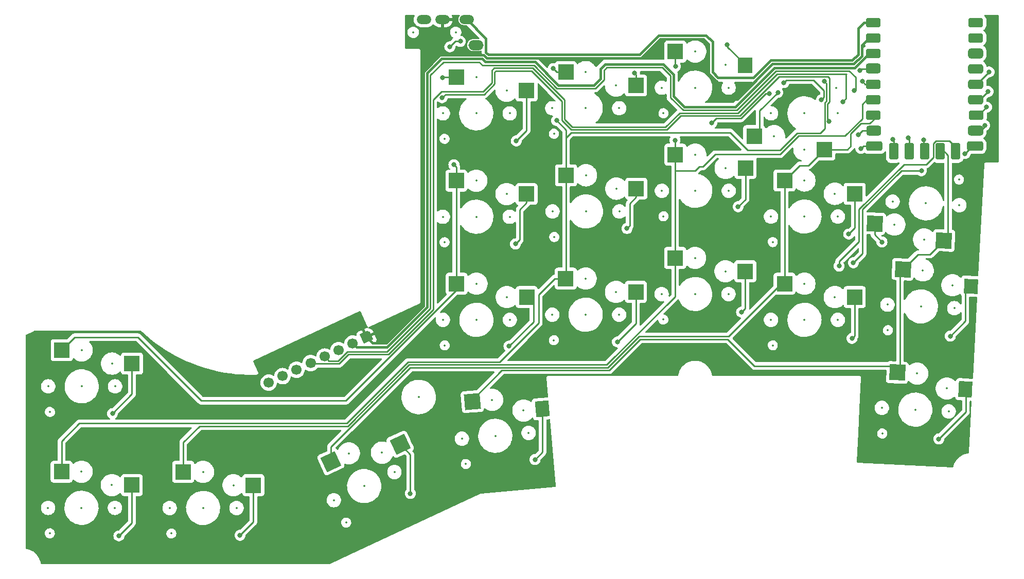
<source format=gbl>
%TF.GenerationSoftware,KiCad,Pcbnew,7.0.7*%
%TF.CreationDate,2024-08-30T08:21:22+09:00*%
%TF.ProjectId,evoroll,65766f72-6f6c-46c2-9e6b-696361645f70,rev?*%
%TF.SameCoordinates,Original*%
%TF.FileFunction,Copper,L2,Bot*%
%TF.FilePolarity,Positive*%
%FSLAX46Y46*%
G04 Gerber Fmt 4.6, Leading zero omitted, Abs format (unit mm)*
G04 Created by KiCad (PCBNEW 7.0.7) date 2024-08-30 08:21:22*
%MOMM*%
%LPD*%
G01*
G04 APERTURE LIST*
G04 Aperture macros list*
%AMRoundRect*
0 Rectangle with rounded corners*
0 $1 Rounding radius*
0 $2 $3 $4 $5 $6 $7 $8 $9 X,Y pos of 4 corners*
0 Add a 4 corners polygon primitive as box body*
4,1,4,$2,$3,$4,$5,$6,$7,$8,$9,$2,$3,0*
0 Add four circle primitives for the rounded corners*
1,1,$1+$1,$2,$3*
1,1,$1+$1,$4,$5*
1,1,$1+$1,$6,$7*
1,1,$1+$1,$8,$9*
0 Add four rect primitives between the rounded corners*
20,1,$1+$1,$2,$3,$4,$5,0*
20,1,$1+$1,$4,$5,$6,$7,0*
20,1,$1+$1,$6,$7,$8,$9,0*
20,1,$1+$1,$8,$9,$2,$3,0*%
%AMHorizOval*
0 Thick line with rounded ends*
0 $1 width*
0 $2 $3 position (X,Y) of the first rounded end (center of the circle)*
0 $4 $5 position (X,Y) of the second rounded end (center of the circle)*
0 Add line between two ends*
20,1,$1,$2,$3,$4,$5,0*
0 Add two circle primitives to create the rounded ends*
1,1,$1,$2,$3*
1,1,$1,$4,$5*%
%AMRotRect*
0 Rectangle, with rotation*
0 The origin of the aperture is its center*
0 $1 length*
0 $2 width*
0 $3 Rotation angle, in degrees counterclockwise*
0 Add horizontal line*
21,1,$1,$2,0,0,$3*%
%AMOutline5P*
0 Free polygon, 5 corners , with rotation*
0 The origin of the aperture is its center*
0 number of corners: always 5*
0 $1 to $10 corner X, Y*
0 $11 Rotation angle, in degrees counterclockwise*
0 create outline with 5 corners*
4,1,5,$1,$2,$3,$4,$5,$6,$7,$8,$9,$10,$1,$2,$11*%
%AMOutline6P*
0 Free polygon, 6 corners , with rotation*
0 The origin of the aperture is its center*
0 number of corners: always 6*
0 $1 to $12 corner X, Y*
0 $13 Rotation angle, in degrees counterclockwise*
0 create outline with 6 corners*
4,1,6,$1,$2,$3,$4,$5,$6,$7,$8,$9,$10,$11,$12,$1,$2,$13*%
%AMOutline7P*
0 Free polygon, 7 corners , with rotation*
0 The origin of the aperture is its center*
0 number of corners: always 7*
0 $1 to $14 corner X, Y*
0 $15 Rotation angle, in degrees counterclockwise*
0 create outline with 7 corners*
4,1,7,$1,$2,$3,$4,$5,$6,$7,$8,$9,$10,$11,$12,$13,$14,$1,$2,$15*%
%AMOutline8P*
0 Free polygon, 8 corners , with rotation*
0 The origin of the aperture is its center*
0 number of corners: always 8*
0 $1 to $16 corner X, Y*
0 $17 Rotation angle, in degrees counterclockwise*
0 create outline with 8 corners*
4,1,8,$1,$2,$3,$4,$5,$6,$7,$8,$9,$10,$11,$12,$13,$14,$15,$16,$1,$2,$17*%
G04 Aperture macros list end*
%TA.AperFunction,SMDPad,CuDef*%
%ADD10RoundRect,0.400000X-0.825000X-0.400000X0.825000X-0.400000X0.825000X0.400000X-0.825000X0.400000X0*%
%TD*%
%TA.AperFunction,SMDPad,CuDef*%
%ADD11RoundRect,0.395000X-0.830000X-0.395000X0.830000X-0.395000X0.830000X0.395000X-0.830000X0.395000X0*%
%TD*%
%TA.AperFunction,SMDPad,CuDef*%
%ADD12RoundRect,0.405000X-0.823700X-0.405000X0.823700X-0.405000X0.823700X0.405000X-0.823700X0.405000X0*%
%TD*%
%TA.AperFunction,SMDPad,CuDef*%
%ADD13RoundRect,0.390000X-0.838700X-0.390000X0.838700X-0.390000X0.838700X0.390000X-0.838700X0.390000X0*%
%TD*%
%TA.AperFunction,SMDPad,CuDef*%
%ADD14RoundRect,0.400000X-0.828700X-0.400000X0.828700X-0.400000X0.828700X0.400000X-0.828700X0.400000X0*%
%TD*%
%TA.AperFunction,SMDPad,CuDef*%
%ADD15RoundRect,0.400050X-0.828650X-0.400050X0.828650X-0.400050X0.828650X0.400050X-0.828650X0.400050X0*%
%TD*%
%TA.AperFunction,SMDPad,CuDef*%
%ADD16RoundRect,0.400050X-0.824950X-0.400050X0.824950X-0.400050X0.824950X0.400050X-0.824950X0.400050X0*%
%TD*%
%TA.AperFunction,SMDPad,CuDef*%
%ADD17RoundRect,0.405025X-0.850975X-0.405025X0.850975X-0.405025X0.850975X0.405025X-0.850975X0.405025X0*%
%TD*%
%TA.AperFunction,SMDPad,CuDef*%
%ADD18RoundRect,0.400050X-0.965950X-0.400050X0.965950X-0.400050X0.965950X0.400050X-0.965950X0.400050X0*%
%TD*%
%TA.AperFunction,SMDPad,CuDef*%
%ADD19RoundRect,0.400000X-0.400000X-0.988000X0.400000X-0.988000X0.400000X0.988000X-0.400000X0.988000X0*%
%TD*%
%TA.AperFunction,SMDPad,CuDef*%
%ADD20RoundRect,0.393700X-0.393700X-0.994300X0.393700X-0.994300X0.393700X0.994300X-0.393700X0.994300X0*%
%TD*%
%TA.AperFunction,SMDPad,CuDef*%
%ADD21RoundRect,0.405025X-0.819975X-0.405025X0.819975X-0.405025X0.819975X0.405025X-0.819975X0.405025X0*%
%TD*%
%TA.AperFunction,SMDPad,CuDef*%
%ADD22RoundRect,0.415025X-0.809975X-0.415025X0.809975X-0.415025X0.809975X0.415025X-0.809975X0.415025X0*%
%TD*%
%TA.AperFunction,ComponentPad*%
%ADD23Outline5P,-0.850000X0.510000X-0.510000X0.850000X0.850000X0.850000X0.850000X-0.850000X-0.850000X-0.850000X295.000000*%
%TD*%
%TA.AperFunction,ComponentPad*%
%ADD24HorizOval,1.700000X0.000000X0.000000X0.000000X0.000000X0*%
%TD*%
%TA.AperFunction,SMDPad,CuDef*%
%ADD25R,2.600000X2.600000*%
%TD*%
%TA.AperFunction,SMDPad,CuDef*%
%ADD26R,2.425000X2.500000*%
%TD*%
%TA.AperFunction,SMDPad,CuDef*%
%ADD27RotRect,2.600000X2.600000X177.000000*%
%TD*%
%TA.AperFunction,SMDPad,CuDef*%
%ADD28RotRect,2.250000X2.395076X177.000000*%
%TD*%
%TA.AperFunction,SMDPad,CuDef*%
%ADD29RotRect,2.225000X2.600000X177.000000*%
%TD*%
%TA.AperFunction,SMDPad,CuDef*%
%ADD30RotRect,2.225000X2.600000X185.000000*%
%TD*%
%TA.AperFunction,SMDPad,CuDef*%
%ADD31RotRect,2.600000X2.600000X185.000000*%
%TD*%
%TA.AperFunction,ComponentPad*%
%ADD32O,2.500000X1.700000*%
%TD*%
%TA.AperFunction,ComponentPad*%
%ADD33O,2.400000X1.500000*%
%TD*%
%TA.AperFunction,SMDPad,CuDef*%
%ADD34RotRect,2.600000X2.600000X205.000000*%
%TD*%
%TA.AperFunction,SMDPad,CuDef*%
%ADD35RotRect,2.600000X2.600000X357.000000*%
%TD*%
%TA.AperFunction,ViaPad*%
%ADD36C,0.800000*%
%TD*%
%TA.AperFunction,Conductor*%
%ADD37C,0.250000*%
%TD*%
%TA.AperFunction,Conductor*%
%ADD38C,0.400000*%
%TD*%
%ADD39C,0.350000*%
%ADD40O,1.500000X1.000000*%
G04 APERTURE END LIST*
D10*
%TO.P,RZ1,1,GP0/UART0TX*%
%TO.N,unconnected-(RZ1-GP0{slash}UART0TX-Pad1)*%
X174161000Y-37645000D03*
D11*
%TO.P,RZ1,2,GP1/UART0RX*%
%TO.N,unconnected-(RZ1-GP1{slash}UART0RX-Pad2)*%
X174168300Y-40195000D03*
D12*
%TO.P,RZ1,3,GP2*%
%TO.N,unconnected-(RZ1-GP2-Pad3)*%
X174168300Y-42715000D03*
D13*
%TO.P,RZ1,4,GP3*%
%TO.N,unconnected-(RZ1-GP3-Pad4)*%
X174168300Y-45285000D03*
D14*
%TO.P,RZ1,5,GP4/UART1TX*%
%TO.N,row3*%
X174168300Y-47805000D03*
D15*
%TO.P,RZ1,6,GP5/UART1RX*%
%TO.N,row2*%
X174168300Y-50345000D03*
D16*
%TO.P,RZ1,7,GP6*%
%TO.N,row1*%
X174261000Y-52885000D03*
D17*
%TO.P,RZ1,8,GP7*%
%TO.N,row0*%
X174141000Y-55415050D03*
D18*
%TO.P,RZ1,9,GP8/UART1TX*%
%TO.N,MISO*%
X174031000Y-57965000D03*
D19*
%TO.P,RZ1,10,GP9/UART1RX*%
%TO.N,CS*%
X170825000Y-58863000D03*
D20*
%TO.P,RZ1,11,GP10*%
%TO.N,col4*%
X168285000Y-58863000D03*
%TO.P,RZ1,12,GP11*%
%TO.N,MOTION*%
X165745000Y-58863000D03*
%TO.P,RZ1,13,GP12/UART0TX*%
%TO.N,data-tx-r*%
X163205000Y-58863000D03*
%TO.P,RZ1,14,GP13/UART0RX*%
%TO.N,data-rx-r*%
X160665000Y-58863000D03*
D18*
%TO.P,RZ1,15,GP14*%
%TO.N,SCLK*%
X157459000Y-57965000D03*
D21*
%TO.P,RZ1,16,GP15*%
%TO.N,MOSI*%
X157407000Y-55415050D03*
D16*
%TO.P,RZ1,17,GP26*%
%TO.N,col3*%
X157299000Y-52885000D03*
%TO.P,RZ1,18,GP27*%
%TO.N,col2*%
X157299000Y-50345000D03*
%TO.P,RZ1,19,GP28*%
%TO.N,col1*%
X157299000Y-47805000D03*
D22*
%TO.P,RZ1,20,GP29*%
%TO.N,col0*%
X157299000Y-45235050D03*
D16*
%TO.P,RZ1,21,3V3*%
%TO.N,3V3*%
X157299000Y-42725000D03*
%TO.P,RZ1,22,GND*%
%TO.N,GND*%
X157281700Y-40185000D03*
%TO.P,RZ1,23,5V*%
%TO.N,VCC*%
X157299000Y-37645000D03*
%TD*%
D23*
%TO.P,J1,1,Pin_1*%
%TO.N,GND*%
X73925000Y-89425000D03*
D24*
%TO.P,J1,2,Pin_2*%
%TO.N,3V3*%
X71622978Y-90498450D03*
%TO.P,J1,3,Pin_3*%
%TO.N,unconnected-(J1-Pin_3-Pad3)*%
X69320956Y-91571901D03*
%TO.P,J1,4,Pin_4*%
%TO.N,MOTION*%
X67018935Y-92645351D03*
%TO.P,J1,5,Pin_5*%
%TO.N,SCLK*%
X64716913Y-93718802D03*
%TO.P,J1,6,Pin_6*%
%TO.N,MOSI*%
X62414891Y-94792252D03*
%TO.P,J1,7,Pin_7*%
%TO.N,MISO*%
X60112869Y-95865702D03*
%TO.P,J1,8,Pin_8*%
%TO.N,CS*%
X57810848Y-96939153D03*
%TD*%
D25*
%TO.P,SW3,1,1*%
%TO.N,col2*%
X124725000Y-42425000D03*
D26*
%TO.P,SW3,2,2*%
%TO.N,Net-(D3-A)*%
X136187500Y-44675000D03*
%TD*%
D27*
%TO.P,SW10,1,1*%
%TO.N,col4*%
X162175000Y-78275000D03*
D28*
%TO.P,SW10,2,2*%
%TO.N,Net-(D10-A)*%
X173344246Y-81065840D03*
%TD*%
D29*
%TO.P,SW15,2,2*%
%TO.N,Net-(D15-A)*%
X172483268Y-98061587D03*
D27*
%TO.P,SW15,1,1*%
%TO.N,col4*%
X161251479Y-95269935D03*
%TD*%
D30*
%TO.P,SW20,2,2*%
%TO.N,Net-(D20-A)*%
X102836005Y-101251321D03*
D31*
%TO.P,SW20,1,1*%
%TO.N,col4*%
X91325000Y-100050000D03*
%TD*%
D32*
%TO.P,J2,A*%
%TO.N,data-tx-r*%
X91900000Y-41350000D03*
D33*
%TO.P,J2,B*%
%TO.N,data-rx-r*%
X83400000Y-37150000D03*
%TO.P,J2,C*%
%TO.N,GND*%
X86400000Y-37150000D03*
%TO.P,J2,D*%
%TO.N,VCC*%
X90400000Y-37150000D03*
%TD*%
D34*
%TO.P,SW19,2,2*%
%TO.N,Net-(D19-A)*%
X79443158Y-107071711D03*
%TO.P,SW19,1,1*%
%TO.N,col3*%
X68045543Y-109959074D03*
%TD*%
D25*
%TO.P,SW18,2,2*%
%TO.N,Net-(D18-A)*%
X55300000Y-113825000D03*
%TO.P,SW18,1,1*%
%TO.N,col2*%
X43750000Y-111625000D03*
%TD*%
%TO.P,SW17,2,2*%
%TO.N,Net-(D17-A)*%
X35300000Y-113800000D03*
%TO.P,SW17,1,1*%
%TO.N,col1*%
X23750000Y-111600000D03*
%TD*%
%TO.P,SW16,2,2*%
%TO.N,Net-(D16-A)*%
X35325000Y-93800000D03*
%TO.P,SW16,1,1*%
%TO.N,col0*%
X23775000Y-91600000D03*
%TD*%
%TO.P,SW14,2,2*%
%TO.N,Net-(D14-A)*%
X154250000Y-82850000D03*
%TO.P,SW14,1,1*%
%TO.N,col3*%
X142700000Y-80650000D03*
%TD*%
%TO.P,SW13,2,2*%
%TO.N,Net-(D13-A)*%
X136250000Y-78600000D03*
%TO.P,SW13,1,1*%
%TO.N,col2*%
X124700000Y-76400000D03*
%TD*%
%TO.P,SW12,2,2*%
%TO.N,Net-(D12-A)*%
X118250000Y-82000000D03*
%TO.P,SW12,1,1*%
%TO.N,col1*%
X106700000Y-79800000D03*
%TD*%
%TO.P,SW11,2,2*%
%TO.N,Net-(D11-A)*%
X100280000Y-82850000D03*
%TO.P,SW11,1,1*%
%TO.N,col0*%
X88730000Y-80650000D03*
%TD*%
%TO.P,SW9,1,1*%
%TO.N,col3*%
X142700000Y-63650000D03*
%TO.P,SW9,2,2*%
%TO.N,Net-(D9-A)*%
X154250000Y-65850000D03*
%TD*%
%TO.P,SW8,1,1*%
%TO.N,col2*%
X124730000Y-59400000D03*
%TO.P,SW8,2,2*%
%TO.N,Net-(D8-A)*%
X136280000Y-61600000D03*
%TD*%
%TO.P,SW7,1,1*%
%TO.N,col1*%
X106750000Y-62800000D03*
%TO.P,SW7,2,2*%
%TO.N,Net-(D7-A)*%
X118300000Y-65000000D03*
%TD*%
%TO.P,SW6,1,1*%
%TO.N,col0*%
X88700000Y-63675000D03*
%TO.P,SW6,2,2*%
%TO.N,Net-(D6-A)*%
X100250000Y-65875000D03*
%TD*%
D35*
%TO.P,SW5,1,1*%
%TO.N,col4*%
X168926456Y-73534296D03*
%TO.P,SW5,2,2*%
%TO.N,Net-(D5-A)*%
X157507424Y-70732831D03*
%TD*%
D25*
%TO.P,SW4,1,1*%
%TO.N,col3*%
X149250000Y-58550000D03*
%TO.P,SW4,2,2*%
%TO.N,Net-(D4-A)*%
X137700000Y-56350000D03*
%TD*%
%TO.P,SW2,1,1*%
%TO.N,col1*%
X106705000Y-45800000D03*
%TO.P,SW2,2,2*%
%TO.N,Net-(D2-A)*%
X118255000Y-48000000D03*
%TD*%
%TO.P,SW1,1,1*%
%TO.N,col0*%
X88700000Y-46650000D03*
%TO.P,SW1,2,2*%
%TO.N,Net-(D1-A)*%
X100250000Y-48850000D03*
%TD*%
D36*
%TO.N,GND*%
X159300000Y-61200000D03*
X142925000Y-54425000D03*
%TO.N,MISO*%
X172375000Y-59225000D03*
X165225000Y-62050000D03*
%TO.N,MOTION*%
X154200000Y-48850000D03*
X165625000Y-56925000D03*
%TO.N,GND*%
X137350000Y-53850000D03*
X133300000Y-57375000D03*
X127950000Y-57025000D03*
X135500000Y-48000000D03*
X154450000Y-62225000D03*
X138375000Y-68000000D03*
X120100000Y-53575000D03*
X102075000Y-54775000D03*
X119125000Y-60775000D03*
X105660746Y-82805634D03*
%TO.N,SCLK*%
X155262299Y-58387701D03*
%TO.N,MOSI*%
X154875000Y-56100000D03*
X150024500Y-53887451D03*
%TO.N,SCLK*%
X152275000Y-50699500D03*
%TO.N,col1*%
X149225000Y-47300000D03*
X155475000Y-47325000D03*
%TO.N,col0*%
X87625000Y-41650000D03*
X89350000Y-40750000D03*
X155050000Y-45575000D03*
%TO.N,row0*%
X175625000Y-54575000D03*
%TO.N,row1*%
X175925000Y-51575000D03*
%TO.N,row2*%
X176200000Y-49000000D03*
%TO.N,row3*%
X176350000Y-45775000D03*
%TO.N,CS*%
X151675000Y-77750000D03*
%TO.N,MISO*%
X154025000Y-77200000D03*
%TO.N,row0*%
X148775000Y-50374500D03*
X142575000Y-47550000D03*
%TO.N,Net-(D9-A)*%
X153250000Y-72475000D03*
%TO.N,Net-(D14-A)*%
X153800000Y-89650000D03*
%TO.N,Net-(D13-A)*%
X135625000Y-85325000D03*
%TO.N,Net-(D12-A)*%
X115200000Y-90225000D03*
%TO.N,Net-(D8-A)*%
X135050000Y-67975000D03*
%TO.N,Net-(D7-A)*%
X116775000Y-71550000D03*
%TO.N,Net-(D4-A)*%
X141588051Y-49155423D03*
%TO.N,Net-(D3-A)*%
X130725000Y-54175000D03*
X140175000Y-49375000D03*
X133275000Y-41274500D03*
%TO.N,Net-(D2-A)*%
X118000000Y-45925000D03*
%TO.N,Net-(D1-A)*%
X98550000Y-57125000D03*
%TO.N,Net-(D6-A)*%
X98425000Y-74100000D03*
%TO.N,Net-(D11-A)*%
X97350000Y-90925000D03*
%TO.N,Net-(D20-A)*%
X101650000Y-109600000D03*
%TO.N,Net-(D19-A)*%
X81125000Y-115175000D03*
%TO.N,Net-(D18-A)*%
X53100000Y-122075000D03*
%TO.N,Net-(D17-A)*%
X33175000Y-122175000D03*
%TO.N,Net-(D16-A)*%
X32125000Y-102025000D03*
%TO.N,col0*%
X88300000Y-61050000D03*
X86450000Y-46725000D03*
%TO.N,col1*%
X105200000Y-53775000D03*
X104650000Y-45225000D03*
%TO.N,col2*%
X124675000Y-57025000D03*
X124750000Y-44875000D03*
%TO.N,Net-(D5-A)*%
X158725000Y-73775000D03*
%TO.N,Net-(D10-A)*%
X169975000Y-89275000D03*
%TO.N,Net-(D15-A)*%
X168075000Y-106200000D03*
%TO.N,data-rx-r*%
X160475000Y-56875000D03*
%TO.N,data-tx-r*%
X163075000Y-56600000D03*
%TO.N,MOSI*%
X86350000Y-50025000D03*
%TD*%
D37*
%TO.N,Net-(D11-A)*%
X101375000Y-86900000D02*
X97350000Y-90925000D01*
X101375000Y-83945000D02*
X101375000Y-86900000D01*
X100280000Y-82850000D02*
X101375000Y-83945000D01*
%TO.N,MOTION*%
X67743935Y-93370351D02*
X67018935Y-92645351D01*
X70775000Y-91850000D02*
X69254649Y-93370351D01*
X77315990Y-91850000D02*
X70775000Y-91850000D01*
X69254649Y-93370351D02*
X67743935Y-93370351D01*
X84425000Y-46300000D02*
X84425000Y-84740990D01*
X86575000Y-44150000D02*
X84425000Y-46300000D01*
X92475000Y-44150000D02*
X86575000Y-44150000D01*
X93018731Y-44693731D02*
X92475000Y-44150000D01*
X101456269Y-44693731D02*
X93018731Y-44693731D01*
X105262538Y-48500000D02*
X101456269Y-44693731D01*
X111542462Y-48500000D02*
X105262538Y-48500000D01*
X112975000Y-45500000D02*
X112975000Y-47067462D01*
X113450000Y-45025000D02*
X112975000Y-45500000D01*
X122557538Y-45025000D02*
X113450000Y-45025000D01*
X123925000Y-49992462D02*
X123925000Y-46392462D01*
X126007538Y-52075000D02*
X123925000Y-49992462D01*
X123925000Y-46392462D02*
X122557538Y-45025000D01*
X153325000Y-45625000D02*
X141267462Y-45625000D01*
X154375000Y-46675000D02*
X153325000Y-45625000D01*
X154225000Y-48850000D02*
X154375000Y-48700000D01*
X141267462Y-45625000D02*
X134817462Y-52075000D01*
X134817462Y-52075000D02*
X126007538Y-52075000D01*
X84425000Y-84740990D02*
X77315990Y-91850000D01*
X154200000Y-48850000D02*
X154225000Y-48850000D01*
X112975000Y-47067462D02*
X111542462Y-48500000D01*
X154375000Y-48700000D02*
X154375000Y-46675000D01*
%TO.N,SCLK*%
X64818462Y-93820351D02*
X64716913Y-93718802D01*
X69441045Y-93820351D02*
X64818462Y-93820351D01*
X77502386Y-92300000D02*
X70961396Y-92300000D01*
X84875000Y-50400000D02*
X84875000Y-84927386D01*
X86250000Y-49025000D02*
X84875000Y-50400000D01*
X93100000Y-49025000D02*
X86250000Y-49025000D01*
X94550000Y-47575000D02*
X93100000Y-49025000D01*
X94550000Y-45525000D02*
X94550000Y-47575000D01*
X94931269Y-45143731D02*
X94550000Y-45525000D01*
X101269873Y-45143731D02*
X94931269Y-45143731D01*
X106525000Y-50398858D02*
X101269873Y-45143731D01*
X106525000Y-53575000D02*
X106525000Y-50398858D01*
X107800000Y-54850000D02*
X106525000Y-53575000D01*
X125448350Y-52525000D02*
X123123350Y-54850000D01*
X84875000Y-84927386D02*
X77502386Y-92300000D01*
X135025000Y-52525000D02*
X125448350Y-52525000D01*
X141450000Y-46100000D02*
X135025000Y-52525000D01*
X152850000Y-46100000D02*
X141450000Y-46100000D01*
X70961396Y-92300000D02*
X69441045Y-93820351D01*
X152825000Y-50149500D02*
X152825000Y-46125000D01*
X152825000Y-46125000D02*
X152850000Y-46100000D01*
X152275000Y-50699500D02*
X152825000Y-50149500D01*
X123123350Y-54850000D02*
X107800000Y-54850000D01*
%TO.N,MISO*%
X155550000Y-68436396D02*
X161911396Y-62075000D01*
X155550000Y-75675000D02*
X155550000Y-68436396D01*
X161911396Y-62075000D02*
X165125000Y-62075000D01*
X165125000Y-62075000D02*
X165225000Y-62050000D01*
X154025000Y-77200000D02*
X155550000Y-75675000D01*
D38*
%TO.N,3V3*%
X83900000Y-45998528D02*
X86273528Y-43625000D01*
X71622978Y-90498450D02*
X72249528Y-91125000D01*
X111325000Y-47975000D02*
X112400000Y-46900000D01*
X86273528Y-43625000D02*
X92952944Y-43625000D01*
X72249528Y-91125000D02*
X77298528Y-91125000D01*
X93452944Y-44125000D02*
X101630000Y-44125000D01*
X77298528Y-91125000D02*
X83900000Y-84523528D01*
X83900000Y-84523528D02*
X83900000Y-45998528D01*
X92952944Y-43625000D02*
X93452944Y-44125000D01*
X101630000Y-44125000D02*
X105480000Y-47975000D01*
X105480000Y-47975000D02*
X111325000Y-47975000D01*
X112400000Y-46900000D02*
X112400000Y-45250000D01*
X112400000Y-45250000D02*
X113150000Y-44500000D01*
X113150000Y-44500000D02*
X122775000Y-44500000D01*
X122775000Y-44500000D02*
X124450000Y-46175000D01*
X124450000Y-46175000D02*
X124450000Y-49775000D01*
X141050000Y-45100000D02*
X154273528Y-45100000D01*
X124450000Y-49775000D02*
X126225000Y-51550000D01*
X126225000Y-51550000D02*
X134600000Y-51550000D01*
X154273528Y-45100000D02*
X156648528Y-42725000D01*
X134600000Y-51550000D02*
X141050000Y-45100000D01*
X156648528Y-42725000D02*
X158125000Y-42725000D01*
D37*
%TO.N,MOSI*%
X149849500Y-46549500D02*
X141775500Y-46549500D01*
X150024500Y-53887451D02*
X149750000Y-53612951D01*
X150075000Y-46775000D02*
X149849500Y-46549500D01*
X149750000Y-53612951D02*
X149750000Y-51061201D01*
X141775500Y-46549500D02*
X135350000Y-52975000D01*
X149750000Y-51061201D02*
X150075000Y-50736201D01*
X150075000Y-50736201D02*
X150075000Y-46775000D01*
X135350000Y-52975000D02*
X125634746Y-52975000D01*
X107613604Y-55300000D02*
X106075000Y-53761396D01*
X125634746Y-52975000D02*
X123309746Y-55300000D01*
X123309746Y-55300000D02*
X107613604Y-55300000D01*
X106075000Y-53761396D02*
X106075000Y-50618731D01*
X106075000Y-50618731D02*
X101050000Y-45593731D01*
X93286396Y-49475000D02*
X86900000Y-49475000D01*
X101050000Y-45593731D02*
X95206269Y-45593731D01*
X95206269Y-45593731D02*
X95000000Y-45800000D01*
X95000000Y-45800000D02*
X95000000Y-47761396D01*
X95000000Y-47761396D02*
X93286396Y-49475000D01*
X86900000Y-49475000D02*
X86350000Y-50025000D01*
%TO.N,Net-(D10-A)*%
X172450000Y-86800000D02*
X169975000Y-89275000D01*
X173419015Y-81072221D02*
X172450000Y-82041236D01*
X172450000Y-82041236D02*
X172450000Y-86800000D01*
%TO.N,Net-(D4-A)*%
X138600000Y-52143474D02*
X138600000Y-55450000D01*
X141588051Y-49155423D02*
X138600000Y-52143474D01*
X138600000Y-55450000D02*
X137700000Y-56350000D01*
%TO.N,row0*%
X175625000Y-54775000D02*
X174975000Y-55425000D01*
X174975000Y-55425000D02*
X173365000Y-55425000D01*
X175625000Y-54575000D02*
X175625000Y-54775000D01*
D38*
%TO.N,GND*%
X93201472Y-43025000D02*
X87050000Y-43025000D01*
X93701472Y-43525000D02*
X93201472Y-43025000D01*
X119073528Y-43525000D02*
X93701472Y-43525000D01*
X122248528Y-40350000D02*
X119073528Y-43525000D01*
X129375000Y-40350000D02*
X122248528Y-40350000D01*
X130225000Y-41200000D02*
X129375000Y-40350000D01*
X130225000Y-46048528D02*
X130225000Y-41200000D01*
X131501472Y-47325000D02*
X130225000Y-46048528D01*
X131525000Y-47325000D02*
X131501472Y-47325000D01*
X155400000Y-43125000D02*
X154100000Y-44425000D01*
X155400000Y-41400000D02*
X155400000Y-43125000D01*
X156615000Y-40185000D02*
X155400000Y-41400000D01*
X140723528Y-44425000D02*
X134898528Y-50250000D01*
X132275000Y-50250000D02*
X131525000Y-49500000D01*
X131525000Y-49500000D02*
X131525000Y-47325000D01*
X158125000Y-40185000D02*
X156615000Y-40185000D01*
X154100000Y-44425000D02*
X140723528Y-44425000D01*
X134898528Y-50250000D02*
X132275000Y-50250000D01*
%TO.N,VCC*%
X93575000Y-40275000D02*
X90375000Y-37075000D01*
X93575000Y-42550000D02*
X93575000Y-40275000D01*
X93950000Y-42925000D02*
X93575000Y-42550000D01*
X118825000Y-42925000D02*
X93950000Y-42925000D01*
X122000000Y-39750000D02*
X118825000Y-42925000D01*
X129775000Y-39750000D02*
X122000000Y-39750000D01*
X130850000Y-40825000D02*
X129775000Y-39750000D01*
X130850000Y-45825000D02*
X130850000Y-40825000D01*
X131750000Y-46725000D02*
X130850000Y-45825000D01*
X153850000Y-43825000D02*
X140475000Y-43825000D01*
X137575000Y-46725000D02*
X131750000Y-46725000D01*
X154800000Y-42875000D02*
X153850000Y-43825000D01*
X154800000Y-38600000D02*
X154800000Y-42875000D01*
X140475000Y-43825000D02*
X137575000Y-46725000D01*
X155755000Y-37645000D02*
X154800000Y-38600000D01*
X158125000Y-37645000D02*
X155755000Y-37645000D01*
D37*
%TO.N,col4*%
X166635752Y-75825000D02*
X168926456Y-73534296D01*
X164625000Y-75825000D02*
X166635752Y-75825000D01*
X162175000Y-78275000D02*
X164625000Y-75825000D01*
X113822792Y-94900000D02*
X118947792Y-89775000D01*
X118947792Y-89775000D02*
X133350000Y-89775000D01*
X96200000Y-94900000D02*
X113822792Y-94900000D01*
X160181544Y-94200000D02*
X161251479Y-95269935D01*
X91325000Y-100050000D02*
X91325000Y-99775000D01*
X91325000Y-99775000D02*
X96200000Y-94900000D01*
X133350000Y-89775000D02*
X137775000Y-94200000D01*
X137775000Y-94200000D02*
X160181544Y-94200000D01*
%TO.N,col2*%
X156230000Y-50345000D02*
X158125000Y-50345000D01*
X155475000Y-51100000D02*
X156230000Y-50345000D01*
X155475000Y-53463604D02*
X155475000Y-51100000D01*
X145050000Y-56275000D02*
X152663604Y-56275000D01*
X131276955Y-59326650D02*
X141998350Y-59326650D01*
X141998350Y-59326650D02*
X145050000Y-56275000D01*
X128701650Y-61355000D02*
X129248605Y-61355000D01*
X129248605Y-61355000D02*
X131276955Y-59326650D01*
X152663604Y-56275000D02*
X155475000Y-53463604D01*
X127981650Y-62075000D02*
X128701650Y-61355000D01*
X124700000Y-62075000D02*
X127981650Y-62075000D01*
%TO.N,col1*%
X106750000Y-56625000D02*
X106750000Y-62800000D01*
X107625000Y-55750000D02*
X106750000Y-56625000D01*
X133725305Y-55750000D02*
X107625000Y-55750000D01*
X136625305Y-58650000D02*
X133725305Y-55750000D01*
X141950000Y-58650000D02*
X136625305Y-58650000D01*
X144775000Y-55825000D02*
X141950000Y-58650000D01*
X148550000Y-55825000D02*
X144775000Y-55825000D01*
X149300000Y-55075000D02*
X148550000Y-55825000D01*
X149625000Y-47700000D02*
X149625000Y-50549805D01*
X149225000Y-47300000D02*
X149625000Y-47700000D01*
X149625000Y-50549805D02*
X149300000Y-50874805D01*
X149300000Y-50874805D02*
X149300000Y-55075000D01*
%TO.N,MISO*%
X172375000Y-59225000D02*
X173365000Y-58235000D01*
X173365000Y-58235000D02*
X173365000Y-57965000D01*
%TO.N,CS*%
X169800000Y-57150000D02*
X170825000Y-58175000D01*
X167593605Y-57150000D02*
X169800000Y-57150000D01*
X167172600Y-59839795D02*
X167172600Y-57571005D01*
X162350000Y-61000000D02*
X166012395Y-61000000D01*
X154925000Y-68425000D02*
X162350000Y-61000000D01*
X166012395Y-61000000D02*
X167172600Y-59839795D01*
X167172600Y-57571005D02*
X167593605Y-57150000D01*
X151675000Y-77750000D02*
X151675000Y-76950000D01*
X151675000Y-76950000D02*
X154925000Y-73700000D01*
X154925000Y-73700000D02*
X154925000Y-68425000D01*
%TO.N,MISO*%
X165175000Y-62075000D02*
X165150000Y-62075000D01*
X165225000Y-62050000D02*
X165175000Y-62075000D01*
%TO.N,MOTION*%
X154200000Y-48875000D02*
X154200000Y-48850000D01*
X154175000Y-48900000D02*
X154200000Y-48875000D01*
X165625000Y-56925000D02*
X165600000Y-58030000D01*
%TO.N,data-tx-r*%
X163205000Y-56730000D02*
X163075000Y-56600000D01*
X163205000Y-58175000D02*
X163205000Y-56730000D01*
%TO.N,data-rx-r*%
X160665000Y-58175000D02*
X160665000Y-57065000D01*
X160665000Y-57065000D02*
X160475000Y-56875000D01*
%TO.N,Net-(D7-A)*%
X118300000Y-66400000D02*
X118300000Y-65000000D01*
X117225000Y-67475000D02*
X118300000Y-66400000D01*
X117225000Y-71100000D02*
X117225000Y-67475000D01*
X116775000Y-71550000D02*
X117225000Y-71100000D01*
%TO.N,Net-(D6-A)*%
X99125000Y-73400000D02*
X98425000Y-74100000D01*
X99125000Y-68450000D02*
X99125000Y-73400000D01*
X100250000Y-67325000D02*
X99125000Y-68450000D01*
X100250000Y-65875000D02*
X100250000Y-67325000D01*
%TO.N,col3*%
X153050000Y-58550000D02*
X149250000Y-58550000D01*
X153587299Y-55987701D02*
X153587299Y-58012701D01*
X155295000Y-54280000D02*
X153587299Y-55987701D01*
X156730000Y-54280000D02*
X155295000Y-54280000D01*
X153587299Y-58012701D02*
X153050000Y-58550000D01*
X158125000Y-52885000D02*
X156730000Y-54280000D01*
%TO.N,Net-(D3-A)*%
X133275000Y-41625000D02*
X136275000Y-44625000D01*
X133275000Y-41274500D02*
X133275000Y-41625000D01*
%TO.N,SCLK*%
X155685000Y-57965000D02*
X155262299Y-58387701D01*
X158125000Y-57965000D02*
X155685000Y-57965000D01*
%TO.N,MOSI*%
X155550000Y-55425000D02*
X154875000Y-56100000D01*
X158125000Y-55425000D02*
X155550000Y-55425000D01*
%TO.N,row0*%
X143000000Y-47125000D02*
X142575000Y-47550000D01*
X148775000Y-50374500D02*
X149175000Y-49974500D01*
X149175000Y-48825000D02*
X147475000Y-47125000D01*
X147475000Y-47125000D02*
X143000000Y-47125000D01*
X149175000Y-49974500D02*
X149175000Y-48825000D01*
%TO.N,col2*%
X124700000Y-62075000D02*
X124700000Y-59430000D01*
X124700000Y-76400000D02*
X124700000Y-62075000D01*
%TO.N,col1*%
X155955000Y-47805000D02*
X155475000Y-47325000D01*
X158125000Y-47805000D02*
X155955000Y-47805000D01*
%TO.N,col0*%
X88525000Y-40750000D02*
X87625000Y-41650000D01*
X89350000Y-40750000D02*
X88525000Y-40750000D01*
X155050000Y-45625000D02*
X155100000Y-45575000D01*
X155050000Y-45575000D02*
X155050000Y-45625000D01*
X155100000Y-45575000D02*
X155050000Y-45575000D01*
X155410000Y-45265000D02*
X155100000Y-45575000D01*
X158125000Y-45265000D02*
X155410000Y-45265000D01*
%TO.N,row1*%
X174615000Y-52885000D02*
X175925000Y-51575000D01*
X173365000Y-52885000D02*
X174615000Y-52885000D01*
%TO.N,row2*%
X174855000Y-50345000D02*
X173365000Y-50345000D01*
X176200000Y-49000000D02*
X174855000Y-50345000D01*
%TO.N,row3*%
X174320000Y-47805000D02*
X173365000Y-47805000D01*
X176350000Y-45775000D02*
X174320000Y-47805000D01*
%TO.N,col1*%
X106750000Y-55325000D02*
X106750000Y-62800000D01*
X105200000Y-53775000D02*
X106750000Y-55325000D01*
%TO.N,Net-(D9-A)*%
X154250000Y-71475000D02*
X154250000Y-65850000D01*
X153250000Y-72475000D02*
X154250000Y-71475000D01*
%TO.N,Net-(D14-A)*%
X153800000Y-89650000D02*
X154250000Y-89200000D01*
X154250000Y-89200000D02*
X154250000Y-82850000D01*
%TO.N,Net-(D13-A)*%
X136250000Y-84700000D02*
X136250000Y-78600000D01*
X135625000Y-85325000D02*
X136250000Y-84700000D01*
%TO.N,Net-(D12-A)*%
X118250000Y-87175000D02*
X118250000Y-82000000D01*
X115200000Y-90225000D02*
X118250000Y-87175000D01*
%TO.N,Net-(D8-A)*%
X136280000Y-66745000D02*
X136280000Y-61600000D01*
X135050000Y-67975000D02*
X136280000Y-66745000D01*
%TO.N,col3*%
X142175000Y-80650000D02*
X142700000Y-80650000D01*
X71022792Y-104550000D02*
X81122792Y-94450000D01*
X71000000Y-104550000D02*
X71022792Y-104550000D01*
X118761396Y-89325000D02*
X133500000Y-89325000D01*
X133500000Y-89325000D02*
X142175000Y-80650000D01*
X68045543Y-107504457D02*
X71000000Y-104550000D01*
X113636396Y-94450000D02*
X118761396Y-89325000D01*
X68045543Y-109959074D02*
X68045543Y-107504457D01*
X81122792Y-94450000D02*
X113636396Y-94450000D01*
%TO.N,col1*%
X104875000Y-79800000D02*
X106700000Y-79800000D01*
X102250000Y-87125000D02*
X102250000Y-82425000D01*
X102250000Y-82425000D02*
X104875000Y-79800000D01*
X95825000Y-93550000D02*
X102250000Y-87125000D01*
X26675000Y-103650000D02*
X70650000Y-103650000D01*
X70650000Y-103650000D02*
X80750000Y-93550000D01*
X80750000Y-93550000D02*
X95825000Y-93550000D01*
X23750000Y-106575000D02*
X26675000Y-103650000D01*
X23750000Y-111600000D02*
X23750000Y-106575000D01*
%TO.N,col2*%
X124700000Y-82750000D02*
X124700000Y-76400000D01*
X113450000Y-94000000D02*
X124700000Y-82750000D01*
X46425000Y-104100000D02*
X70836396Y-104100000D01*
X80936396Y-94000000D02*
X113450000Y-94000000D01*
X43750000Y-106775000D02*
X46425000Y-104100000D01*
X70836396Y-104100000D02*
X80936396Y-94000000D01*
X43750000Y-111625000D02*
X43750000Y-106775000D01*
%TO.N,col0*%
X88730000Y-81708782D02*
X88730000Y-80650000D01*
X70513782Y-99925000D02*
X88730000Y-81708782D01*
X46750000Y-99925000D02*
X70513782Y-99925000D01*
X36275000Y-89450000D02*
X46750000Y-99925000D01*
X23775000Y-91600000D02*
X25925000Y-89450000D01*
X25925000Y-89450000D02*
X36275000Y-89450000D01*
%TO.N,Net-(D3-A)*%
X135536396Y-53425000D02*
X131475000Y-53425000D01*
X139586396Y-49375000D02*
X135536396Y-53425000D01*
X131475000Y-53425000D02*
X130725000Y-54175000D01*
X140175000Y-49375000D02*
X139586396Y-49375000D01*
%TO.N,Net-(D2-A)*%
X118255000Y-46180000D02*
X118000000Y-45925000D01*
X118255000Y-48000000D02*
X118255000Y-46180000D01*
%TO.N,Net-(D1-A)*%
X100250000Y-55425000D02*
X98550000Y-57125000D01*
X100250000Y-48850000D02*
X100250000Y-55425000D01*
%TO.N,Net-(D20-A)*%
X102885814Y-108364186D02*
X101650000Y-109600000D01*
X102885814Y-101246963D02*
X102885814Y-108364186D01*
%TO.N,Net-(D19-A)*%
X81125000Y-108753553D02*
X81125000Y-115175000D01*
X79443158Y-107071711D02*
X81125000Y-108753553D01*
%TO.N,Net-(D18-A)*%
X55300000Y-119875000D02*
X53100000Y-122075000D01*
X55300000Y-113825000D02*
X55300000Y-119875000D01*
%TO.N,Net-(D17-A)*%
X35300000Y-120050000D02*
X33175000Y-122175000D01*
X35300000Y-113800000D02*
X35300000Y-120050000D01*
%TO.N,Net-(D16-A)*%
X35325000Y-98825000D02*
X32125000Y-102025000D01*
X35325000Y-93800000D02*
X35325000Y-98825000D01*
%TO.N,col0*%
X88700000Y-80620000D02*
X88730000Y-80650000D01*
X88700000Y-63675000D02*
X88700000Y-80620000D01*
X88700000Y-61450000D02*
X88700000Y-63675000D01*
X88300000Y-61050000D02*
X88700000Y-61450000D01*
X86525000Y-46650000D02*
X86450000Y-46725000D01*
X88700000Y-46650000D02*
X86525000Y-46650000D01*
%TO.N,col1*%
X106750000Y-79750000D02*
X106700000Y-79800000D01*
X106750000Y-62800000D02*
X106750000Y-79750000D01*
X105225000Y-45800000D02*
X104650000Y-45225000D01*
X106705000Y-45800000D02*
X105225000Y-45800000D01*
%TO.N,col2*%
X124675000Y-59345000D02*
X124730000Y-59400000D01*
X124675000Y-57025000D02*
X124675000Y-59345000D01*
X124725000Y-44850000D02*
X124750000Y-44875000D01*
X124725000Y-42425000D02*
X124725000Y-44850000D01*
X124700000Y-59430000D02*
X124730000Y-59400000D01*
%TO.N,col3*%
X142700000Y-63650000D02*
X142700000Y-80650000D01*
X145175000Y-61175000D02*
X142700000Y-63650000D01*
X146625000Y-61175000D02*
X145175000Y-61175000D01*
X149250000Y-58550000D02*
X146625000Y-61175000D01*
%TO.N,Net-(D5-A)*%
X157507424Y-72557424D02*
X157507424Y-70732831D01*
X158725000Y-73775000D02*
X157507424Y-72557424D01*
%TO.N,Net-(D15-A)*%
X172533200Y-101741800D02*
X168075000Y-106200000D01*
X172533200Y-98064204D02*
X172533200Y-101741800D01*
%TO.N,col4*%
X161700000Y-94821414D02*
X161251479Y-95269935D01*
X161700000Y-78750000D02*
X161700000Y-94821414D01*
X162175000Y-78275000D02*
X161700000Y-78750000D01*
X169600000Y-59490000D02*
X168285000Y-58175000D01*
X169600000Y-72860752D02*
X169600000Y-59490000D01*
X168926456Y-73534296D02*
X169600000Y-72860752D01*
%TO.N,MOTION*%
X165600000Y-56925000D02*
X165625000Y-56925000D01*
X165600000Y-58030000D02*
X165745000Y-58175000D01*
D38*
%TO.N,GND*%
X74900000Y-90400000D02*
X73925000Y-89425000D01*
X77175000Y-90400000D02*
X74900000Y-90400000D01*
X86025000Y-43025000D02*
X83300000Y-45750000D01*
X83300000Y-84275000D02*
X77175000Y-90400000D01*
X87050000Y-43025000D02*
X86025000Y-43025000D01*
X83300000Y-45750000D02*
X83300000Y-84275000D01*
X86375000Y-42350000D02*
X86375000Y-37075000D01*
X87050000Y-43025000D02*
X86375000Y-42350000D01*
%TD*%
%TA.AperFunction,Conductor*%
%TO.N,GND*%
G36*
X177678242Y-36383593D02*
G01*
X177688179Y-36383591D01*
X177688183Y-36383593D01*
X177726016Y-36383588D01*
X177745417Y-36385113D01*
X177751606Y-36386092D01*
X177778011Y-36390272D01*
X177814912Y-36402260D01*
X177835510Y-36412754D01*
X177866897Y-36435558D01*
X177883247Y-36451909D01*
X177906048Y-36483295D01*
X177916541Y-36503893D01*
X177928530Y-36540802D01*
X177933718Y-36573590D01*
X177935242Y-36592992D01*
X177935233Y-36640539D01*
X177935244Y-36640674D01*
X177935244Y-60499251D01*
X177933715Y-60518661D01*
X177928550Y-60551251D01*
X177916558Y-60588148D01*
X177906059Y-60608748D01*
X177883256Y-60640128D01*
X177866908Y-60656474D01*
X177835517Y-60679277D01*
X177814911Y-60689774D01*
X177778009Y-60701760D01*
X177744835Y-60707010D01*
X177725439Y-60708534D01*
X177690823Y-60708530D01*
X177688183Y-60708530D01*
X177688182Y-60708530D01*
X177678242Y-60708529D01*
X177678156Y-60708536D01*
X175908814Y-60708536D01*
X175890927Y-60707239D01*
X175886048Y-60706527D01*
X175835921Y-60708536D01*
X175814103Y-60708536D01*
X175814099Y-60708536D01*
X175808396Y-60709065D01*
X175808387Y-60708968D01*
X175799178Y-60710006D01*
X175773796Y-60711023D01*
X175773784Y-60711026D01*
X175766209Y-60714315D01*
X175739626Y-60722458D01*
X175731515Y-60723974D01*
X175731511Y-60723976D01*
X175709923Y-60737342D01*
X175694041Y-60745651D01*
X175670737Y-60755770D01*
X175664862Y-60761573D01*
X175643016Y-60778768D01*
X175636000Y-60783112D01*
X175635991Y-60783120D01*
X175620690Y-60803382D01*
X175608881Y-60816869D01*
X175590809Y-60834720D01*
X175590808Y-60834721D01*
X175587426Y-60842255D01*
X175573266Y-60866183D01*
X175568291Y-60872772D01*
X175561341Y-60897197D01*
X175555200Y-60914041D01*
X175544800Y-60937208D01*
X175544799Y-60937213D01*
X175544531Y-60942335D01*
X175544367Y-60945454D01*
X175539805Y-60972887D01*
X175537546Y-60980827D01*
X175537545Y-60980831D01*
X175539888Y-61006117D01*
X175540247Y-61024044D01*
X174582122Y-79306176D01*
X174558956Y-79372093D01*
X174503830Y-79415022D01*
X174451802Y-79423516D01*
X172261854Y-79308746D01*
X172261843Y-79308747D01*
X172201988Y-79312025D01*
X172064687Y-79355196D01*
X171945121Y-79435295D01*
X171945118Y-79435298D01*
X171852957Y-79545838D01*
X171834987Y-79587258D01*
X171790245Y-79640923D01*
X171723593Y-79661881D01*
X171656191Y-79643476D01*
X171630334Y-79622244D01*
X171572078Y-79559459D01*
X171572075Y-79559456D01*
X171555001Y-79545840D01*
X171357570Y-79388394D01*
X171119972Y-79251217D01*
X170864583Y-79150984D01*
X170864578Y-79150982D01*
X170864569Y-79150980D01*
X170597107Y-79089934D01*
X170392020Y-79074565D01*
X170392014Y-79074565D01*
X170255028Y-79074565D01*
X170255022Y-79074565D01*
X170049934Y-79089934D01*
X170049933Y-79089934D01*
X169782472Y-79150980D01*
X169782453Y-79150986D01*
X169527069Y-79251217D01*
X169289472Y-79388394D01*
X169074968Y-79559454D01*
X168888365Y-79760566D01*
X168733812Y-79987254D01*
X168733811Y-79987255D01*
X168614779Y-80234429D01*
X168533911Y-80496596D01*
X168533909Y-80496602D01*
X168493021Y-80767880D01*
X168493021Y-81042249D01*
X168533909Y-81313527D01*
X168533911Y-81313533D01*
X168614778Y-81575697D01*
X168733813Y-81822876D01*
X168733815Y-81822878D01*
X168733816Y-81822881D01*
X168871824Y-82025302D01*
X168888365Y-82049563D01*
X169074968Y-82250675D01*
X169074972Y-82250678D01*
X169074973Y-82250679D01*
X169289472Y-82421736D01*
X169527070Y-82558913D01*
X169782459Y-82659146D01*
X169782471Y-82659148D01*
X169782472Y-82659149D01*
X170049934Y-82720195D01*
X170255022Y-82735565D01*
X170255028Y-82735565D01*
X170392020Y-82735565D01*
X170567808Y-82722390D01*
X170597108Y-82720195D01*
X170864583Y-82659146D01*
X171119972Y-82558913D01*
X171357570Y-82421736D01*
X171491806Y-82314686D01*
X171556488Y-82288280D01*
X171625184Y-82301035D01*
X171676078Y-82348906D01*
X171687405Y-82374441D01*
X171702242Y-82421630D01*
X171702243Y-82421631D01*
X171731383Y-82465130D01*
X171782346Y-82541203D01*
X171788280Y-82547794D01*
X171786659Y-82549252D01*
X171818790Y-82597213D01*
X171824500Y-82634409D01*
X171824500Y-83930831D01*
X171804815Y-83997870D01*
X171752011Y-84043625D01*
X171682853Y-84053569D01*
X171619297Y-84024544D01*
X171595074Y-83996110D01*
X171573395Y-83961099D01*
X171573394Y-83961097D01*
X171573393Y-83961096D01*
X171573391Y-83961092D01*
X171425889Y-83799289D01*
X171303481Y-83706851D01*
X171251168Y-83667346D01*
X171251160Y-83667341D01*
X171055177Y-83569753D01*
X171055174Y-83569752D01*
X170844587Y-83509835D01*
X170844584Y-83509834D01*
X170844582Y-83509834D01*
X170736943Y-83499860D01*
X170681191Y-83494694D01*
X170571959Y-83494694D01*
X170521900Y-83499332D01*
X170408567Y-83509834D01*
X170408563Y-83509834D01*
X170408563Y-83509835D01*
X170332770Y-83531400D01*
X170197972Y-83569753D01*
X170001989Y-83667341D01*
X170001981Y-83667346D01*
X169827262Y-83799288D01*
X169827261Y-83799289D01*
X169679759Y-83961092D01*
X169679757Y-83961094D01*
X169679756Y-83961096D01*
X169564499Y-84147241D01*
X169564498Y-84147243D01*
X169517324Y-84269014D01*
X169485406Y-84351404D01*
X169445175Y-84566621D01*
X169445175Y-84785567D01*
X169485406Y-85000784D01*
X169502332Y-85044474D01*
X169564498Y-85204944D01*
X169564499Y-85204946D01*
X169638834Y-85325000D01*
X169679759Y-85391096D01*
X169827261Y-85552899D01*
X169878048Y-85591251D01*
X170001981Y-85684841D01*
X170001989Y-85684846D01*
X170158568Y-85762813D01*
X170197976Y-85782436D01*
X170408563Y-85842353D01*
X170571959Y-85857494D01*
X170571962Y-85857494D01*
X170681188Y-85857494D01*
X170681191Y-85857494D01*
X170844587Y-85842353D01*
X171055174Y-85782436D01*
X171251166Y-85684843D01*
X171425889Y-85552899D01*
X171573391Y-85391096D01*
X171595072Y-85356079D01*
X171647101Y-85309443D01*
X171716082Y-85298339D01*
X171780117Y-85326292D01*
X171818873Y-85384427D01*
X171824500Y-85421356D01*
X171824500Y-86489547D01*
X171804815Y-86556586D01*
X171788181Y-86577228D01*
X170027228Y-88338181D01*
X169965905Y-88371666D01*
X169939547Y-88374500D01*
X169880354Y-88374500D01*
X169847897Y-88381398D01*
X169695197Y-88413855D01*
X169695192Y-88413857D01*
X169522270Y-88490848D01*
X169522265Y-88490851D01*
X169369129Y-88602111D01*
X169242466Y-88742785D01*
X169147821Y-88906715D01*
X169147818Y-88906722D01*
X169095997Y-89066212D01*
X169089326Y-89086744D01*
X169069540Y-89275000D01*
X169089326Y-89463256D01*
X169089327Y-89463259D01*
X169147818Y-89643277D01*
X169147821Y-89643284D01*
X169242467Y-89807216D01*
X169364234Y-89942452D01*
X169369129Y-89947888D01*
X169522265Y-90059148D01*
X169522270Y-90059151D01*
X169695192Y-90136142D01*
X169695197Y-90136144D01*
X169880354Y-90175500D01*
X169880355Y-90175500D01*
X170069644Y-90175500D01*
X170069646Y-90175500D01*
X170254803Y-90136144D01*
X170427730Y-90059151D01*
X170580871Y-89947888D01*
X170707533Y-89807216D01*
X170802179Y-89643284D01*
X170860674Y-89463256D01*
X170878321Y-89295345D01*
X170904905Y-89230732D01*
X170913952Y-89220636D01*
X172833786Y-87300802D01*
X172846048Y-87290980D01*
X172845865Y-87290759D01*
X172851867Y-87285792D01*
X172851877Y-87285786D01*
X172899241Y-87235348D01*
X172920120Y-87214470D01*
X172924373Y-87208986D01*
X172928150Y-87204563D01*
X172960062Y-87170582D01*
X172969714Y-87153023D01*
X172980389Y-87136772D01*
X172992674Y-87120936D01*
X173011186Y-87078152D01*
X173013742Y-87072935D01*
X173036197Y-87032092D01*
X173041180Y-87012680D01*
X173047477Y-86994291D01*
X173055438Y-86975895D01*
X173062729Y-86929853D01*
X173063908Y-86924162D01*
X173075500Y-86879019D01*
X173075500Y-86858974D01*
X173077025Y-86839591D01*
X173080160Y-86819804D01*
X173075775Y-86773415D01*
X173075500Y-86767577D01*
X173075500Y-82882791D01*
X173095185Y-82815752D01*
X173147989Y-82769997D01*
X173205987Y-82758961D01*
X174274067Y-82814936D01*
X174339983Y-82838102D01*
X174382912Y-82893228D01*
X174391406Y-82945256D01*
X173696856Y-96198047D01*
X173673690Y-96263964D01*
X173618564Y-96306893D01*
X173566536Y-96315387D01*
X171418720Y-96202825D01*
X171418711Y-96202826D01*
X171358855Y-96206105D01*
X171358854Y-96206105D01*
X171221557Y-96249273D01*
X171101988Y-96329374D01*
X171101985Y-96329376D01*
X171009824Y-96439919D01*
X170952540Y-96571952D01*
X170950415Y-96585165D01*
X170920333Y-96648227D01*
X170860933Y-96685015D01*
X170791073Y-96683848D01*
X170737090Y-96649812D01*
X170735619Y-96648227D01*
X170679871Y-96588144D01*
X170648552Y-96554389D01*
X170572535Y-96493768D01*
X170434049Y-96383329D01*
X170196451Y-96246152D01*
X169941062Y-96145919D01*
X169941057Y-96145917D01*
X169941048Y-96145915D01*
X169673586Y-96084869D01*
X169468499Y-96069500D01*
X169468493Y-96069500D01*
X169331507Y-96069500D01*
X169331501Y-96069500D01*
X169126413Y-96084869D01*
X169126412Y-96084869D01*
X168858951Y-96145915D01*
X168858932Y-96145921D01*
X168603548Y-96246152D01*
X168365951Y-96383329D01*
X168151447Y-96554389D01*
X167964844Y-96755501D01*
X167894599Y-96858532D01*
X167817845Y-96971110D01*
X167810291Y-96982189D01*
X167810290Y-96982190D01*
X167691258Y-97229364D01*
X167610390Y-97491531D01*
X167610388Y-97491537D01*
X167569500Y-97762815D01*
X167569500Y-98037184D01*
X167610388Y-98308462D01*
X167610390Y-98308468D01*
X167691257Y-98570632D01*
X167810292Y-98817811D01*
X167810294Y-98817813D01*
X167810295Y-98817816D01*
X167901772Y-98951988D01*
X167964844Y-99044498D01*
X168151447Y-99245610D01*
X168151451Y-99245613D01*
X168151452Y-99245614D01*
X168365951Y-99416671D01*
X168603549Y-99553848D01*
X168858938Y-99654081D01*
X168858950Y-99654083D01*
X168858951Y-99654084D01*
X169126413Y-99715130D01*
X169331501Y-99730500D01*
X169331507Y-99730500D01*
X169468499Y-99730500D01*
X169644287Y-99717325D01*
X169673587Y-99715130D01*
X169941062Y-99654081D01*
X170196451Y-99553848D01*
X170434049Y-99416671D01*
X170603473Y-99281559D01*
X170668154Y-99255154D01*
X170736850Y-99267909D01*
X170787744Y-99315780D01*
X170804595Y-99371721D01*
X170805216Y-99383055D01*
X170805216Y-99383056D01*
X170848384Y-99520353D01*
X170910016Y-99612353D01*
X170928487Y-99639925D01*
X171039031Y-99732087D01*
X171171061Y-99789370D01*
X171230254Y-99798890D01*
X171790190Y-99828234D01*
X171856107Y-99851400D01*
X171899036Y-99906526D01*
X171907700Y-99952064D01*
X171907700Y-101431346D01*
X171888015Y-101498385D01*
X171871381Y-101519027D01*
X170788228Y-102602180D01*
X170726905Y-102635665D01*
X170657213Y-102630681D01*
X170652465Y-102627127D01*
X170664726Y-102682366D01*
X170640585Y-102747933D01*
X170628687Y-102761721D01*
X168127228Y-105263181D01*
X168065905Y-105296666D01*
X168039547Y-105299500D01*
X167980354Y-105299500D01*
X167947897Y-105306398D01*
X167795197Y-105338855D01*
X167795192Y-105338857D01*
X167622270Y-105415848D01*
X167622265Y-105415851D01*
X167469129Y-105527111D01*
X167342466Y-105667785D01*
X167247821Y-105831715D01*
X167247818Y-105831722D01*
X167190042Y-106009540D01*
X167189326Y-106011744D01*
X167169540Y-106200000D01*
X167189326Y-106388256D01*
X167189327Y-106388259D01*
X167247818Y-106568277D01*
X167247821Y-106568284D01*
X167342467Y-106732216D01*
X167422332Y-106820915D01*
X167469129Y-106872888D01*
X167622265Y-106984148D01*
X167622270Y-106984151D01*
X167795192Y-107061142D01*
X167795197Y-107061144D01*
X167980354Y-107100500D01*
X167980355Y-107100500D01*
X168169644Y-107100500D01*
X168169646Y-107100500D01*
X168354803Y-107061144D01*
X168527730Y-106984151D01*
X168680871Y-106872888D01*
X168807533Y-106732216D01*
X168902179Y-106568284D01*
X168960674Y-106388256D01*
X168978321Y-106220345D01*
X169004905Y-106155732D01*
X169013952Y-106145636D01*
X172916988Y-102242601D01*
X172929242Y-102232786D01*
X172929059Y-102232564D01*
X172935066Y-102227592D01*
X172935077Y-102227586D01*
X172969390Y-102191046D01*
X172982427Y-102177164D01*
X172992871Y-102166718D01*
X173003320Y-102156271D01*
X173007579Y-102150778D01*
X173011352Y-102146361D01*
X173043262Y-102112382D01*
X173052915Y-102094820D01*
X173063589Y-102078570D01*
X173075873Y-102062736D01*
X173094380Y-102019967D01*
X173096949Y-102014724D01*
X173111564Y-101988140D01*
X173119397Y-101973892D01*
X173124377Y-101954491D01*
X173130678Y-101936088D01*
X173138638Y-101917696D01*
X173145930Y-101871653D01*
X173147111Y-101865954D01*
X173148845Y-101859200D01*
X173155672Y-101832609D01*
X173185187Y-101783025D01*
X173162896Y-101743987D01*
X173160088Y-101726996D01*
X173159563Y-101721437D01*
X173158975Y-101715208D01*
X173158700Y-101709375D01*
X173158700Y-100030623D01*
X173178385Y-99963584D01*
X173231189Y-99917829D01*
X173289187Y-99906793D01*
X173378076Y-99911451D01*
X173443993Y-99934617D01*
X173486922Y-99989743D01*
X173495416Y-100041771D01*
X173407368Y-101721817D01*
X173384202Y-101787734D01*
X173377667Y-101792822D01*
X173377731Y-101792874D01*
X173399702Y-101859200D01*
X173399605Y-101869940D01*
X173059185Y-108365531D01*
X173059173Y-108365632D01*
X173057021Y-108406806D01*
X173053990Y-108428319D01*
X173045705Y-108464079D01*
X173028717Y-108503909D01*
X173014703Y-108525361D01*
X172985067Y-108556912D01*
X172964532Y-108572241D01*
X172925842Y-108591687D01*
X172890442Y-108602260D01*
X172869208Y-108606624D01*
X172723685Y-108623461D01*
X172723678Y-108623462D01*
X172494666Y-108676472D01*
X172416815Y-108694493D01*
X172416812Y-108694493D01*
X172416808Y-108694495D01*
X172119852Y-108799477D01*
X171836524Y-108937099D01*
X171836514Y-108937104D01*
X171570412Y-109105617D01*
X171324877Y-109302907D01*
X171324872Y-109302910D01*
X171103013Y-109526475D01*
X171103011Y-109526476D01*
X171103007Y-109526480D01*
X171103008Y-109526480D01*
X170924616Y-109752011D01*
X170907599Y-109773524D01*
X170741129Y-110040903D01*
X170741124Y-110040912D01*
X170605679Y-110325272D01*
X170502965Y-110623041D01*
X170502964Y-110623046D01*
X170480044Y-110725596D01*
X170480009Y-110725709D01*
X170470985Y-110766120D01*
X170464408Y-110786830D01*
X170450270Y-110820723D01*
X170426887Y-110857154D01*
X170409479Y-110875987D01*
X170374999Y-110902158D01*
X170352172Y-110913863D01*
X170310798Y-110926587D01*
X170274114Y-110931119D01*
X170252404Y-110931883D01*
X170211302Y-110929721D01*
X170211170Y-110929724D01*
X154752588Y-110119575D01*
X154733287Y-110117033D01*
X154700989Y-110110165D01*
X154664777Y-110096262D01*
X154644730Y-110084687D01*
X154614582Y-110060273D01*
X154612239Y-110057671D01*
X154599092Y-110043069D01*
X154577968Y-110010542D01*
X154568549Y-109989388D01*
X154558509Y-109951923D01*
X154557961Y-109946713D01*
X154555049Y-109919023D01*
X154554540Y-109899578D01*
X154797728Y-105259259D01*
X157948484Y-105259259D01*
X157949445Y-105276979D01*
X157958209Y-105438618D01*
X157958209Y-105438620D01*
X158006261Y-105611689D01*
X158006262Y-105611692D01*
X158090399Y-105770393D01*
X158155122Y-105846590D01*
X158206684Y-105907293D01*
X158349680Y-106015996D01*
X158349681Y-106015996D01*
X158349682Y-106015997D01*
X158349683Y-106015998D01*
X158440739Y-106058124D01*
X158512701Y-106091417D01*
X158512702Y-106091417D01*
X158512704Y-106091418D01*
X158565922Y-106103132D01*
X158688124Y-106130031D01*
X158688125Y-106130031D01*
X158822699Y-106130031D01*
X158822704Y-106130031D01*
X158956504Y-106115479D01*
X159126724Y-106058126D01*
X159280634Y-105965521D01*
X159411039Y-105841995D01*
X159511841Y-105693323D01*
X159522017Y-105667785D01*
X159578324Y-105526463D01*
X159578323Y-105526463D01*
X159578326Y-105526458D01*
X159607386Y-105349203D01*
X159597661Y-105169844D01*
X159549607Y-104996769D01*
X159481844Y-104868953D01*
X159465470Y-104838068D01*
X159349186Y-104701169D01*
X159326223Y-104683713D01*
X159206190Y-104592466D01*
X159206189Y-104592465D01*
X159206187Y-104592464D01*
X159206186Y-104592463D01*
X159043165Y-104517043D01*
X158867746Y-104478431D01*
X158733166Y-104478431D01*
X158733164Y-104478431D01*
X158599367Y-104492982D01*
X158599360Y-104492984D01*
X158429147Y-104550335D01*
X158429144Y-104550337D01*
X158275238Y-104642939D01*
X158144829Y-104766468D01*
X158044026Y-104915142D01*
X157977545Y-105081998D01*
X157977542Y-105082010D01*
X157948484Y-105259255D01*
X157948484Y-105259258D01*
X157948484Y-105259259D01*
X154797728Y-105259259D01*
X155010213Y-101204806D01*
X157536730Y-101204806D01*
X157576961Y-101420023D01*
X157594957Y-101466476D01*
X157656053Y-101624183D01*
X157656054Y-101624185D01*
X157730233Y-101743987D01*
X157771314Y-101810335D01*
X157918816Y-101972138D01*
X158031804Y-102057462D01*
X158093536Y-102104080D01*
X158093544Y-102104085D01*
X158268185Y-102191046D01*
X158289531Y-102201675D01*
X158500118Y-102261592D01*
X158663514Y-102276733D01*
X158663517Y-102276733D01*
X158772743Y-102276733D01*
X158772746Y-102276733D01*
X158936142Y-102261592D01*
X159146729Y-102201675D01*
X159342721Y-102104082D01*
X159517444Y-101972138D01*
X159664946Y-101810335D01*
X159780206Y-101624184D01*
X159859299Y-101420023D01*
X159881754Y-101299898D01*
X161401390Y-101299898D01*
X161409006Y-101556774D01*
X161411258Y-101632738D01*
X161439602Y-101822602D01*
X161460280Y-101961123D01*
X161460422Y-101962070D01*
X161460423Y-101962075D01*
X161525403Y-102199881D01*
X161548192Y-102283279D01*
X161673336Y-102591852D01*
X161834099Y-102883457D01*
X162026661Y-103151829D01*
X162028225Y-103154008D01*
X162028231Y-103154015D01*
X162217523Y-103360931D01*
X162252980Y-103399689D01*
X162505219Y-103617069D01*
X162505224Y-103617072D01*
X162505230Y-103617077D01*
X162781393Y-103803086D01*
X162781395Y-103803087D01*
X162781398Y-103803089D01*
X163077639Y-103955139D01*
X163077641Y-103955140D01*
X163246163Y-104017737D01*
X163389785Y-104071085D01*
X163713453Y-104149298D01*
X164044100Y-104188681D01*
X164044107Y-104188681D01*
X164293766Y-104188681D01*
X164293768Y-104188681D01*
X164542991Y-104173891D01*
X164870724Y-104114989D01*
X165189190Y-104017739D01*
X165493919Y-103883505D01*
X165780633Y-103714173D01*
X166045307Y-103512118D01*
X166284225Y-103280178D01*
X166494034Y-103021608D01*
X166671789Y-102740038D01*
X166814994Y-102439420D01*
X166895977Y-102199881D01*
X166921639Y-102123977D01*
X166950013Y-101989177D01*
X166990226Y-101798132D01*
X166990700Y-101792822D01*
X166991798Y-101780502D01*
X168521654Y-101780502D01*
X168561885Y-101995719D01*
X168572793Y-102023876D01*
X168640977Y-102199879D01*
X168640978Y-102199881D01*
X168735824Y-102353061D01*
X168756238Y-102386031D01*
X168903740Y-102547834D01*
X169013448Y-102630681D01*
X169078460Y-102679776D01*
X169078468Y-102679781D01*
X169215336Y-102747933D01*
X169274455Y-102777371D01*
X169485042Y-102837288D01*
X169648438Y-102852429D01*
X169648441Y-102852429D01*
X169757667Y-102852429D01*
X169757670Y-102852429D01*
X169921066Y-102837288D01*
X170131653Y-102777371D01*
X170327645Y-102679778D01*
X170466281Y-102575084D01*
X170531640Y-102550394D01*
X170591728Y-102563201D01*
X170576863Y-102523345D01*
X170591715Y-102455072D01*
X170608902Y-102430970D01*
X170649870Y-102386031D01*
X170765130Y-102199880D01*
X170844223Y-101995719D01*
X170884454Y-101780502D01*
X170884454Y-101561556D01*
X170844223Y-101346339D01*
X170765130Y-101142178D01*
X170752429Y-101121666D01*
X170674685Y-100996105D01*
X170649870Y-100956027D01*
X170502368Y-100794224D01*
X170400083Y-100716982D01*
X170327647Y-100662281D01*
X170327639Y-100662276D01*
X170131656Y-100564688D01*
X170131653Y-100564687D01*
X169921066Y-100504770D01*
X169921063Y-100504769D01*
X169921061Y-100504769D01*
X169813422Y-100494795D01*
X169757670Y-100489629D01*
X169648438Y-100489629D01*
X169598379Y-100494267D01*
X169485046Y-100504769D01*
X169485042Y-100504769D01*
X169485042Y-100504770D01*
X169433528Y-100519427D01*
X169274451Y-100564688D01*
X169078468Y-100662276D01*
X169078460Y-100662281D01*
X168903741Y-100794223D01*
X168903740Y-100794224D01*
X168756238Y-100956027D01*
X168756236Y-100956029D01*
X168756235Y-100956031D01*
X168640978Y-101142176D01*
X168640977Y-101142178D01*
X168579876Y-101299898D01*
X168561885Y-101346339D01*
X168521654Y-101561556D01*
X168521654Y-101780502D01*
X166991798Y-101780502D01*
X167019793Y-101466476D01*
X167019792Y-101466475D01*
X167019794Y-101466464D01*
X167009926Y-101133626D01*
X166960762Y-100804291D01*
X166872992Y-100483083D01*
X166747848Y-100174510D01*
X166587085Y-99882905D01*
X166392963Y-99612359D01*
X166392958Y-99612353D01*
X166392952Y-99612346D01*
X166168203Y-99366672D01*
X166014257Y-99234001D01*
X165915965Y-99149293D01*
X165915961Y-99149290D01*
X165915953Y-99149284D01*
X165639790Y-98963275D01*
X165639786Y-98963273D01*
X165343542Y-98811221D01*
X165031403Y-98695278D01*
X164707727Y-98617063D01*
X164567916Y-98600410D01*
X164377084Y-98577681D01*
X164127416Y-98577681D01*
X164091431Y-98579816D01*
X163878198Y-98592470D01*
X163878191Y-98592471D01*
X163550459Y-98651373D01*
X163231990Y-98748624D01*
X162927272Y-98882853D01*
X162927265Y-98882856D01*
X162927265Y-98882857D01*
X162891435Y-98904018D01*
X162640547Y-99052191D01*
X162640542Y-99052195D01*
X162375875Y-99254245D01*
X162136956Y-99486187D01*
X161927152Y-99744751D01*
X161927146Y-99744759D01*
X161749397Y-100026320D01*
X161749392Y-100026329D01*
X161606191Y-100326938D01*
X161606187Y-100326949D01*
X161499544Y-100642384D01*
X161430957Y-100968231D01*
X161430956Y-100968237D01*
X161401390Y-101299885D01*
X161401390Y-101299894D01*
X161401390Y-101299898D01*
X159881754Y-101299898D01*
X159899530Y-101204806D01*
X159899530Y-100985860D01*
X159859299Y-100770643D01*
X159780206Y-100566482D01*
X159771201Y-100551939D01*
X159732621Y-100489629D01*
X159664946Y-100380331D01*
X159517444Y-100218528D01*
X159430082Y-100152556D01*
X159342723Y-100086585D01*
X159342715Y-100086580D01*
X159146732Y-99988992D01*
X159146729Y-99988991D01*
X158936142Y-99929074D01*
X158936139Y-99929073D01*
X158936137Y-99929073D01*
X158828498Y-99919099D01*
X158772746Y-99913933D01*
X158663514Y-99913933D01*
X158613455Y-99918571D01*
X158500122Y-99929073D01*
X158500118Y-99929073D01*
X158500118Y-99929074D01*
X158419316Y-99952064D01*
X158289527Y-99988992D01*
X158093544Y-100086580D01*
X158093536Y-100086585D01*
X157918817Y-100218527D01*
X157918816Y-100218528D01*
X157771314Y-100380331D01*
X157771312Y-100380333D01*
X157771311Y-100380335D01*
X157656054Y-100566480D01*
X157656053Y-100566482D01*
X157576964Y-100770635D01*
X157576961Y-100770643D01*
X157536730Y-100985860D01*
X157536730Y-101204806D01*
X155010213Y-101204806D01*
X155272678Y-96196672D01*
X155277243Y-96169227D01*
X155279499Y-96161296D01*
X155279500Y-96161294D01*
X155277155Y-96135996D01*
X155276971Y-96126735D01*
X155276873Y-96126739D01*
X155276643Y-96121015D01*
X155276644Y-96121008D01*
X155273763Y-96099382D01*
X155269199Y-96050124D01*
X155269135Y-96049434D01*
X155269134Y-96049432D01*
X155269134Y-96049427D01*
X155269131Y-96049422D01*
X155267790Y-96044709D01*
X155267703Y-96044291D01*
X155267463Y-96043559D01*
X155267242Y-96042784D01*
X155267079Y-96042386D01*
X155265549Y-96037727D01*
X155265549Y-96037725D01*
X155241418Y-95993766D01*
X155219057Y-95948859D01*
X155219053Y-95948856D01*
X155216090Y-95944931D01*
X155215857Y-95944571D01*
X155215359Y-95943964D01*
X155214898Y-95943354D01*
X155214612Y-95943052D01*
X155211487Y-95939241D01*
X155173105Y-95906968D01*
X155151570Y-95887336D01*
X155136032Y-95873171D01*
X155136030Y-95873170D01*
X155131820Y-95870563D01*
X155131494Y-95870327D01*
X155130855Y-95869966D01*
X155130184Y-95869550D01*
X155129788Y-95869363D01*
X155125494Y-95866936D01*
X155078060Y-95850712D01*
X155031271Y-95832586D01*
X155026426Y-95831681D01*
X155026018Y-95831573D01*
X155025265Y-95831464D01*
X155024499Y-95831321D01*
X155024072Y-95831290D01*
X155019200Y-95830579D01*
X154969098Y-95832587D01*
X130954699Y-95832587D01*
X130933054Y-95830683D01*
X130921317Y-95828602D01*
X130896874Y-95824269D01*
X130856232Y-95809394D01*
X130834028Y-95796495D01*
X130800973Y-95768556D01*
X130784560Y-95748818D01*
X130763120Y-95711222D01*
X130750714Y-95676463D01*
X130745235Y-95655455D01*
X130739643Y-95622366D01*
X130737515Y-95609770D01*
X130737451Y-95609517D01*
X130731502Y-95574384D01*
X130719703Y-95504701D01*
X130682404Y-95377105D01*
X130627712Y-95190004D01*
X130623318Y-95179651D01*
X130499624Y-94888175D01*
X130459714Y-94818192D01*
X130337201Y-94603365D01*
X130227909Y-94455103D01*
X130142650Y-94339443D01*
X130020100Y-94208468D01*
X129918645Y-94100037D01*
X129918639Y-94100031D01*
X129918638Y-94100030D01*
X129918636Y-94100028D01*
X129668218Y-93888386D01*
X129515790Y-93787487D01*
X129394819Y-93707410D01*
X129203649Y-93610835D01*
X129102165Y-93559567D01*
X128894029Y-93483394D01*
X128794264Y-93446882D01*
X128616968Y-93404641D01*
X128475316Y-93370892D01*
X128475312Y-93370891D01*
X128475310Y-93370891D01*
X128149681Y-93332636D01*
X127821807Y-93332636D01*
X127821806Y-93332636D01*
X127496177Y-93370891D01*
X127496173Y-93370891D01*
X127496172Y-93370892D01*
X127409546Y-93391531D01*
X127177223Y-93446882D01*
X126951727Y-93529409D01*
X126882308Y-93554815D01*
X126869318Y-93559569D01*
X126576668Y-93707410D01*
X126303270Y-93888386D01*
X126052848Y-94100031D01*
X126052842Y-94100037D01*
X125828843Y-94339437D01*
X125828838Y-94339443D01*
X125634286Y-94603365D01*
X125471866Y-94888170D01*
X125471862Y-94888178D01*
X125343775Y-95190004D01*
X125251784Y-95504701D01*
X125251782Y-95504711D01*
X125233177Y-95614587D01*
X125233122Y-95614812D01*
X125226229Y-95655594D01*
X125220747Y-95676611D01*
X125208392Y-95711226D01*
X125186953Y-95748823D01*
X125170534Y-95768569D01*
X125137473Y-95796512D01*
X125115269Y-95809410D01*
X125074629Y-95824283D01*
X125038526Y-95830683D01*
X125016882Y-95832587D01*
X103881883Y-95832587D01*
X103858474Y-95830357D01*
X103843019Y-95827386D01*
X103817864Y-95831954D01*
X103814604Y-95832400D01*
X103787067Y-95837548D01*
X103732456Y-95847466D01*
X103731847Y-95847703D01*
X103731044Y-95848008D01*
X103683922Y-95877184D01*
X103636633Y-95906130D01*
X103635985Y-95906722D01*
X103635514Y-95907146D01*
X103602081Y-95951419D01*
X103568479Y-95995443D01*
X103568180Y-95996045D01*
X103567803Y-95996790D01*
X103567793Y-95996823D01*
X103567794Y-95996823D01*
X103554288Y-96044291D01*
X103552628Y-96050124D01*
X103537189Y-96103346D01*
X103537120Y-96104100D01*
X103537046Y-96104850D01*
X103542163Y-96160079D01*
X103811110Y-99234158D01*
X103797343Y-99302658D01*
X103748728Y-99352841D01*
X103698389Y-99368493D01*
X101523133Y-99558805D01*
X101523114Y-99558808D01*
X101464300Y-99570385D01*
X101464297Y-99570386D01*
X101334349Y-99632241D01*
X101227088Y-99728205D01*
X101151207Y-99850500D01*
X101112857Y-99989213D01*
X101112857Y-99989215D01*
X101112592Y-100002564D01*
X101091580Y-100069200D01*
X101037878Y-100113897D01*
X100968535Y-100122465D01*
X100911305Y-100097050D01*
X100794302Y-100003743D01*
X100556704Y-99866566D01*
X100301315Y-99766333D01*
X100301310Y-99766331D01*
X100301301Y-99766329D01*
X100033839Y-99705283D01*
X99828752Y-99689914D01*
X99828746Y-99689914D01*
X99691760Y-99689914D01*
X99691754Y-99689914D01*
X99486666Y-99705283D01*
X99486665Y-99705283D01*
X99219204Y-99766329D01*
X99219185Y-99766335D01*
X98963801Y-99866566D01*
X98726204Y-100003743D01*
X98511700Y-100174803D01*
X98325097Y-100375915D01*
X98170544Y-100602603D01*
X98170543Y-100602604D01*
X98051511Y-100849778D01*
X97970643Y-101111945D01*
X97970641Y-101111951D01*
X97929753Y-101383229D01*
X97929752Y-101383238D01*
X97929752Y-101657589D01*
X97929753Y-101657598D01*
X97970641Y-101928876D01*
X97970643Y-101928882D01*
X98051510Y-102191046D01*
X98170545Y-102438225D01*
X98170547Y-102438227D01*
X98170548Y-102438230D01*
X98238015Y-102537186D01*
X98325097Y-102664912D01*
X98511700Y-102866024D01*
X98511704Y-102866027D01*
X98511705Y-102866028D01*
X98726204Y-103037085D01*
X98963802Y-103174262D01*
X99219191Y-103274495D01*
X99219203Y-103274497D01*
X99219204Y-103274498D01*
X99486666Y-103335544D01*
X99691754Y-103350914D01*
X99691760Y-103350914D01*
X99828752Y-103350914D01*
X100004540Y-103337739D01*
X100033840Y-103335544D01*
X100301315Y-103274495D01*
X100556704Y-103174262D01*
X100794302Y-103037085D01*
X101008801Y-102866028D01*
X101018559Y-102855512D01*
X101087243Y-102781487D01*
X101143277Y-102721096D01*
X101203303Y-102685343D01*
X101273132Y-102687718D01*
X101330593Y-102727468D01*
X101355839Y-102781487D01*
X101358198Y-102793473D01*
X101392732Y-102866024D01*
X101420054Y-102923423D01*
X101512983Y-103027290D01*
X101516021Y-103030685D01*
X101611832Y-103090133D01*
X101638311Y-103106563D01*
X101777030Y-103144913D01*
X101836971Y-103146103D01*
X101836982Y-103146101D01*
X101836983Y-103146102D01*
X101859785Y-103144106D01*
X102125508Y-103120858D01*
X102194006Y-103134624D01*
X102244189Y-103183239D01*
X102260314Y-103244386D01*
X102260314Y-108053732D01*
X102240629Y-108120771D01*
X102223995Y-108141413D01*
X101702228Y-108663181D01*
X101640905Y-108696666D01*
X101614547Y-108699500D01*
X101555354Y-108699500D01*
X101532165Y-108704429D01*
X101370197Y-108738855D01*
X101370192Y-108738857D01*
X101197270Y-108815848D01*
X101197265Y-108815851D01*
X101044129Y-108927111D01*
X100917466Y-109067785D01*
X100822821Y-109231715D01*
X100822818Y-109231722D01*
X100776721Y-109373595D01*
X100764326Y-109411744D01*
X100744540Y-109600000D01*
X100764326Y-109788256D01*
X100764327Y-109788259D01*
X100822818Y-109968277D01*
X100822821Y-109968284D01*
X100917467Y-110132216D01*
X101044129Y-110272888D01*
X101197265Y-110384148D01*
X101197270Y-110384151D01*
X101370192Y-110461142D01*
X101370197Y-110461144D01*
X101555354Y-110500500D01*
X101555355Y-110500500D01*
X101744644Y-110500500D01*
X101744646Y-110500500D01*
X101929803Y-110461144D01*
X102102730Y-110384151D01*
X102255871Y-110272888D01*
X102382533Y-110132216D01*
X102477179Y-109968284D01*
X102535674Y-109788256D01*
X102553321Y-109620344D01*
X102579904Y-109555734D01*
X102588951Y-109545638D01*
X103269602Y-108864987D01*
X103281856Y-108855172D01*
X103281673Y-108854950D01*
X103287680Y-108849978D01*
X103287691Y-108849972D01*
X103318589Y-108817068D01*
X103335041Y-108799550D01*
X103345485Y-108789104D01*
X103355934Y-108778657D01*
X103360193Y-108773164D01*
X103363966Y-108768747D01*
X103395876Y-108734768D01*
X103405529Y-108717206D01*
X103416203Y-108700956D01*
X103428487Y-108685122D01*
X103446994Y-108642353D01*
X103449563Y-108637110D01*
X103457067Y-108623461D01*
X103472011Y-108596278D01*
X103476991Y-108576877D01*
X103483292Y-108558474D01*
X103491252Y-108540082D01*
X103498544Y-108494035D01*
X103499725Y-108488338D01*
X103501190Y-108482632D01*
X103511314Y-108443205D01*
X103511314Y-108423169D01*
X103512841Y-108403768D01*
X103515974Y-108383990D01*
X103511589Y-108337601D01*
X103511314Y-108331763D01*
X103511314Y-103113239D01*
X103530999Y-103046200D01*
X103583803Y-103000445D01*
X103624502Y-102989712D01*
X104012238Y-102955789D01*
X104080737Y-102969556D01*
X104130920Y-103018171D01*
X104146572Y-103068510D01*
X105093479Y-113891709D01*
X105093648Y-113911184D01*
X105091339Y-113944133D01*
X105082607Y-113981931D01*
X105073929Y-114003402D01*
X105053953Y-114036642D01*
X105039064Y-114054386D01*
X105009791Y-114079834D01*
X104990154Y-114092106D01*
X104954453Y-114107264D01*
X104922262Y-114115295D01*
X104903054Y-114118511D01*
X92808551Y-115176643D01*
X92755602Y-115180181D01*
X92736351Y-115189158D01*
X92717279Y-115196210D01*
X92696831Y-115201915D01*
X92696828Y-115201917D01*
X92686866Y-115209360D01*
X92665058Y-115222402D01*
X71243461Y-125211458D01*
X67863946Y-126787352D01*
X67862809Y-126787882D01*
X67810404Y-126799500D01*
X20540630Y-126799500D01*
X20540567Y-126799495D01*
X20493923Y-126799499D01*
X20472280Y-126797598D01*
X20436088Y-126791186D01*
X20395442Y-126776313D01*
X20373237Y-126763416D01*
X20340177Y-126735479D01*
X20323755Y-126715733D01*
X20302314Y-126678139D01*
X20290110Y-126643953D01*
X20284551Y-126622474D01*
X20279366Y-126591074D01*
X20278789Y-126588631D01*
X20276583Y-126575583D01*
X20276565Y-126575511D01*
X20260072Y-126477974D01*
X20260070Y-126477969D01*
X20260070Y-126477965D01*
X20173084Y-126175236D01*
X20052704Y-125884168D01*
X19900450Y-125608432D01*
X19718240Y-125351505D01*
X19593106Y-125211458D01*
X19508373Y-125116626D01*
X19273495Y-124906760D01*
X19273484Y-124906752D01*
X19016577Y-124724556D01*
X19016562Y-124724546D01*
X18740841Y-124572301D01*
X18740830Y-124572295D01*
X18684622Y-124549048D01*
X18449764Y-124451916D01*
X18449758Y-124451914D01*
X18449755Y-124451913D01*
X18323002Y-124415492D01*
X18147035Y-124364930D01*
X18147030Y-124364929D01*
X18147019Y-124364926D01*
X18048706Y-124348301D01*
X18048651Y-124348287D01*
X18038683Y-124346602D01*
X18002509Y-124340487D01*
X17981487Y-124335003D01*
X17946885Y-124322650D01*
X17909292Y-124301210D01*
X17889555Y-124284797D01*
X17861618Y-124251741D01*
X17848721Y-124229536D01*
X17833854Y-124188905D01*
X17827400Y-124152479D01*
X17825501Y-124130861D01*
X17825505Y-124094389D01*
X17825504Y-124094386D01*
X17825505Y-124085160D01*
X17825501Y-124085092D01*
X17825501Y-121705028D01*
X20975549Y-121705028D01*
X20976905Y-121730028D01*
X20985274Y-121884387D01*
X20985274Y-121884389D01*
X21033326Y-122057458D01*
X21033327Y-122057461D01*
X21117464Y-122216162D01*
X21199519Y-122312764D01*
X21233749Y-122353062D01*
X21376745Y-122461765D01*
X21376746Y-122461765D01*
X21376747Y-122461766D01*
X21376748Y-122461767D01*
X21430784Y-122486766D01*
X21539766Y-122537186D01*
X21539767Y-122537186D01*
X21539769Y-122537187D01*
X21592987Y-122548901D01*
X21715189Y-122575800D01*
X21715190Y-122575800D01*
X21849764Y-122575800D01*
X21849769Y-122575800D01*
X21983569Y-122561248D01*
X22153789Y-122503895D01*
X22307699Y-122411290D01*
X22438104Y-122287764D01*
X22538906Y-122139092D01*
X22542237Y-122130734D01*
X22605389Y-121972232D01*
X22605388Y-121972232D01*
X22605391Y-121972227D01*
X22634451Y-121794972D01*
X22624726Y-121615613D01*
X22576672Y-121442538D01*
X22505789Y-121308837D01*
X22492535Y-121283837D01*
X22376251Y-121146938D01*
X22332538Y-121113708D01*
X22233255Y-121038235D01*
X22233254Y-121038234D01*
X22233252Y-121038233D01*
X22233251Y-121038232D01*
X22070230Y-120962812D01*
X21894811Y-120924200D01*
X21760231Y-120924200D01*
X21760229Y-120924200D01*
X21626432Y-120938751D01*
X21626425Y-120938753D01*
X21456212Y-120996104D01*
X21456209Y-120996106D01*
X21302303Y-121088708D01*
X21171894Y-121212237D01*
X21071091Y-121360911D01*
X21004610Y-121527767D01*
X21004607Y-121527779D01*
X20975549Y-121705024D01*
X20975549Y-121705027D01*
X20975549Y-121705028D01*
X17825501Y-121705028D01*
X17825501Y-117659473D01*
X20343600Y-117659473D01*
X20383831Y-117874690D01*
X20383834Y-117874697D01*
X20462923Y-118078850D01*
X20462924Y-118078852D01*
X20562727Y-118240038D01*
X20578184Y-118265002D01*
X20725686Y-118426805D01*
X20758792Y-118451805D01*
X20900406Y-118558747D01*
X20900414Y-118558752D01*
X21093288Y-118654792D01*
X21096401Y-118656342D01*
X21306988Y-118716259D01*
X21470384Y-118731400D01*
X21470387Y-118731400D01*
X21579613Y-118731400D01*
X21579616Y-118731400D01*
X21743012Y-118716259D01*
X21953599Y-118656342D01*
X22149591Y-118558749D01*
X22324314Y-118426805D01*
X22471816Y-118265002D01*
X22587076Y-118078851D01*
X22666169Y-117874690D01*
X22706400Y-117659473D01*
X22706400Y-117466717D01*
X24215798Y-117466717D01*
X24220737Y-117633295D01*
X24225666Y-117799557D01*
X24274830Y-118128889D01*
X24274831Y-118128894D01*
X24312022Y-118265002D01*
X24362600Y-118450098D01*
X24487744Y-118758671D01*
X24648507Y-119050276D01*
X24841177Y-119318799D01*
X24842633Y-119320827D01*
X24842639Y-119320834D01*
X25019288Y-119513930D01*
X25067388Y-119566508D01*
X25319627Y-119783888D01*
X25319632Y-119783891D01*
X25319638Y-119783896D01*
X25595801Y-119969905D01*
X25595803Y-119969906D01*
X25595806Y-119969908D01*
X25863085Y-120107093D01*
X25892049Y-120121959D01*
X26060571Y-120184556D01*
X26204193Y-120237904D01*
X26527861Y-120316117D01*
X26858508Y-120355500D01*
X26858515Y-120355500D01*
X27108174Y-120355500D01*
X27108176Y-120355500D01*
X27357399Y-120340710D01*
X27685132Y-120281808D01*
X28003598Y-120184558D01*
X28308327Y-120050324D01*
X28595041Y-119880992D01*
X28859715Y-119678937D01*
X29098633Y-119446997D01*
X29308442Y-119188427D01*
X29486197Y-118906857D01*
X29629402Y-118606239D01*
X29736047Y-118290795D01*
X29804634Y-117964951D01*
X29810452Y-117899697D01*
X29831867Y-117659473D01*
X31343600Y-117659473D01*
X31383831Y-117874690D01*
X31383834Y-117874697D01*
X31462923Y-118078850D01*
X31462924Y-118078852D01*
X31562727Y-118240038D01*
X31578184Y-118265002D01*
X31725686Y-118426805D01*
X31758792Y-118451805D01*
X31900406Y-118558747D01*
X31900414Y-118558752D01*
X32093288Y-118654792D01*
X32096401Y-118656342D01*
X32306988Y-118716259D01*
X32470384Y-118731400D01*
X32470387Y-118731400D01*
X32579613Y-118731400D01*
X32579616Y-118731400D01*
X32743012Y-118716259D01*
X32953599Y-118656342D01*
X33149591Y-118558749D01*
X33324314Y-118426805D01*
X33471816Y-118265002D01*
X33587076Y-118078851D01*
X33666169Y-117874690D01*
X33706400Y-117659473D01*
X33706400Y-117440527D01*
X33666169Y-117225310D01*
X33587076Y-117021149D01*
X33571572Y-116996110D01*
X33548656Y-116959098D01*
X33471816Y-116834998D01*
X33324314Y-116673195D01*
X33182697Y-116566251D01*
X33149593Y-116541252D01*
X33149585Y-116541247D01*
X32953602Y-116443659D01*
X32953599Y-116443658D01*
X32743012Y-116383741D01*
X32743009Y-116383740D01*
X32743007Y-116383740D01*
X32635368Y-116373766D01*
X32579616Y-116368600D01*
X32470384Y-116368600D01*
X32420325Y-116373238D01*
X32306992Y-116383740D01*
X32306988Y-116383740D01*
X32306988Y-116383741D01*
X32293991Y-116387439D01*
X32096397Y-116443659D01*
X31900414Y-116541247D01*
X31900406Y-116541252D01*
X31749204Y-116655435D01*
X31725686Y-116673195D01*
X31578184Y-116834998D01*
X31578182Y-116835000D01*
X31578181Y-116835002D01*
X31462924Y-117021147D01*
X31462923Y-117021149D01*
X31405748Y-117168736D01*
X31383831Y-117225310D01*
X31343600Y-117440527D01*
X31343600Y-117659473D01*
X29831867Y-117659473D01*
X29834201Y-117633295D01*
X29834200Y-117633294D01*
X29834202Y-117633283D01*
X29824334Y-117300445D01*
X29775170Y-116971110D01*
X29687400Y-116649902D01*
X29562256Y-116341329D01*
X29401493Y-116049724D01*
X29207371Y-115779178D01*
X29207366Y-115779172D01*
X29207360Y-115779165D01*
X28991570Y-115543284D01*
X28982612Y-115533492D01*
X28923497Y-115482547D01*
X28760793Y-115342328D01*
X28730373Y-115316112D01*
X28730369Y-115316109D01*
X28730361Y-115316103D01*
X28454198Y-115130094D01*
X28454194Y-115130092D01*
X28157950Y-114978040D01*
X27845811Y-114862097D01*
X27522135Y-114783882D01*
X27382324Y-114767229D01*
X27191492Y-114744500D01*
X26941824Y-114744500D01*
X26905839Y-114746635D01*
X26692606Y-114759289D01*
X26692599Y-114759290D01*
X26364867Y-114818192D01*
X26046398Y-114915443D01*
X25741680Y-115049672D01*
X25454955Y-115219010D01*
X25454950Y-115219014D01*
X25190283Y-115421064D01*
X24951364Y-115653006D01*
X24741560Y-115911570D01*
X24741554Y-115911578D01*
X24563805Y-116193139D01*
X24563800Y-116193148D01*
X24420599Y-116493757D01*
X24420595Y-116493768D01*
X24313952Y-116809203D01*
X24245365Y-117135050D01*
X24245364Y-117135056D01*
X24215798Y-117466704D01*
X24215798Y-117466713D01*
X24215798Y-117466717D01*
X22706400Y-117466717D01*
X22706400Y-117440527D01*
X22666169Y-117225310D01*
X22587076Y-117021149D01*
X22571572Y-116996110D01*
X22548655Y-116959098D01*
X22471816Y-116834998D01*
X22324314Y-116673195D01*
X22182697Y-116566251D01*
X22149593Y-116541252D01*
X22149585Y-116541247D01*
X21953602Y-116443659D01*
X21953599Y-116443658D01*
X21743012Y-116383741D01*
X21743009Y-116383740D01*
X21743007Y-116383740D01*
X21635368Y-116373766D01*
X21579616Y-116368600D01*
X21470384Y-116368600D01*
X21420325Y-116373238D01*
X21306992Y-116383740D01*
X21306988Y-116383740D01*
X21306988Y-116383741D01*
X21293991Y-116387439D01*
X21096397Y-116443659D01*
X20900414Y-116541247D01*
X20900406Y-116541252D01*
X20749204Y-116655435D01*
X20725686Y-116673195D01*
X20578184Y-116834998D01*
X20578182Y-116835000D01*
X20578181Y-116835002D01*
X20462924Y-117021147D01*
X20462923Y-117021149D01*
X20405748Y-117168736D01*
X20383831Y-117225310D01*
X20343600Y-117440527D01*
X20343600Y-117659473D01*
X17825501Y-117659473D01*
X17825501Y-113937184D01*
X30194500Y-113937184D01*
X30235388Y-114208462D01*
X30235390Y-114208468D01*
X30316257Y-114470632D01*
X30435292Y-114717811D01*
X30435294Y-114717813D01*
X30435295Y-114717816D01*
X30503730Y-114818192D01*
X30589844Y-114944498D01*
X30776447Y-115145610D01*
X30776451Y-115145613D01*
X30776452Y-115145614D01*
X30990951Y-115316671D01*
X31228549Y-115453848D01*
X31483938Y-115554081D01*
X31483950Y-115554083D01*
X31483951Y-115554084D01*
X31751413Y-115615130D01*
X31956501Y-115630500D01*
X31956507Y-115630500D01*
X32093499Y-115630500D01*
X32269287Y-115617325D01*
X32298587Y-115615130D01*
X32566062Y-115554081D01*
X32821451Y-115453848D01*
X33059049Y-115316671D01*
X33273548Y-115145614D01*
X33273554Y-115145608D01*
X33273556Y-115145606D01*
X33290721Y-115127107D01*
X33350748Y-115091351D01*
X33420578Y-115093726D01*
X33478038Y-115133476D01*
X33504887Y-115197981D01*
X33504909Y-115198191D01*
X33505907Y-115207480D01*
X33556202Y-115342328D01*
X33556206Y-115342335D01*
X33642452Y-115457544D01*
X33642455Y-115457547D01*
X33757664Y-115543793D01*
X33757671Y-115543797D01*
X33797068Y-115558491D01*
X33892517Y-115594091D01*
X33952127Y-115600500D01*
X34550500Y-115600499D01*
X34617539Y-115620183D01*
X34663294Y-115672987D01*
X34674500Y-115724499D01*
X34674500Y-119739547D01*
X34654815Y-119806586D01*
X34638181Y-119827228D01*
X33227228Y-121238181D01*
X33165905Y-121271666D01*
X33139547Y-121274500D01*
X33080354Y-121274500D01*
X33047897Y-121281398D01*
X32895197Y-121313855D01*
X32895192Y-121313857D01*
X32722270Y-121390848D01*
X32722265Y-121390851D01*
X32569129Y-121502111D01*
X32442466Y-121642785D01*
X32347821Y-121806715D01*
X32347818Y-121806722D01*
X32314460Y-121909389D01*
X32289326Y-121986744D01*
X32269540Y-122175000D01*
X32289326Y-122363256D01*
X32289327Y-122363259D01*
X32347818Y-122543277D01*
X32347821Y-122543284D01*
X32442467Y-122707216D01*
X32569129Y-122847888D01*
X32722265Y-122959148D01*
X32722270Y-122959151D01*
X32895192Y-123036142D01*
X32895197Y-123036144D01*
X33080354Y-123075500D01*
X33080355Y-123075500D01*
X33269644Y-123075500D01*
X33269646Y-123075500D01*
X33454803Y-123036144D01*
X33627730Y-122959151D01*
X33780871Y-122847888D01*
X33907533Y-122707216D01*
X34002179Y-122543284D01*
X34060674Y-122363256D01*
X34078321Y-122195344D01*
X34104904Y-122130734D01*
X34113951Y-122120638D01*
X34504562Y-121730027D01*
X40975549Y-121730027D01*
X40985274Y-121909387D01*
X40985274Y-121909389D01*
X41033326Y-122082458D01*
X41033327Y-122082461D01*
X41117464Y-122241162D01*
X41221175Y-122363259D01*
X41233749Y-122378062D01*
X41376745Y-122486765D01*
X41376746Y-122486765D01*
X41376747Y-122486766D01*
X41376748Y-122486767D01*
X41467804Y-122528893D01*
X41539766Y-122562186D01*
X41539767Y-122562186D01*
X41539769Y-122562187D01*
X41592987Y-122573901D01*
X41715189Y-122600800D01*
X41715190Y-122600800D01*
X41849764Y-122600800D01*
X41849769Y-122600800D01*
X41983569Y-122586248D01*
X42153789Y-122528895D01*
X42307699Y-122436290D01*
X42438104Y-122312764D01*
X42538906Y-122164092D01*
X42542085Y-122156115D01*
X42605389Y-121997232D01*
X42605388Y-121997232D01*
X42605391Y-121997227D01*
X42634451Y-121819972D01*
X42624726Y-121640613D01*
X42593396Y-121527773D01*
X42576673Y-121467541D01*
X42576672Y-121467538D01*
X42492535Y-121308837D01*
X42376251Y-121171938D01*
X42343364Y-121146938D01*
X42233255Y-121063235D01*
X42233254Y-121063234D01*
X42233252Y-121063233D01*
X42233251Y-121063232D01*
X42070230Y-120987812D01*
X41894811Y-120949200D01*
X41760231Y-120949200D01*
X41760229Y-120949200D01*
X41626432Y-120963751D01*
X41626425Y-120963753D01*
X41456212Y-121021104D01*
X41456209Y-121021106D01*
X41302303Y-121113708D01*
X41171894Y-121237237D01*
X41071091Y-121385911D01*
X41004610Y-121552767D01*
X41004607Y-121552779D01*
X40975549Y-121730024D01*
X40975549Y-121730027D01*
X34504562Y-121730027D01*
X35683788Y-120550801D01*
X35696042Y-120540986D01*
X35695859Y-120540764D01*
X35701866Y-120535792D01*
X35701877Y-120535786D01*
X35732775Y-120502882D01*
X35749227Y-120485364D01*
X35759671Y-120474918D01*
X35770120Y-120464471D01*
X35774379Y-120458978D01*
X35778152Y-120454561D01*
X35810062Y-120420582D01*
X35819715Y-120403020D01*
X35830389Y-120386770D01*
X35842673Y-120370936D01*
X35861180Y-120328167D01*
X35863749Y-120322924D01*
X35872609Y-120306808D01*
X35886197Y-120282092D01*
X35891177Y-120262691D01*
X35897478Y-120244288D01*
X35905438Y-120225896D01*
X35912730Y-120179849D01*
X35913911Y-120174152D01*
X35925500Y-120129019D01*
X35925500Y-120108982D01*
X35927027Y-120089582D01*
X35927325Y-120087702D01*
X35930160Y-120069804D01*
X35925775Y-120023415D01*
X35925500Y-120017577D01*
X35925500Y-117684473D01*
X40343600Y-117684473D01*
X40383831Y-117899690D01*
X40383834Y-117899697D01*
X40462923Y-118103850D01*
X40462924Y-118103852D01*
X40493909Y-118153894D01*
X40578184Y-118290002D01*
X40725686Y-118451805D01*
X40854959Y-118549427D01*
X40900406Y-118583747D01*
X40900414Y-118583752D01*
X41093288Y-118679792D01*
X41096401Y-118681342D01*
X41306988Y-118741259D01*
X41470384Y-118756400D01*
X41470387Y-118756400D01*
X41579613Y-118756400D01*
X41579616Y-118756400D01*
X41743012Y-118741259D01*
X41953599Y-118681342D01*
X42149591Y-118583749D01*
X42324314Y-118451805D01*
X42471816Y-118290002D01*
X42587076Y-118103851D01*
X42666169Y-117899690D01*
X42706400Y-117684473D01*
X42706400Y-117491717D01*
X44215798Y-117491717D01*
X44220737Y-117658295D01*
X44225666Y-117824557D01*
X44274830Y-118153889D01*
X44274831Y-118153894D01*
X44312239Y-118290796D01*
X44362600Y-118475098D01*
X44487744Y-118783671D01*
X44648507Y-119075276D01*
X44823239Y-119318799D01*
X44842633Y-119345827D01*
X44842639Y-119345834D01*
X44996416Y-119513928D01*
X45067388Y-119591508D01*
X45319627Y-119808888D01*
X45319632Y-119808891D01*
X45319638Y-119808896D01*
X45595801Y-119994905D01*
X45595803Y-119994906D01*
X45595806Y-119994908D01*
X45857094Y-120129018D01*
X45892049Y-120146959D01*
X46041085Y-120202318D01*
X46204193Y-120262904D01*
X46527861Y-120341117D01*
X46858508Y-120380500D01*
X46858515Y-120380500D01*
X47108174Y-120380500D01*
X47108176Y-120380500D01*
X47357399Y-120365710D01*
X47685132Y-120306808D01*
X48003598Y-120209558D01*
X48308327Y-120075324D01*
X48595041Y-119905992D01*
X48859715Y-119703937D01*
X49098633Y-119471997D01*
X49308442Y-119213427D01*
X49486197Y-118931857D01*
X49629402Y-118631239D01*
X49736047Y-118315795D01*
X49746739Y-118265002D01*
X49758909Y-118207180D01*
X49804634Y-117989951D01*
X49806864Y-117964943D01*
X49831867Y-117684473D01*
X51343600Y-117684473D01*
X51383831Y-117899690D01*
X51383834Y-117899697D01*
X51462923Y-118103850D01*
X51462924Y-118103852D01*
X51493909Y-118153894D01*
X51578184Y-118290002D01*
X51725686Y-118451805D01*
X51854959Y-118549427D01*
X51900406Y-118583747D01*
X51900414Y-118583752D01*
X52093288Y-118679792D01*
X52096401Y-118681342D01*
X52306988Y-118741259D01*
X52470384Y-118756400D01*
X52470387Y-118756400D01*
X52579613Y-118756400D01*
X52579616Y-118756400D01*
X52743012Y-118741259D01*
X52953599Y-118681342D01*
X53149591Y-118583749D01*
X53324314Y-118451805D01*
X53471816Y-118290002D01*
X53587076Y-118103851D01*
X53666169Y-117899690D01*
X53706400Y-117684473D01*
X53706400Y-117465527D01*
X53666169Y-117250310D01*
X53587076Y-117046149D01*
X53571595Y-117021147D01*
X53471818Y-116860002D01*
X53471816Y-116859998D01*
X53324314Y-116698195D01*
X53216288Y-116616618D01*
X53149593Y-116566252D01*
X53149585Y-116566247D01*
X52953602Y-116468659D01*
X52953599Y-116468658D01*
X52743012Y-116408741D01*
X52743009Y-116408740D01*
X52743007Y-116408740D01*
X52635368Y-116398766D01*
X52579616Y-116393600D01*
X52470384Y-116393600D01*
X52420325Y-116398238D01*
X52306992Y-116408740D01*
X52096397Y-116468659D01*
X51900414Y-116566247D01*
X51900406Y-116566252D01*
X51756531Y-116674902D01*
X51725686Y-116698195D01*
X51578184Y-116859998D01*
X51578182Y-116860000D01*
X51578181Y-116860002D01*
X51462924Y-117046147D01*
X51462923Y-117046149D01*
X51415433Y-117168736D01*
X51383831Y-117250310D01*
X51343600Y-117465527D01*
X51343600Y-117684473D01*
X49831867Y-117684473D01*
X49834201Y-117658295D01*
X49834200Y-117658294D01*
X49834202Y-117658283D01*
X49824334Y-117325445D01*
X49775170Y-116996110D01*
X49687400Y-116674902D01*
X49562256Y-116366329D01*
X49401493Y-116074724D01*
X49207371Y-115804178D01*
X49207366Y-115804172D01*
X49207360Y-115804165D01*
X48982611Y-115558491D01*
X48731784Y-115342328D01*
X48730373Y-115341112D01*
X48730369Y-115341109D01*
X48730361Y-115341103D01*
X48454198Y-115155094D01*
X48454194Y-115155092D01*
X48157950Y-115003040D01*
X47845811Y-114887097D01*
X47844536Y-114886789D01*
X47522139Y-114808883D01*
X47522135Y-114808882D01*
X47382324Y-114792229D01*
X47191492Y-114769500D01*
X46941824Y-114769500D01*
X46905839Y-114771635D01*
X46692606Y-114784289D01*
X46692599Y-114784290D01*
X46364867Y-114843192D01*
X46046398Y-114940443D01*
X45741680Y-115074672D01*
X45741673Y-115074675D01*
X45741673Y-115074676D01*
X45680963Y-115110531D01*
X45454955Y-115244010D01*
X45454950Y-115244014D01*
X45190283Y-115446064D01*
X44951364Y-115678006D01*
X44741560Y-115936570D01*
X44741554Y-115936578D01*
X44563805Y-116218139D01*
X44563800Y-116218148D01*
X44420599Y-116518757D01*
X44420595Y-116518768D01*
X44313952Y-116834203D01*
X44245365Y-117160050D01*
X44245364Y-117160056D01*
X44215798Y-117491704D01*
X44215798Y-117491713D01*
X44215798Y-117491717D01*
X42706400Y-117491717D01*
X42706400Y-117465527D01*
X42666169Y-117250310D01*
X42587076Y-117046149D01*
X42571595Y-117021147D01*
X42471818Y-116860002D01*
X42471816Y-116859998D01*
X42324314Y-116698195D01*
X42216288Y-116616618D01*
X42149593Y-116566252D01*
X42149585Y-116566247D01*
X41953602Y-116468659D01*
X41953599Y-116468658D01*
X41743012Y-116408741D01*
X41743009Y-116408740D01*
X41743007Y-116408740D01*
X41635368Y-116398766D01*
X41579616Y-116393600D01*
X41470384Y-116393600D01*
X41420325Y-116398238D01*
X41306992Y-116408740D01*
X41096397Y-116468659D01*
X40900414Y-116566247D01*
X40900406Y-116566252D01*
X40756531Y-116674902D01*
X40725686Y-116698195D01*
X40578184Y-116859998D01*
X40578182Y-116860000D01*
X40578181Y-116860002D01*
X40462924Y-117046147D01*
X40462923Y-117046149D01*
X40415433Y-117168736D01*
X40383831Y-117250310D01*
X40343600Y-117465527D01*
X40343600Y-117684473D01*
X35925500Y-117684473D01*
X35925500Y-115724499D01*
X35945185Y-115657460D01*
X35997989Y-115611705D01*
X36049500Y-115600499D01*
X36647871Y-115600499D01*
X36647872Y-115600499D01*
X36707483Y-115594091D01*
X36842331Y-115543796D01*
X36957546Y-115457546D01*
X37043796Y-115342331D01*
X37094091Y-115207483D01*
X37100500Y-115147873D01*
X37100500Y-113962184D01*
X50194500Y-113962184D01*
X50235388Y-114233462D01*
X50235390Y-114233468D01*
X50316257Y-114495632D01*
X50435292Y-114742811D01*
X50435294Y-114742813D01*
X50435295Y-114742816D01*
X50520389Y-114867626D01*
X50589844Y-114969498D01*
X50776447Y-115170610D01*
X50776451Y-115170613D01*
X50776452Y-115170614D01*
X50990951Y-115341671D01*
X51228549Y-115478848D01*
X51483938Y-115579081D01*
X51483950Y-115579083D01*
X51483951Y-115579084D01*
X51751413Y-115640130D01*
X51956501Y-115655500D01*
X51956507Y-115655500D01*
X52093499Y-115655500D01*
X52269287Y-115642325D01*
X52298587Y-115640130D01*
X52566062Y-115579081D01*
X52821451Y-115478848D01*
X53059049Y-115341671D01*
X53273548Y-115170614D01*
X53273554Y-115170608D01*
X53273556Y-115170606D01*
X53290721Y-115152107D01*
X53350748Y-115116351D01*
X53420578Y-115118726D01*
X53478038Y-115158476D01*
X53504887Y-115222981D01*
X53504909Y-115223191D01*
X53505907Y-115232480D01*
X53556202Y-115367328D01*
X53556206Y-115367335D01*
X53642452Y-115482544D01*
X53642455Y-115482547D01*
X53757664Y-115568793D01*
X53757671Y-115568797D01*
X53802618Y-115585560D01*
X53892517Y-115619091D01*
X53952127Y-115625500D01*
X54550500Y-115625499D01*
X54617539Y-115645183D01*
X54663294Y-115697987D01*
X54674500Y-115749499D01*
X54674500Y-119564547D01*
X54654815Y-119631586D01*
X54638181Y-119652228D01*
X53152228Y-121138181D01*
X53090905Y-121171666D01*
X53064547Y-121174500D01*
X53005354Y-121174500D01*
X52972897Y-121181398D01*
X52820197Y-121213855D01*
X52820192Y-121213857D01*
X52647270Y-121290848D01*
X52647265Y-121290851D01*
X52494129Y-121402111D01*
X52367466Y-121542785D01*
X52272821Y-121706715D01*
X52272818Y-121706722D01*
X52215092Y-121884387D01*
X52214326Y-121886744D01*
X52194540Y-122075000D01*
X52214326Y-122263256D01*
X52214327Y-122263259D01*
X52272818Y-122443277D01*
X52272821Y-122443284D01*
X52367467Y-122607216D01*
X52457506Y-122707214D01*
X52494129Y-122747888D01*
X52647265Y-122859148D01*
X52647270Y-122859151D01*
X52820192Y-122936142D01*
X52820197Y-122936144D01*
X53005354Y-122975500D01*
X53005355Y-122975500D01*
X53194644Y-122975500D01*
X53194646Y-122975500D01*
X53379803Y-122936144D01*
X53552730Y-122859151D01*
X53705871Y-122747888D01*
X53832533Y-122607216D01*
X53927179Y-122443284D01*
X53985674Y-122263256D01*
X54003321Y-122095344D01*
X54029904Y-122030734D01*
X54038951Y-122020638D01*
X55683788Y-120375801D01*
X55696042Y-120365986D01*
X55695859Y-120365764D01*
X55701866Y-120360792D01*
X55701877Y-120360786D01*
X55735027Y-120325485D01*
X55749227Y-120310364D01*
X55759671Y-120299918D01*
X55770120Y-120289471D01*
X55774379Y-120283978D01*
X55778152Y-120279561D01*
X55810062Y-120245582D01*
X55819715Y-120228020D01*
X55830389Y-120211770D01*
X55842673Y-120195936D01*
X55861180Y-120153167D01*
X55863749Y-120147924D01*
X55874144Y-120129016D01*
X55886197Y-120107092D01*
X55891177Y-120087691D01*
X55897478Y-120069288D01*
X55905438Y-120050896D01*
X55912730Y-120004849D01*
X55913911Y-119999152D01*
X55915001Y-119994907D01*
X55925500Y-119954019D01*
X55925500Y-119935119D01*
X69742899Y-119935119D01*
X69747776Y-120025063D01*
X69752624Y-120114478D01*
X69752624Y-120114480D01*
X69800676Y-120287549D01*
X69800677Y-120287552D01*
X69884814Y-120446253D01*
X69973623Y-120550806D01*
X70001099Y-120583153D01*
X70144095Y-120691856D01*
X70144096Y-120691856D01*
X70144097Y-120691857D01*
X70144098Y-120691858D01*
X70235154Y-120733984D01*
X70307116Y-120767277D01*
X70307117Y-120767277D01*
X70307119Y-120767278D01*
X70360337Y-120778992D01*
X70482539Y-120805891D01*
X70482540Y-120805891D01*
X70617114Y-120805891D01*
X70617119Y-120805891D01*
X70750919Y-120791339D01*
X70921139Y-120733986D01*
X71075049Y-120641381D01*
X71205454Y-120517855D01*
X71306256Y-120369183D01*
X71307619Y-120365764D01*
X71372739Y-120202323D01*
X71372738Y-120202323D01*
X71372741Y-120202318D01*
X71401801Y-120025063D01*
X71392076Y-119845704D01*
X71352714Y-119703935D01*
X71344023Y-119672632D01*
X71344022Y-119672629D01*
X71259885Y-119513928D01*
X71143601Y-119377029D01*
X71102565Y-119345834D01*
X71000605Y-119268326D01*
X71000604Y-119268325D01*
X71000602Y-119268324D01*
X71000601Y-119268323D01*
X70837580Y-119192903D01*
X70662161Y-119154291D01*
X70527581Y-119154291D01*
X70527579Y-119154291D01*
X70393782Y-119168842D01*
X70393775Y-119168844D01*
X70223562Y-119226195D01*
X70223559Y-119226197D01*
X70069653Y-119318799D01*
X69939244Y-119442328D01*
X69838441Y-119591002D01*
X69771960Y-119757858D01*
X69771957Y-119757870D01*
X69742899Y-119935115D01*
X69742899Y-119935118D01*
X69742899Y-119935119D01*
X55925500Y-119935119D01*
X55925500Y-119933983D01*
X55927027Y-119914582D01*
X55930160Y-119894804D01*
X55925775Y-119848415D01*
X55925500Y-119842577D01*
X55925500Y-116401404D01*
X67362187Y-116401404D01*
X67402418Y-116616621D01*
X67402421Y-116616628D01*
X67481510Y-116820781D01*
X67481511Y-116820783D01*
X67505795Y-116860002D01*
X67596771Y-117006933D01*
X67744273Y-117168736D01*
X67852295Y-117250310D01*
X67918993Y-117300678D01*
X67919001Y-117300683D01*
X68111875Y-117396723D01*
X68114988Y-117398273D01*
X68325575Y-117458190D01*
X68488971Y-117473331D01*
X68488974Y-117473331D01*
X68598200Y-117473331D01*
X68598203Y-117473331D01*
X68761599Y-117458190D01*
X68972186Y-117398273D01*
X69168178Y-117300680D01*
X69342901Y-117168736D01*
X69490403Y-117006933D01*
X69605663Y-116820782D01*
X69684756Y-116616621D01*
X69724987Y-116401404D01*
X69724987Y-116182458D01*
X69684756Y-115967241D01*
X69605663Y-115763080D01*
X69490403Y-115576929D01*
X69342901Y-115415126D01*
X69212524Y-115316670D01*
X69168180Y-115283183D01*
X69168172Y-115283178D01*
X68972189Y-115185590D01*
X68972186Y-115185589D01*
X68761599Y-115125672D01*
X68761596Y-115125671D01*
X68761594Y-115125671D01*
X68653955Y-115115697D01*
X68598203Y-115110531D01*
X68488971Y-115110531D01*
X68438912Y-115115169D01*
X68325579Y-115125671D01*
X68325575Y-115125671D01*
X68325575Y-115125672D01*
X68298147Y-115133476D01*
X68114984Y-115185590D01*
X67919001Y-115283178D01*
X67918993Y-115283183D01*
X67744274Y-115415125D01*
X67744273Y-115415126D01*
X67596771Y-115576929D01*
X67596769Y-115576931D01*
X67596768Y-115576933D01*
X67481511Y-115763078D01*
X67481510Y-115763080D01*
X67423985Y-115911570D01*
X67402418Y-115967241D01*
X67362187Y-116182458D01*
X67362187Y-116401404D01*
X55925500Y-116401404D01*
X55925500Y-115749499D01*
X55945185Y-115682460D01*
X55997989Y-115636705D01*
X56049500Y-115625499D01*
X56647871Y-115625499D01*
X56647872Y-115625499D01*
X56707483Y-115619091D01*
X56842331Y-115568796D01*
X56957546Y-115482546D01*
X57043796Y-115367331D01*
X57094091Y-115232483D01*
X57100500Y-115172873D01*
X57100500Y-113884248D01*
X70719078Y-113884248D01*
X70727630Y-114172707D01*
X70728946Y-114217088D01*
X70778110Y-114546420D01*
X70778111Y-114546425D01*
X70859202Y-114843192D01*
X70865880Y-114867629D01*
X70991024Y-115176202D01*
X71151787Y-115467807D01*
X71335968Y-115724499D01*
X71345913Y-115738358D01*
X71345919Y-115738365D01*
X71547897Y-115959148D01*
X71570668Y-115984039D01*
X71822907Y-116201419D01*
X71822912Y-116201422D01*
X71822918Y-116201427D01*
X72099081Y-116387436D01*
X72099083Y-116387437D01*
X72099086Y-116387439D01*
X72354956Y-116518768D01*
X72395329Y-116539490D01*
X72467377Y-116566252D01*
X72707473Y-116655435D01*
X73031141Y-116733648D01*
X73361788Y-116773031D01*
X73361795Y-116773031D01*
X73611454Y-116773031D01*
X73611456Y-116773031D01*
X73860679Y-116758241D01*
X74188412Y-116699339D01*
X74506878Y-116602089D01*
X74811607Y-116467855D01*
X75098321Y-116298523D01*
X75362995Y-116096468D01*
X75601913Y-115864528D01*
X75811722Y-115605958D01*
X75989477Y-115324388D01*
X76132682Y-115023770D01*
X76222097Y-114759290D01*
X76239327Y-114708327D01*
X76270699Y-114559284D01*
X76307914Y-114382482D01*
X76323428Y-114208467D01*
X76337481Y-114050826D01*
X76337480Y-114050825D01*
X76337482Y-114050814D01*
X76327614Y-113717976D01*
X76278450Y-113388641D01*
X76190680Y-113067433D01*
X76065536Y-112758860D01*
X75904773Y-112467255D01*
X75710651Y-112196709D01*
X75710646Y-112196703D01*
X75710640Y-112196696D01*
X75485891Y-111951022D01*
X75266771Y-111762184D01*
X75255655Y-111752604D01*
X77331573Y-111752604D01*
X77371804Y-111967821D01*
X77387551Y-112008468D01*
X77450896Y-112171981D01*
X77450897Y-112171983D01*
X77519433Y-112282671D01*
X77566157Y-112358133D01*
X77713659Y-112519936D01*
X77888382Y-112651880D01*
X77888383Y-112651880D01*
X77888387Y-112651883D01*
X78061753Y-112738209D01*
X78084374Y-112749473D01*
X78294961Y-112809390D01*
X78458357Y-112824531D01*
X78458360Y-112824531D01*
X78567586Y-112824531D01*
X78567589Y-112824531D01*
X78730985Y-112809390D01*
X78941572Y-112749473D01*
X79137564Y-112651880D01*
X79312287Y-112519936D01*
X79459789Y-112358133D01*
X79575049Y-112171982D01*
X79654142Y-111967821D01*
X79694373Y-111752604D01*
X79694373Y-111533658D01*
X79654142Y-111318441D01*
X79575049Y-111114280D01*
X79459789Y-110928129D01*
X79312287Y-110766326D01*
X79200870Y-110682188D01*
X79137566Y-110634383D01*
X79137558Y-110634378D01*
X78941575Y-110536790D01*
X78941572Y-110536789D01*
X78730985Y-110476872D01*
X78730982Y-110476871D01*
X78730980Y-110476871D01*
X78623341Y-110466897D01*
X78567589Y-110461731D01*
X78458357Y-110461731D01*
X78408298Y-110466369D01*
X78294965Y-110476871D01*
X78294961Y-110476871D01*
X78294961Y-110476872D01*
X78282203Y-110480502D01*
X78084370Y-110536790D01*
X77888387Y-110634378D01*
X77888379Y-110634383D01*
X77713660Y-110766325D01*
X77713659Y-110766326D01*
X77566157Y-110928129D01*
X77566155Y-110928131D01*
X77566154Y-110928133D01*
X77450897Y-111114278D01*
X77450896Y-111114280D01*
X77386840Y-111279628D01*
X77371804Y-111318441D01*
X77331573Y-111533658D01*
X77331573Y-111752604D01*
X75255655Y-111752604D01*
X75233653Y-111733643D01*
X75233649Y-111733640D01*
X75233641Y-111733634D01*
X74957478Y-111547625D01*
X74957474Y-111547623D01*
X74661230Y-111395571D01*
X74349091Y-111279628D01*
X74025415Y-111201413D01*
X73885604Y-111184760D01*
X73694772Y-111162031D01*
X73445104Y-111162031D01*
X73409119Y-111164166D01*
X73195886Y-111176820D01*
X73195879Y-111176821D01*
X72868147Y-111235723D01*
X72549678Y-111332974D01*
X72244960Y-111467203D01*
X72244953Y-111467206D01*
X72244953Y-111467207D01*
X72210046Y-111487823D01*
X71958235Y-111636541D01*
X71958230Y-111636545D01*
X71693563Y-111838595D01*
X71454644Y-112070537D01*
X71244840Y-112329101D01*
X71244834Y-112329109D01*
X71067085Y-112610670D01*
X71067080Y-112610679D01*
X70923879Y-112911288D01*
X70923875Y-112911299D01*
X70817232Y-113226734D01*
X70748645Y-113552581D01*
X70748644Y-113552587D01*
X70719078Y-113884235D01*
X70719078Y-113884244D01*
X70719078Y-113884248D01*
X57100500Y-113884248D01*
X57100499Y-112477128D01*
X57094091Y-112417517D01*
X57088234Y-112401814D01*
X57043797Y-112282671D01*
X57043793Y-112282664D01*
X56957547Y-112167455D01*
X56957544Y-112167452D01*
X56842335Y-112081206D01*
X56842328Y-112081202D01*
X56707482Y-112030908D01*
X56707483Y-112030908D01*
X56647883Y-112024501D01*
X56647881Y-112024500D01*
X56647873Y-112024500D01*
X56647864Y-112024500D01*
X53952129Y-112024500D01*
X53952123Y-112024501D01*
X53892516Y-112030908D01*
X53757671Y-112081202D01*
X53757664Y-112081206D01*
X53642455Y-112167452D01*
X53642452Y-112167455D01*
X53556206Y-112282664D01*
X53556202Y-112282671D01*
X53505909Y-112417516D01*
X53504909Y-112426814D01*
X53478168Y-112491364D01*
X53420773Y-112531209D01*
X53350948Y-112533700D01*
X53290861Y-112498044D01*
X53290721Y-112497893D01*
X53273556Y-112479393D01*
X53273554Y-112479391D01*
X53270718Y-112477129D01*
X53059049Y-112308329D01*
X52821451Y-112171152D01*
X52566062Y-112070919D01*
X52566057Y-112070917D01*
X52566048Y-112070915D01*
X52298586Y-112009869D01*
X52093499Y-111994500D01*
X52093493Y-111994500D01*
X51956507Y-111994500D01*
X51956501Y-111994500D01*
X51751413Y-112009869D01*
X51751412Y-112009869D01*
X51483951Y-112070915D01*
X51483932Y-112070921D01*
X51228548Y-112171152D01*
X50990951Y-112308329D01*
X50776447Y-112479389D01*
X50589844Y-112680501D01*
X50435291Y-112907189D01*
X50435290Y-112907190D01*
X50316258Y-113154364D01*
X50235390Y-113416531D01*
X50235388Y-113416537D01*
X50194500Y-113687815D01*
X50194500Y-113962184D01*
X37100500Y-113962184D01*
X37100499Y-112452128D01*
X37094091Y-112392517D01*
X37070441Y-112329109D01*
X37043797Y-112257671D01*
X37043793Y-112257664D01*
X36957547Y-112142455D01*
X36957544Y-112142452D01*
X36842335Y-112056206D01*
X36842328Y-112056202D01*
X36707482Y-112005908D01*
X36707483Y-112005908D01*
X36647883Y-111999501D01*
X36647881Y-111999500D01*
X36647873Y-111999500D01*
X36647864Y-111999500D01*
X33952129Y-111999500D01*
X33952123Y-111999501D01*
X33892516Y-112005908D01*
X33757671Y-112056202D01*
X33757664Y-112056206D01*
X33642455Y-112142452D01*
X33642452Y-112142455D01*
X33556206Y-112257664D01*
X33556202Y-112257671D01*
X33505909Y-112392516D01*
X33504909Y-112401814D01*
X33478168Y-112466364D01*
X33420773Y-112506209D01*
X33350948Y-112508700D01*
X33290861Y-112473044D01*
X33290721Y-112472893D01*
X33273556Y-112454393D01*
X33273554Y-112454391D01*
X33270718Y-112452129D01*
X33059049Y-112283329D01*
X32821451Y-112146152D01*
X32566062Y-112045919D01*
X32566057Y-112045917D01*
X32566048Y-112045915D01*
X32298586Y-111984869D01*
X32093499Y-111969500D01*
X32093493Y-111969500D01*
X31956507Y-111969500D01*
X31956501Y-111969500D01*
X31751413Y-111984869D01*
X31751412Y-111984869D01*
X31483951Y-112045915D01*
X31483932Y-112045921D01*
X31228548Y-112146152D01*
X30990951Y-112283329D01*
X30776447Y-112454389D01*
X30589844Y-112655501D01*
X30435291Y-112882189D01*
X30435290Y-112882190D01*
X30316258Y-113129364D01*
X30235390Y-113391531D01*
X30235388Y-113391537D01*
X30194500Y-113662815D01*
X30194500Y-113937184D01*
X17825501Y-113937184D01*
X17825501Y-101705027D01*
X21000549Y-101705027D01*
X21010274Y-101884387D01*
X21010274Y-101884389D01*
X21058326Y-102057458D01*
X21058327Y-102057461D01*
X21142464Y-102216162D01*
X21203284Y-102287764D01*
X21258749Y-102353062D01*
X21401745Y-102461765D01*
X21401746Y-102461765D01*
X21401747Y-102461766D01*
X21401748Y-102461767D01*
X21492804Y-102503893D01*
X21564766Y-102537186D01*
X21564767Y-102537186D01*
X21564769Y-102537187D01*
X21613140Y-102547834D01*
X21740189Y-102575800D01*
X21740190Y-102575800D01*
X21874764Y-102575800D01*
X21874769Y-102575800D01*
X22008569Y-102561248D01*
X22178789Y-102503895D01*
X22332699Y-102411290D01*
X22463104Y-102287764D01*
X22563906Y-102139092D01*
X22564748Y-102136980D01*
X22630389Y-101972232D01*
X22630388Y-101972232D01*
X22630391Y-101972227D01*
X22659451Y-101794972D01*
X22649726Y-101615613D01*
X22615623Y-101492784D01*
X22601673Y-101442541D01*
X22601672Y-101442538D01*
X22517535Y-101283837D01*
X22401251Y-101146938D01*
X22368006Y-101121666D01*
X22258255Y-101038235D01*
X22258254Y-101038234D01*
X22258252Y-101038233D01*
X22258251Y-101038232D01*
X22095230Y-100962812D01*
X21919811Y-100924200D01*
X21785231Y-100924200D01*
X21785229Y-100924200D01*
X21651432Y-100938751D01*
X21651425Y-100938753D01*
X21481212Y-100996104D01*
X21481209Y-100996106D01*
X21327303Y-101088708D01*
X21196894Y-101212237D01*
X21096091Y-101360911D01*
X21029610Y-101527767D01*
X21029607Y-101527779D01*
X21000549Y-101705024D01*
X21000549Y-101705027D01*
X17825501Y-101705027D01*
X17825501Y-97659473D01*
X20368600Y-97659473D01*
X20408831Y-97874690D01*
X20408834Y-97874697D01*
X20487923Y-98078850D01*
X20487924Y-98078852D01*
X20584201Y-98234344D01*
X20603184Y-98265002D01*
X20750686Y-98426805D01*
X20879959Y-98524427D01*
X20925406Y-98558747D01*
X20925414Y-98558752D01*
X21048549Y-98620066D01*
X21121401Y-98656342D01*
X21331988Y-98716259D01*
X21495384Y-98731400D01*
X21495387Y-98731400D01*
X21604613Y-98731400D01*
X21604616Y-98731400D01*
X21768012Y-98716259D01*
X21978599Y-98656342D01*
X22174591Y-98558749D01*
X22349314Y-98426805D01*
X22496816Y-98265002D01*
X22612076Y-98078851D01*
X22691169Y-97874690D01*
X22731400Y-97659473D01*
X22731400Y-97466717D01*
X24240798Y-97466717D01*
X24246513Y-97659471D01*
X24250666Y-97799557D01*
X24299830Y-98128889D01*
X24299831Y-98128894D01*
X24386825Y-98447264D01*
X24387600Y-98450098D01*
X24512744Y-98758671D01*
X24673507Y-99050276D01*
X24864011Y-99315780D01*
X24867633Y-99320827D01*
X24867639Y-99320834D01*
X25050164Y-99520353D01*
X25092388Y-99566508D01*
X25344627Y-99783888D01*
X25344632Y-99783891D01*
X25344638Y-99783896D01*
X25620801Y-99969905D01*
X25620803Y-99969906D01*
X25620806Y-99969908D01*
X25901342Y-100113897D01*
X25917049Y-100121959D01*
X26085571Y-100184556D01*
X26229193Y-100237904D01*
X26552861Y-100316117D01*
X26883508Y-100355500D01*
X26883515Y-100355500D01*
X27133174Y-100355500D01*
X27133176Y-100355500D01*
X27382399Y-100340710D01*
X27710132Y-100281808D01*
X28028598Y-100184558D01*
X28333327Y-100050324D01*
X28620041Y-99880992D01*
X28884715Y-99678937D01*
X29123633Y-99446997D01*
X29333442Y-99188427D01*
X29511197Y-98906857D01*
X29654402Y-98606239D01*
X29755072Y-98308468D01*
X29761047Y-98290796D01*
X29790977Y-98148601D01*
X29829634Y-97964951D01*
X29831018Y-97949435D01*
X29856867Y-97659473D01*
X31368600Y-97659473D01*
X31408831Y-97874690D01*
X31408834Y-97874697D01*
X31487923Y-98078850D01*
X31487924Y-98078852D01*
X31584201Y-98234344D01*
X31603184Y-98265002D01*
X31750686Y-98426805D01*
X31879959Y-98524427D01*
X31925406Y-98558747D01*
X31925414Y-98558752D01*
X32048549Y-98620066D01*
X32121401Y-98656342D01*
X32331988Y-98716259D01*
X32495384Y-98731400D01*
X32495387Y-98731400D01*
X32604613Y-98731400D01*
X32604616Y-98731400D01*
X32768012Y-98716259D01*
X32978599Y-98656342D01*
X33174591Y-98558749D01*
X33349314Y-98426805D01*
X33496816Y-98265002D01*
X33612076Y-98078851D01*
X33691169Y-97874690D01*
X33731400Y-97659473D01*
X33731400Y-97440527D01*
X33691169Y-97225310D01*
X33612076Y-97021149D01*
X33606386Y-97011960D01*
X33561306Y-96939153D01*
X33496816Y-96834998D01*
X33349314Y-96673195D01*
X33236688Y-96588144D01*
X33174593Y-96541252D01*
X33174585Y-96541247D01*
X32978602Y-96443659D01*
X32978599Y-96443658D01*
X32768012Y-96383741D01*
X32768009Y-96383740D01*
X32768007Y-96383740D01*
X32660368Y-96373766D01*
X32604616Y-96368600D01*
X32495384Y-96368600D01*
X32445325Y-96373238D01*
X32331992Y-96383740D01*
X32121397Y-96443659D01*
X31925414Y-96541247D01*
X31925406Y-96541252D01*
X31783749Y-96648227D01*
X31750686Y-96673195D01*
X31603184Y-96834998D01*
X31603182Y-96835000D01*
X31603181Y-96835002D01*
X31487924Y-97021147D01*
X31487923Y-97021149D01*
X31418340Y-97200765D01*
X31408831Y-97225310D01*
X31368600Y-97440527D01*
X31368600Y-97659473D01*
X29856867Y-97659473D01*
X29859201Y-97633295D01*
X29859200Y-97633294D01*
X29859202Y-97633283D01*
X29849334Y-97300445D01*
X29800170Y-96971110D01*
X29712400Y-96649902D01*
X29587256Y-96341329D01*
X29426493Y-96049724D01*
X29232371Y-95779178D01*
X29232366Y-95779172D01*
X29232360Y-95779165D01*
X29007611Y-95533491D01*
X28850590Y-95398170D01*
X28755373Y-95316112D01*
X28755369Y-95316109D01*
X28755361Y-95316103D01*
X28479198Y-95130094D01*
X28479194Y-95130092D01*
X28182950Y-94978040D01*
X27870811Y-94862097D01*
X27547135Y-94783882D01*
X27403203Y-94766739D01*
X27216492Y-94744500D01*
X26966824Y-94744500D01*
X26930839Y-94746635D01*
X26717606Y-94759289D01*
X26717599Y-94759290D01*
X26389867Y-94818192D01*
X26071398Y-94915443D01*
X25766680Y-95049672D01*
X25479955Y-95219010D01*
X25479950Y-95219014D01*
X25215283Y-95421064D01*
X24976364Y-95653006D01*
X24766560Y-95911570D01*
X24766554Y-95911578D01*
X24588805Y-96193139D01*
X24588800Y-96193148D01*
X24445599Y-96493757D01*
X24445595Y-96493768D01*
X24338952Y-96809203D01*
X24270365Y-97135050D01*
X24270364Y-97135056D01*
X24240798Y-97466704D01*
X24240798Y-97466713D01*
X24240798Y-97466717D01*
X22731400Y-97466717D01*
X22731400Y-97440527D01*
X22691169Y-97225310D01*
X22612076Y-97021149D01*
X22606386Y-97011960D01*
X22561306Y-96939153D01*
X22496816Y-96834998D01*
X22349314Y-96673195D01*
X22236688Y-96588144D01*
X22174593Y-96541252D01*
X22174585Y-96541247D01*
X21978602Y-96443659D01*
X21978599Y-96443658D01*
X21768012Y-96383741D01*
X21768009Y-96383740D01*
X21768007Y-96383740D01*
X21660368Y-96373766D01*
X21604616Y-96368600D01*
X21495384Y-96368600D01*
X21445325Y-96373238D01*
X21331992Y-96383740D01*
X21121397Y-96443659D01*
X20925414Y-96541247D01*
X20925406Y-96541252D01*
X20783749Y-96648227D01*
X20750686Y-96673195D01*
X20603184Y-96834998D01*
X20603182Y-96835000D01*
X20603181Y-96835002D01*
X20487924Y-97021147D01*
X20487923Y-97021149D01*
X20418340Y-97200765D01*
X20408831Y-97225310D01*
X20368600Y-97440527D01*
X20368600Y-97659473D01*
X17825501Y-97659473D01*
X17825501Y-89261807D01*
X17825502Y-89261782D01*
X17825501Y-89251806D01*
X17825503Y-89251803D01*
X17825501Y-89213010D01*
X17826745Y-89195492D01*
X17830967Y-89165909D01*
X17840772Y-89132261D01*
X17849438Y-89113133D01*
X17868261Y-89083584D01*
X17881937Y-89067640D01*
X17908277Y-89044540D01*
X17933207Y-89028272D01*
X17948543Y-89019749D01*
X19183192Y-88444024D01*
X19183241Y-88444007D01*
X19193331Y-88439300D01*
X19193334Y-88439300D01*
X19232863Y-88420862D01*
X19234428Y-88420132D01*
X19238529Y-88418398D01*
X19255136Y-88412077D01*
X19272376Y-88406915D01*
X19283061Y-88404546D01*
X19300873Y-88401936D01*
X19304929Y-88401640D01*
X19318320Y-88400664D01*
X19322831Y-88400500D01*
X36798745Y-88400500D01*
X36865784Y-88420185D01*
X36884963Y-88435380D01*
X36893548Y-88443685D01*
X37103791Y-88647082D01*
X37812047Y-89283859D01*
X38543104Y-89894324D01*
X39295983Y-90477663D01*
X40069680Y-91033096D01*
X40863160Y-91559880D01*
X41675363Y-92057311D01*
X42505203Y-92524726D01*
X43351573Y-92961499D01*
X44213340Y-93367046D01*
X45089354Y-93740826D01*
X45978444Y-94082340D01*
X46879421Y-94391130D01*
X47791083Y-94666785D01*
X48712210Y-94908936D01*
X49641571Y-95117259D01*
X50577926Y-95291476D01*
X51520023Y-95431355D01*
X52466602Y-95536708D01*
X53416400Y-95607394D01*
X54368146Y-95643319D01*
X55320569Y-95644436D01*
X55744073Y-95629449D01*
X55774358Y-95632108D01*
X55778008Y-95632888D01*
X55811294Y-95627545D01*
X55818916Y-95626801D01*
X55844049Y-95625912D01*
X55850679Y-95623494D01*
X55873489Y-95617564D01*
X55888934Y-95615086D01*
X55904514Y-95605983D01*
X55924591Y-95596553D01*
X55933481Y-95593313D01*
X55951677Y-95579081D01*
X55958593Y-95574389D01*
X55985939Y-95558414D01*
X55989761Y-95553613D01*
X56003577Y-95539918D01*
X56008460Y-95534677D01*
X56008461Y-95534675D01*
X56008464Y-95534673D01*
X56027019Y-95507134D01*
X56029903Y-95503200D01*
X56055921Y-95470527D01*
X56057047Y-95466924D01*
X56060029Y-95459220D01*
X56061648Y-95455740D01*
X56061655Y-95455732D01*
X56073764Y-95413425D01*
X56089430Y-95363293D01*
X56085998Y-95311951D01*
X56084481Y-95269088D01*
X56084479Y-95269083D01*
X56083177Y-95262402D01*
X56082170Y-95254681D01*
X56081938Y-95251197D01*
X56064848Y-95214549D01*
X56062794Y-95209595D01*
X56051882Y-95179656D01*
X56051881Y-95179655D01*
X56051880Y-95179651D01*
X56050775Y-95177660D01*
X56037717Y-95156365D01*
X55262278Y-93493431D01*
X55251787Y-93424355D01*
X55280307Y-93360571D01*
X55322253Y-93328648D01*
X72769591Y-85192821D01*
X72838666Y-85182330D01*
X72902450Y-85210850D01*
X72934375Y-85252799D01*
X73997802Y-87533326D01*
X74004305Y-87554519D01*
X74007370Y-87563075D01*
X74007371Y-87563077D01*
X74007372Y-87563080D01*
X74017743Y-87580833D01*
X74027254Y-87597114D01*
X74029911Y-87602185D01*
X74034596Y-87612231D01*
X74041052Y-87621254D01*
X74044160Y-87626051D01*
X74064043Y-87660085D01*
X74070011Y-87666978D01*
X74076902Y-87674232D01*
X74083492Y-87680557D01*
X74116457Y-87702158D01*
X74121093Y-87705511D01*
X74122136Y-87706342D01*
X74134546Y-87716224D01*
X74174729Y-87773383D01*
X74177630Y-87843192D01*
X74142329Y-87903488D01*
X74080033Y-87935127D01*
X74062714Y-87937110D01*
X73934361Y-87942714D01*
X73934356Y-87942715D01*
X73853779Y-87968649D01*
X73581041Y-88095828D01*
X73892175Y-88763055D01*
X73902667Y-88832133D01*
X73874147Y-88895917D01*
X73815671Y-88934156D01*
X73797442Y-88938198D01*
X73782687Y-88940319D01*
X73782683Y-88940320D01*
X73651901Y-89000047D01*
X73651900Y-89000048D01*
X73632967Y-89016453D01*
X73569410Y-89045476D01*
X73500252Y-89035531D01*
X73447449Y-88989775D01*
X73439384Y-88975143D01*
X73127887Y-88307138D01*
X72540756Y-88580922D01*
X72489494Y-88611890D01*
X72388635Y-88714362D01*
X72388634Y-88714365D01*
X72320738Y-88841087D01*
X72320733Y-88841099D01*
X72291286Y-88981824D01*
X72302339Y-89120843D01*
X72288029Y-89189231D01*
X72239018Y-89239027D01*
X72170865Y-89254420D01*
X72126326Y-89243052D01*
X72099905Y-89230732D01*
X72086642Y-89224547D01*
X72086633Y-89224544D01*
X71858391Y-89163388D01*
X71858381Y-89163386D01*
X71622979Y-89142791D01*
X71622977Y-89142791D01*
X71387574Y-89163386D01*
X71387564Y-89163388D01*
X71159322Y-89224544D01*
X71159313Y-89224548D01*
X70945149Y-89324414D01*
X70945147Y-89324415D01*
X70751575Y-89459955D01*
X70584483Y-89627047D01*
X70448943Y-89820619D01*
X70448942Y-89820621D01*
X70349076Y-90034785D01*
X70349072Y-90034794D01*
X70287916Y-90263036D01*
X70287914Y-90263046D01*
X70278829Y-90366891D01*
X70253376Y-90431960D01*
X70196785Y-90472938D01*
X70127023Y-90476816D01*
X70084179Y-90457658D01*
X69998786Y-90397866D01*
X69784619Y-90297998D01*
X69784615Y-90297997D01*
X69784611Y-90297995D01*
X69556369Y-90236839D01*
X69556359Y-90236837D01*
X69320957Y-90216242D01*
X69320955Y-90216242D01*
X69085552Y-90236837D01*
X69085542Y-90236839D01*
X68857300Y-90297995D01*
X68857291Y-90297999D01*
X68643127Y-90397865D01*
X68643125Y-90397866D01*
X68449553Y-90533406D01*
X68282461Y-90700498D01*
X68146921Y-90894071D01*
X68047054Y-91108236D01*
X68047050Y-91108245D01*
X67985894Y-91336487D01*
X67985892Y-91336497D01*
X67976807Y-91440340D01*
X67951354Y-91505409D01*
X67894763Y-91546387D01*
X67825001Y-91550265D01*
X67782156Y-91531107D01*
X67696769Y-91471318D01*
X67696765Y-91471316D01*
X67675264Y-91461290D01*
X67482598Y-91371448D01*
X67482594Y-91371447D01*
X67482590Y-91371445D01*
X67254348Y-91310289D01*
X67254338Y-91310287D01*
X67018936Y-91289692D01*
X67018934Y-91289692D01*
X66783531Y-91310287D01*
X66783521Y-91310289D01*
X66555279Y-91371445D01*
X66555270Y-91371449D01*
X66341106Y-91471315D01*
X66341104Y-91471316D01*
X66147532Y-91606856D01*
X65980440Y-91773948D01*
X65844900Y-91967520D01*
X65844899Y-91967522D01*
X65745033Y-92181686D01*
X65745029Y-92181695D01*
X65683873Y-92409937D01*
X65683871Y-92409947D01*
X65674786Y-92513792D01*
X65649333Y-92578861D01*
X65592742Y-92619839D01*
X65522980Y-92623717D01*
X65480136Y-92604559D01*
X65394743Y-92544767D01*
X65180576Y-92444899D01*
X65180572Y-92444898D01*
X65180568Y-92444896D01*
X64952326Y-92383740D01*
X64952316Y-92383738D01*
X64716914Y-92363143D01*
X64716912Y-92363143D01*
X64481509Y-92383738D01*
X64481499Y-92383740D01*
X64253257Y-92444896D01*
X64253248Y-92444900D01*
X64039084Y-92544766D01*
X64039082Y-92544767D01*
X63845510Y-92680307D01*
X63678418Y-92847399D01*
X63542878Y-93040971D01*
X63542877Y-93040973D01*
X63468865Y-93199693D01*
X63443613Y-93253847D01*
X63443011Y-93255137D01*
X63443007Y-93255146D01*
X63381851Y-93483388D01*
X63381849Y-93483398D01*
X63372764Y-93587242D01*
X63347311Y-93652311D01*
X63290720Y-93693289D01*
X63220958Y-93697167D01*
X63178114Y-93678009D01*
X63092721Y-93618217D01*
X62878554Y-93518349D01*
X62878550Y-93518348D01*
X62878546Y-93518346D01*
X62650304Y-93457190D01*
X62650294Y-93457188D01*
X62414892Y-93436593D01*
X62414890Y-93436593D01*
X62179487Y-93457188D01*
X62179477Y-93457190D01*
X61951235Y-93518346D01*
X61951226Y-93518350D01*
X61737062Y-93618216D01*
X61737060Y-93618217D01*
X61543488Y-93753757D01*
X61376396Y-93920849D01*
X61240856Y-94114421D01*
X61240855Y-94114423D01*
X61140989Y-94328587D01*
X61140985Y-94328596D01*
X61079829Y-94556838D01*
X61079827Y-94556848D01*
X61070742Y-94660692D01*
X61045289Y-94725761D01*
X60988698Y-94766739D01*
X60918936Y-94770617D01*
X60876092Y-94751459D01*
X60790699Y-94691667D01*
X60576532Y-94591799D01*
X60576528Y-94591798D01*
X60576524Y-94591796D01*
X60348282Y-94530640D01*
X60348272Y-94530638D01*
X60112870Y-94510043D01*
X60112868Y-94510043D01*
X59877465Y-94530638D01*
X59877455Y-94530640D01*
X59649213Y-94591796D01*
X59649204Y-94591800D01*
X59435040Y-94691666D01*
X59435038Y-94691667D01*
X59241466Y-94827207D01*
X59074374Y-94994299D01*
X58938834Y-95187871D01*
X58938833Y-95187873D01*
X58838967Y-95402037D01*
X58838963Y-95402046D01*
X58777807Y-95630288D01*
X58777805Y-95630298D01*
X58768720Y-95734142D01*
X58743267Y-95799211D01*
X58686676Y-95840189D01*
X58616914Y-95844067D01*
X58574069Y-95824909D01*
X58488682Y-95765120D01*
X58488678Y-95765118D01*
X58453733Y-95748823D01*
X58274511Y-95665250D01*
X58274507Y-95665249D01*
X58274503Y-95665247D01*
X58046261Y-95604091D01*
X58046251Y-95604089D01*
X57810849Y-95583494D01*
X57810847Y-95583494D01*
X57575444Y-95604089D01*
X57575434Y-95604091D01*
X57347192Y-95665247D01*
X57347183Y-95665251D01*
X57133019Y-95765117D01*
X57133017Y-95765118D01*
X56939445Y-95900658D01*
X56772353Y-96067750D01*
X56636813Y-96261322D01*
X56636812Y-96261324D01*
X56536946Y-96475488D01*
X56536942Y-96475497D01*
X56475786Y-96703739D01*
X56475784Y-96703749D01*
X56455189Y-96939152D01*
X56455189Y-96939153D01*
X56475784Y-97174556D01*
X56475786Y-97174566D01*
X56536942Y-97402808D01*
X56536944Y-97402812D01*
X56536945Y-97402816D01*
X56588511Y-97513399D01*
X56636813Y-97616983D01*
X56636815Y-97616987D01*
X56719947Y-97735711D01*
X56772353Y-97810554D01*
X56939447Y-97977648D01*
X57024463Y-98037177D01*
X57133013Y-98113185D01*
X57133015Y-98113186D01*
X57133018Y-98113188D01*
X57347185Y-98213056D01*
X57575440Y-98274216D01*
X57763766Y-98290692D01*
X57810847Y-98294812D01*
X57810848Y-98294812D01*
X57810849Y-98294812D01*
X57856761Y-98290795D01*
X58046256Y-98274216D01*
X58274511Y-98213056D01*
X58488678Y-98113188D01*
X58682249Y-97977648D01*
X58849343Y-97810554D01*
X58984883Y-97616983D01*
X59084751Y-97402816D01*
X59145911Y-97174561D01*
X59154996Y-97070710D01*
X59180448Y-97005644D01*
X59237039Y-96964665D01*
X59306801Y-96960787D01*
X59349645Y-96979944D01*
X59435039Y-97039737D01*
X59649206Y-97139605D01*
X59877461Y-97200765D01*
X60065787Y-97217241D01*
X60112868Y-97221361D01*
X60112869Y-97221361D01*
X60112870Y-97221361D01*
X60152103Y-97217928D01*
X60348277Y-97200765D01*
X60576532Y-97139605D01*
X60790699Y-97039737D01*
X60984270Y-96904197D01*
X61151364Y-96737103D01*
X61286904Y-96543532D01*
X61386772Y-96329365D01*
X61447932Y-96101110D01*
X61457017Y-95997259D01*
X61482469Y-95932193D01*
X61539060Y-95891214D01*
X61608822Y-95887336D01*
X61651665Y-95906492D01*
X61737061Y-95966287D01*
X61951228Y-96066155D01*
X61951234Y-96066156D01*
X61951235Y-96066157D01*
X61957188Y-96067752D01*
X62179483Y-96127315D01*
X62367809Y-96143791D01*
X62414890Y-96147911D01*
X62414891Y-96147911D01*
X62414892Y-96147911D01*
X62454125Y-96144478D01*
X62650299Y-96127315D01*
X62878554Y-96066155D01*
X63092721Y-95966287D01*
X63286292Y-95830747D01*
X63453386Y-95663653D01*
X63588926Y-95470082D01*
X63688794Y-95255915D01*
X63749954Y-95027660D01*
X63759039Y-94923809D01*
X63784491Y-94858743D01*
X63841082Y-94817764D01*
X63910844Y-94813886D01*
X63953687Y-94833042D01*
X64039083Y-94892837D01*
X64253250Y-94992705D01*
X64481505Y-95053865D01*
X64669831Y-95070341D01*
X64716912Y-95074461D01*
X64716913Y-95074461D01*
X64716914Y-95074461D01*
X64756147Y-95071028D01*
X64952321Y-95053865D01*
X65180576Y-94992705D01*
X65394743Y-94892837D01*
X65588314Y-94757297D01*
X65755408Y-94590203D01*
X65819459Y-94498727D01*
X65874035Y-94455103D01*
X65921034Y-94445851D01*
X69358302Y-94445851D01*
X69373922Y-94447575D01*
X69373949Y-94447290D01*
X69381705Y-94448022D01*
X69381712Y-94448024D01*
X69450859Y-94445851D01*
X69480395Y-94445851D01*
X69487273Y-94444981D01*
X69493086Y-94444523D01*
X69539672Y-94443060D01*
X69558914Y-94437468D01*
X69577957Y-94433525D01*
X69597837Y-94431015D01*
X69641167Y-94413858D01*
X69646691Y-94411968D01*
X69650441Y-94410878D01*
X69691435Y-94398969D01*
X69708674Y-94388773D01*
X69726148Y-94380213D01*
X69744772Y-94372839D01*
X69744772Y-94372838D01*
X69744777Y-94372837D01*
X69782494Y-94345433D01*
X69787350Y-94342243D01*
X69827465Y-94318521D01*
X69841634Y-94304350D01*
X69856424Y-94291719D01*
X69872632Y-94279945D01*
X69902344Y-94244027D01*
X69906257Y-94239727D01*
X71184167Y-92961819D01*
X71245491Y-92928334D01*
X71271849Y-92925500D01*
X76329329Y-92925500D01*
X76396368Y-92945185D01*
X76442123Y-92997989D01*
X76452067Y-93067147D01*
X76423042Y-93130703D01*
X76417010Y-93137181D01*
X70291010Y-99263181D01*
X70229687Y-99296666D01*
X70203329Y-99299500D01*
X47060452Y-99299500D01*
X46993413Y-99279815D01*
X46972771Y-99263181D01*
X36775803Y-89066212D01*
X36765980Y-89053950D01*
X36765759Y-89054134D01*
X36760786Y-89048123D01*
X36742159Y-89030631D01*
X36710364Y-89000773D01*
X36699366Y-88989775D01*
X36689475Y-88979883D01*
X36683986Y-88975625D01*
X36679561Y-88971847D01*
X36645582Y-88939938D01*
X36645580Y-88939936D01*
X36645577Y-88939935D01*
X36628029Y-88930288D01*
X36611763Y-88919604D01*
X36602422Y-88912358D01*
X36595936Y-88907327D01*
X36595935Y-88907326D01*
X36595933Y-88907325D01*
X36553168Y-88888818D01*
X36547922Y-88886248D01*
X36507093Y-88863803D01*
X36507092Y-88863802D01*
X36487693Y-88858822D01*
X36469281Y-88852518D01*
X36450898Y-88844562D01*
X36450892Y-88844560D01*
X36404874Y-88837272D01*
X36399152Y-88836087D01*
X36354021Y-88824500D01*
X36354019Y-88824500D01*
X36333984Y-88824500D01*
X36314586Y-88822973D01*
X36307162Y-88821797D01*
X36294805Y-88819840D01*
X36294804Y-88819840D01*
X36248416Y-88824225D01*
X36242578Y-88824500D01*
X26007738Y-88824500D01*
X25992121Y-88822776D01*
X25992094Y-88823062D01*
X25984332Y-88822327D01*
X25915204Y-88824500D01*
X25885650Y-88824500D01*
X25884929Y-88824590D01*
X25878757Y-88825369D01*
X25872945Y-88825826D01*
X25826373Y-88827290D01*
X25826372Y-88827290D01*
X25807129Y-88832881D01*
X25788079Y-88836825D01*
X25768211Y-88839334D01*
X25768209Y-88839335D01*
X25724884Y-88856488D01*
X25719357Y-88858380D01*
X25674610Y-88871381D01*
X25674609Y-88871382D01*
X25657367Y-88881579D01*
X25639899Y-88890137D01*
X25621269Y-88897513D01*
X25621267Y-88897514D01*
X25583576Y-88924898D01*
X25578694Y-88928105D01*
X25538579Y-88951830D01*
X25524408Y-88966000D01*
X25509623Y-88978628D01*
X25502355Y-88983908D01*
X25494282Y-88989775D01*
X25493412Y-88990407D01*
X25463709Y-89026310D01*
X25459777Y-89030631D01*
X24727226Y-89763181D01*
X24665903Y-89796666D01*
X24639545Y-89799500D01*
X22427129Y-89799500D01*
X22427123Y-89799501D01*
X22367516Y-89805908D01*
X22232671Y-89856202D01*
X22232664Y-89856206D01*
X22117455Y-89942452D01*
X22117452Y-89942455D01*
X22031206Y-90057664D01*
X22031202Y-90057671D01*
X21980908Y-90192517D01*
X21974501Y-90252116D01*
X21974500Y-90252135D01*
X21974500Y-92947870D01*
X21974501Y-92947876D01*
X21980908Y-93007483D01*
X22031202Y-93142328D01*
X22031206Y-93142335D01*
X22117452Y-93257544D01*
X22117455Y-93257547D01*
X22232664Y-93343793D01*
X22232671Y-93343797D01*
X22367517Y-93394091D01*
X22367516Y-93394091D01*
X22374444Y-93394835D01*
X22427127Y-93400500D01*
X25122872Y-93400499D01*
X25182483Y-93394091D01*
X25317331Y-93343796D01*
X25432546Y-93257546D01*
X25518796Y-93142331D01*
X25569091Y-93007483D01*
X25570090Y-92998190D01*
X25596826Y-92933641D01*
X25654218Y-92893792D01*
X25724043Y-92891297D01*
X25784133Y-92926949D01*
X25784278Y-92927106D01*
X25801443Y-92945606D01*
X25801445Y-92945608D01*
X25801448Y-92945610D01*
X25801452Y-92945614D01*
X26015951Y-93116671D01*
X26253549Y-93253848D01*
X26508938Y-93354081D01*
X26508950Y-93354083D01*
X26508951Y-93354084D01*
X26776413Y-93415130D01*
X26981501Y-93430500D01*
X26981507Y-93430500D01*
X27118499Y-93430500D01*
X27294287Y-93417325D01*
X27323587Y-93415130D01*
X27591062Y-93354081D01*
X27846451Y-93253848D01*
X28084049Y-93116671D01*
X28298548Y-92945614D01*
X28298556Y-92945606D01*
X28389678Y-92847399D01*
X28485156Y-92744498D01*
X28639705Y-92517817D01*
X28758743Y-92270632D01*
X28839610Y-92008467D01*
X28840962Y-91999501D01*
X28880499Y-91737184D01*
X28880500Y-91737175D01*
X28880500Y-91462824D01*
X28880499Y-91462815D01*
X28839611Y-91191537D01*
X28839609Y-91191531D01*
X28838857Y-91189092D01*
X28758743Y-90929368D01*
X28639705Y-90682184D01*
X28485156Y-90455502D01*
X28443779Y-90410908D01*
X28325879Y-90283841D01*
X28294711Y-90221308D01*
X28302298Y-90151852D01*
X28346232Y-90097523D01*
X28412564Y-90075572D01*
X28416778Y-90075500D01*
X35964548Y-90075500D01*
X36031587Y-90095185D01*
X36052228Y-90111818D01*
X41152523Y-95212114D01*
X46249197Y-100308788D01*
X46259022Y-100321051D01*
X46259243Y-100320869D01*
X46264214Y-100326878D01*
X46285043Y-100346437D01*
X46314635Y-100374226D01*
X46335529Y-100395120D01*
X46341011Y-100399373D01*
X46345443Y-100403157D01*
X46379418Y-100435062D01*
X46396976Y-100444714D01*
X46413233Y-100455393D01*
X46429064Y-100467673D01*
X46448737Y-100476186D01*
X46471833Y-100486182D01*
X46477077Y-100488750D01*
X46517908Y-100511197D01*
X46530523Y-100514435D01*
X46537305Y-100516177D01*
X46555719Y-100522481D01*
X46574104Y-100530438D01*
X46620157Y-100537732D01*
X46625826Y-100538906D01*
X46670981Y-100550500D01*
X46691016Y-100550500D01*
X46710413Y-100552026D01*
X46730196Y-100555160D01*
X46776583Y-100550775D01*
X46782422Y-100550500D01*
X70431039Y-100550500D01*
X70446659Y-100552224D01*
X70446686Y-100551939D01*
X70454442Y-100552671D01*
X70454449Y-100552673D01*
X70523596Y-100550500D01*
X70553132Y-100550500D01*
X70560010Y-100549630D01*
X70565823Y-100549172D01*
X70612409Y-100547709D01*
X70631651Y-100542117D01*
X70650694Y-100538174D01*
X70670574Y-100535664D01*
X70713904Y-100518507D01*
X70719428Y-100516617D01*
X70723178Y-100515527D01*
X70764172Y-100503618D01*
X70781411Y-100493422D01*
X70798885Y-100484862D01*
X70817509Y-100477488D01*
X70817509Y-100477487D01*
X70817514Y-100477486D01*
X70855231Y-100450082D01*
X70860087Y-100446892D01*
X70900202Y-100423170D01*
X70914371Y-100408999D01*
X70929161Y-100396368D01*
X70945369Y-100384594D01*
X70975081Y-100348676D01*
X70978994Y-100344376D01*
X80568343Y-90755027D01*
X85955549Y-90755027D01*
X85965274Y-90934387D01*
X85965274Y-90934389D01*
X86013326Y-91107458D01*
X86013327Y-91107461D01*
X86097464Y-91266162D01*
X86213748Y-91403061D01*
X86213749Y-91403062D01*
X86356745Y-91511765D01*
X86356746Y-91511765D01*
X86356747Y-91511766D01*
X86356748Y-91511767D01*
X86439962Y-91550265D01*
X86519766Y-91587186D01*
X86519767Y-91587186D01*
X86519769Y-91587187D01*
X86568385Y-91597888D01*
X86695189Y-91625800D01*
X86695190Y-91625800D01*
X86829764Y-91625800D01*
X86829769Y-91625800D01*
X86963569Y-91611248D01*
X87133789Y-91553895D01*
X87287699Y-91461290D01*
X87418104Y-91337764D01*
X87518906Y-91189092D01*
X87544244Y-91125500D01*
X87585389Y-91022232D01*
X87585388Y-91022232D01*
X87585391Y-91022227D01*
X87614451Y-90844972D01*
X87604726Y-90665613D01*
X87561838Y-90511144D01*
X87556673Y-90492541D01*
X87556672Y-90492538D01*
X87472535Y-90333837D01*
X87356251Y-90196938D01*
X87323735Y-90172220D01*
X87213255Y-90088235D01*
X87213254Y-90088234D01*
X87213252Y-90088233D01*
X87213251Y-90088232D01*
X87050230Y-90012812D01*
X86874811Y-89974200D01*
X86740231Y-89974200D01*
X86740229Y-89974200D01*
X86606432Y-89988751D01*
X86606425Y-89988753D01*
X86436212Y-90046104D01*
X86436209Y-90046106D01*
X86282303Y-90138708D01*
X86151894Y-90262237D01*
X86051091Y-90410911D01*
X85984610Y-90577767D01*
X85984607Y-90577779D01*
X85955549Y-90755024D01*
X85955549Y-90755027D01*
X80568343Y-90755027D01*
X85153282Y-86170088D01*
X85214603Y-86136605D01*
X85284295Y-86141589D01*
X85340228Y-86183461D01*
X85364645Y-86248925D01*
X85362850Y-86280556D01*
X85342351Y-86390218D01*
X85323600Y-86490527D01*
X85323600Y-86709473D01*
X85363831Y-86924690D01*
X85377589Y-86960204D01*
X85442923Y-87128850D01*
X85442924Y-87128852D01*
X85496006Y-87214582D01*
X85558184Y-87315002D01*
X85705686Y-87476805D01*
X85809766Y-87555402D01*
X85880406Y-87608747D01*
X85880414Y-87608752D01*
X86024618Y-87680557D01*
X86076401Y-87706342D01*
X86286988Y-87766259D01*
X86450384Y-87781400D01*
X86450387Y-87781400D01*
X86559613Y-87781400D01*
X86559616Y-87781400D01*
X86723012Y-87766259D01*
X86933599Y-87706342D01*
X87129591Y-87608749D01*
X87304314Y-87476805D01*
X87451816Y-87315002D01*
X87567076Y-87128851D01*
X87646169Y-86924690D01*
X87686400Y-86709473D01*
X87686400Y-86516717D01*
X89195798Y-86516717D01*
X89200737Y-86683295D01*
X89205666Y-86849557D01*
X89237180Y-87060656D01*
X89249846Y-87145507D01*
X89254830Y-87178889D01*
X89254831Y-87178894D01*
X89342039Y-87498047D01*
X89342600Y-87500098D01*
X89467744Y-87808671D01*
X89628507Y-88100276D01*
X89811390Y-88355159D01*
X89822633Y-88370827D01*
X89822639Y-88370834D01*
X89993729Y-88557853D01*
X90047388Y-88616508D01*
X90299627Y-88833888D01*
X90299632Y-88833891D01*
X90299638Y-88833896D01*
X90575801Y-89019905D01*
X90575803Y-89019906D01*
X90575806Y-89019908D01*
X90869220Y-89170507D01*
X90872049Y-89171959D01*
X90937057Y-89196106D01*
X91184193Y-89287904D01*
X91507861Y-89366117D01*
X91838508Y-89405500D01*
X91838515Y-89405500D01*
X92088174Y-89405500D01*
X92088176Y-89405500D01*
X92337399Y-89390710D01*
X92665132Y-89331808D01*
X92983598Y-89234558D01*
X93288327Y-89100324D01*
X93575041Y-88930992D01*
X93839715Y-88728937D01*
X94078633Y-88496997D01*
X94288442Y-88238427D01*
X94466197Y-87956857D01*
X94609402Y-87656239D01*
X94694960Y-87403169D01*
X94716047Y-87340796D01*
X94749054Y-87183983D01*
X94784634Y-87014951D01*
X94786478Y-86994274D01*
X94811867Y-86709473D01*
X96323600Y-86709473D01*
X96363831Y-86924690D01*
X96377589Y-86960204D01*
X96442923Y-87128850D01*
X96442924Y-87128852D01*
X96496006Y-87214582D01*
X96558184Y-87315002D01*
X96705686Y-87476805D01*
X96809766Y-87555402D01*
X96880406Y-87608747D01*
X96880414Y-87608752D01*
X97024618Y-87680557D01*
X97076401Y-87706342D01*
X97286988Y-87766259D01*
X97450384Y-87781400D01*
X97450387Y-87781400D01*
X97559613Y-87781400D01*
X97559616Y-87781400D01*
X97723012Y-87766259D01*
X97933599Y-87706342D01*
X98129591Y-87608749D01*
X98304314Y-87476805D01*
X98451816Y-87315002D01*
X98567076Y-87128851D01*
X98646169Y-86924690D01*
X98686400Y-86709473D01*
X98686400Y-86490527D01*
X98646169Y-86275310D01*
X98567076Y-86071149D01*
X98451816Y-85884998D01*
X98304314Y-85723195D01*
X98188241Y-85635541D01*
X98129593Y-85591252D01*
X98129585Y-85591247D01*
X97933602Y-85493659D01*
X97933599Y-85493658D01*
X97723012Y-85433741D01*
X97723009Y-85433740D01*
X97723007Y-85433740D01*
X97615368Y-85423766D01*
X97559616Y-85418600D01*
X97450384Y-85418600D01*
X97400325Y-85423238D01*
X97286992Y-85433740D01*
X97286988Y-85433740D01*
X97286988Y-85433741D01*
X97249255Y-85444477D01*
X97076397Y-85493659D01*
X96880414Y-85591247D01*
X96880406Y-85591252D01*
X96740444Y-85696947D01*
X96705686Y-85723195D01*
X96558184Y-85884998D01*
X96558182Y-85885000D01*
X96558181Y-85885002D01*
X96442924Y-86071147D01*
X96442923Y-86071149D01*
X96363834Y-86275302D01*
X96363831Y-86275310D01*
X96323600Y-86490527D01*
X96323600Y-86709473D01*
X94811867Y-86709473D01*
X94814201Y-86683295D01*
X94814200Y-86683294D01*
X94814202Y-86683283D01*
X94804334Y-86350445D01*
X94755170Y-86021110D01*
X94667400Y-85699902D01*
X94542256Y-85391329D01*
X94381493Y-85099724D01*
X94187371Y-84829178D01*
X94187366Y-84829172D01*
X94187360Y-84829165D01*
X93962974Y-84583888D01*
X93962612Y-84583492D01*
X93955654Y-84577496D01*
X93836259Y-84474601D01*
X93710373Y-84366112D01*
X93710369Y-84366109D01*
X93710361Y-84366103D01*
X93434198Y-84180094D01*
X93434194Y-84180092D01*
X93137950Y-84028040D01*
X92825811Y-83912097D01*
X92822889Y-83911391D01*
X92502139Y-83833883D01*
X92502135Y-83833882D01*
X92362324Y-83817229D01*
X92171492Y-83794500D01*
X91921824Y-83794500D01*
X91885839Y-83796635D01*
X91672606Y-83809289D01*
X91672599Y-83809290D01*
X91344867Y-83868192D01*
X91026398Y-83965443D01*
X90721680Y-84099672D01*
X90721673Y-84099675D01*
X90721673Y-84099676D01*
X90685860Y-84120827D01*
X90434955Y-84269010D01*
X90434950Y-84269014D01*
X90170283Y-84471064D01*
X89931364Y-84703006D01*
X89721560Y-84961570D01*
X89721554Y-84961578D01*
X89543805Y-85243139D01*
X89543800Y-85243148D01*
X89400599Y-85543757D01*
X89400595Y-85543768D01*
X89293952Y-85859203D01*
X89225365Y-86185050D01*
X89225364Y-86185056D01*
X89195798Y-86516704D01*
X89195798Y-86516713D01*
X89195798Y-86516717D01*
X87686400Y-86516717D01*
X87686400Y-86490527D01*
X87646169Y-86275310D01*
X87567076Y-86071149D01*
X87451816Y-85884998D01*
X87304314Y-85723195D01*
X87188241Y-85635541D01*
X87129593Y-85591252D01*
X87129585Y-85591247D01*
X86933602Y-85493659D01*
X86933599Y-85493658D01*
X86723012Y-85433741D01*
X86723009Y-85433740D01*
X86723007Y-85433740D01*
X86615368Y-85423766D01*
X86559616Y-85418600D01*
X86450384Y-85418600D01*
X86411059Y-85422244D01*
X86286990Y-85433740D01*
X86190833Y-85461099D01*
X86120966Y-85460511D01*
X86062508Y-85422244D01*
X86034018Y-85358446D01*
X86044543Y-85289374D01*
X86069216Y-85254154D01*
X88836552Y-82486818D01*
X88897876Y-82453333D01*
X88924234Y-82450499D01*
X90077871Y-82450499D01*
X90077872Y-82450499D01*
X90137483Y-82444091D01*
X90272331Y-82393796D01*
X90387546Y-82307546D01*
X90473796Y-82192331D01*
X90524091Y-82057483D01*
X90525090Y-82048190D01*
X90551826Y-81983641D01*
X90609218Y-81943792D01*
X90679043Y-81941297D01*
X90739133Y-81976949D01*
X90739278Y-81977106D01*
X90756443Y-81995606D01*
X90756445Y-81995608D01*
X90756448Y-81995610D01*
X90756452Y-81995614D01*
X90970951Y-82166671D01*
X91208549Y-82303848D01*
X91463938Y-82404081D01*
X91463950Y-82404083D01*
X91463951Y-82404084D01*
X91731413Y-82465130D01*
X91936501Y-82480500D01*
X91936507Y-82480500D01*
X92073499Y-82480500D01*
X92249287Y-82467325D01*
X92278587Y-82465130D01*
X92546062Y-82404081D01*
X92801451Y-82303848D01*
X93039049Y-82166671D01*
X93253548Y-81995614D01*
X93253556Y-81995606D01*
X93353475Y-81887918D01*
X93440156Y-81794498D01*
X93594705Y-81567817D01*
X93601319Y-81554084D01*
X93630548Y-81493389D01*
X93713743Y-81320632D01*
X93794610Y-81058467D01*
X93795962Y-81049501D01*
X93835499Y-80787184D01*
X93835500Y-80787175D01*
X93835500Y-80512824D01*
X93835499Y-80512815D01*
X93794611Y-80241537D01*
X93794609Y-80241531D01*
X93792420Y-80234433D01*
X93713743Y-79979368D01*
X93594705Y-79732184D01*
X93440156Y-79505502D01*
X93391309Y-79452857D01*
X93253552Y-79304389D01*
X93182236Y-79247517D01*
X93039049Y-79133329D01*
X92801451Y-78996152D01*
X92546062Y-78895919D01*
X92546057Y-78895917D01*
X92546048Y-78895915D01*
X92278586Y-78834869D01*
X92073499Y-78819500D01*
X92073493Y-78819500D01*
X91936507Y-78819500D01*
X91936501Y-78819500D01*
X91731413Y-78834869D01*
X91731412Y-78834869D01*
X91463951Y-78895915D01*
X91463932Y-78895921D01*
X91208548Y-78996152D01*
X90970951Y-79133329D01*
X90756445Y-79304391D01*
X90739274Y-79322897D01*
X90679245Y-79358649D01*
X90609416Y-79356271D01*
X90551957Y-79316519D01*
X90525112Y-79252012D01*
X90525089Y-79251801D01*
X90524091Y-79242517D01*
X90473797Y-79107671D01*
X90473793Y-79107664D01*
X90387547Y-78992455D01*
X90387544Y-78992452D01*
X90272335Y-78906206D01*
X90272328Y-78906202D01*
X90137482Y-78855908D01*
X90137483Y-78855908D01*
X90077883Y-78849501D01*
X90077881Y-78849500D01*
X90077873Y-78849500D01*
X90077865Y-78849500D01*
X89449500Y-78849500D01*
X89382461Y-78829815D01*
X89336706Y-78777011D01*
X89325500Y-78725500D01*
X89325500Y-71111832D01*
X89345185Y-71044793D01*
X89397989Y-70999038D01*
X89467147Y-70989094D01*
X89530703Y-71018119D01*
X89558090Y-71051965D01*
X89598507Y-71125276D01*
X89784545Y-71384556D01*
X89792633Y-71395827D01*
X89792639Y-71395834D01*
X89992090Y-71613855D01*
X90017388Y-71641508D01*
X90269627Y-71858888D01*
X90269632Y-71858891D01*
X90269638Y-71858896D01*
X90545801Y-72044905D01*
X90545803Y-72044906D01*
X90545806Y-72044908D01*
X90746488Y-72147911D01*
X90842049Y-72196959D01*
X91010571Y-72259556D01*
X91154193Y-72312904D01*
X91477861Y-72391117D01*
X91808508Y-72430500D01*
X91808515Y-72430500D01*
X92058174Y-72430500D01*
X92058176Y-72430500D01*
X92307399Y-72415710D01*
X92635132Y-72356808D01*
X92953598Y-72259558D01*
X93258327Y-72125324D01*
X93545041Y-71955992D01*
X93809715Y-71753937D01*
X94048633Y-71521997D01*
X94258442Y-71263427D01*
X94436197Y-70981857D01*
X94579402Y-70681239D01*
X94686047Y-70365795D01*
X94696739Y-70315002D01*
X94725794Y-70176966D01*
X94754634Y-70039951D01*
X94756864Y-70014943D01*
X94784201Y-69708295D01*
X94784200Y-69708294D01*
X94784202Y-69708283D01*
X94774334Y-69375445D01*
X94725170Y-69046110D01*
X94637400Y-68724902D01*
X94512256Y-68416329D01*
X94351493Y-68124724D01*
X94157371Y-67854178D01*
X94157366Y-67854172D01*
X94157360Y-67854165D01*
X93932611Y-67608491D01*
X93802154Y-67496063D01*
X93680373Y-67391112D01*
X93680369Y-67391109D01*
X93680361Y-67391103D01*
X93404198Y-67205094D01*
X93404194Y-67205092D01*
X93107950Y-67053040D01*
X92795811Y-66937097D01*
X92794536Y-66936789D01*
X92538314Y-66874874D01*
X92472135Y-66858882D01*
X92310379Y-66839616D01*
X92141492Y-66819500D01*
X91891824Y-66819500D01*
X91855839Y-66821635D01*
X91642606Y-66834289D01*
X91642599Y-66834290D01*
X91314867Y-66893192D01*
X90996398Y-66990443D01*
X90691680Y-67124672D01*
X90691673Y-67124675D01*
X90691673Y-67124676D01*
X90645943Y-67151684D01*
X90404955Y-67294010D01*
X90404950Y-67294014D01*
X90140283Y-67496064D01*
X89901364Y-67728006D01*
X89691560Y-67986570D01*
X89691554Y-67986578D01*
X89554354Y-68203909D01*
X89501921Y-68250089D01*
X89432845Y-68260591D01*
X89369057Y-68232081D01*
X89330809Y-68173610D01*
X89325500Y-68137715D01*
X89325500Y-66012184D01*
X95144500Y-66012184D01*
X95185388Y-66283462D01*
X95185390Y-66283468D01*
X95266257Y-66545632D01*
X95385292Y-66792811D01*
X95385294Y-66792813D01*
X95385295Y-66792816D01*
X95537388Y-67015895D01*
X95539844Y-67019498D01*
X95726447Y-67220610D01*
X95726451Y-67220613D01*
X95726452Y-67220614D01*
X95940951Y-67391671D01*
X96178549Y-67528848D01*
X96433938Y-67629081D01*
X96433950Y-67629083D01*
X96433951Y-67629084D01*
X96701413Y-67690130D01*
X96906501Y-67705500D01*
X96906507Y-67705500D01*
X97043499Y-67705500D01*
X97222220Y-67692106D01*
X97248587Y-67690130D01*
X97516062Y-67629081D01*
X97771451Y-67528848D01*
X98009049Y-67391671D01*
X98223548Y-67220614D01*
X98223554Y-67220608D01*
X98223556Y-67220606D01*
X98240721Y-67202107D01*
X98300748Y-67166351D01*
X98370578Y-67168726D01*
X98428038Y-67208476D01*
X98454887Y-67272981D01*
X98454909Y-67273191D01*
X98455907Y-67282480D01*
X98506202Y-67417328D01*
X98506206Y-67417335D01*
X98592452Y-67532544D01*
X98592455Y-67532547D01*
X98707664Y-67618793D01*
X98707671Y-67618797D01*
X98791961Y-67650235D01*
X98847895Y-67692106D01*
X98872312Y-67757570D01*
X98857461Y-67825843D01*
X98836309Y-67854098D01*
X98741208Y-67949199D01*
X98728951Y-67959020D01*
X98729134Y-67959241D01*
X98723123Y-67964213D01*
X98675772Y-68014636D01*
X98654889Y-68035519D01*
X98654877Y-68035532D01*
X98650621Y-68041017D01*
X98646837Y-68045447D01*
X98614937Y-68079418D01*
X98614936Y-68079420D01*
X98605284Y-68096976D01*
X98594610Y-68113226D01*
X98582329Y-68129061D01*
X98582324Y-68129068D01*
X98563815Y-68171838D01*
X98561245Y-68177084D01*
X98538803Y-68217906D01*
X98533822Y-68237307D01*
X98527521Y-68255710D01*
X98519562Y-68274102D01*
X98519561Y-68274105D01*
X98512271Y-68320127D01*
X98511087Y-68325846D01*
X98499501Y-68370972D01*
X98499500Y-68370982D01*
X98499500Y-68391016D01*
X98497973Y-68410415D01*
X98494840Y-68430194D01*
X98494839Y-68430197D01*
X98499224Y-68476584D01*
X98499499Y-68482421D01*
X98499500Y-68675130D01*
X98479816Y-68742170D01*
X98427012Y-68787925D01*
X98357854Y-68797869D01*
X98294298Y-68768844D01*
X98283863Y-68758670D01*
X98274313Y-68748194D01*
X98099593Y-68616252D01*
X98099585Y-68616247D01*
X97903602Y-68518659D01*
X97903599Y-68518658D01*
X97693012Y-68458741D01*
X97693009Y-68458740D01*
X97693007Y-68458740D01*
X97585368Y-68448766D01*
X97529616Y-68443600D01*
X97420384Y-68443600D01*
X97370325Y-68448238D01*
X97256992Y-68458740D01*
X97256988Y-68458740D01*
X97256988Y-68458741D01*
X97191788Y-68477292D01*
X97046397Y-68518659D01*
X96850414Y-68616247D01*
X96850406Y-68616252D01*
X96683664Y-68742170D01*
X96675686Y-68748195D01*
X96528184Y-68909998D01*
X96528182Y-68910000D01*
X96528181Y-68910002D01*
X96412924Y-69096147D01*
X96412923Y-69096149D01*
X96356212Y-69242538D01*
X96333831Y-69300310D01*
X96293600Y-69515527D01*
X96293600Y-69734473D01*
X96333831Y-69949690D01*
X96348060Y-69986419D01*
X96412923Y-70153850D01*
X96412924Y-70153852D01*
X96479742Y-70261766D01*
X96528184Y-70340002D01*
X96675686Y-70501805D01*
X96761055Y-70566272D01*
X96850406Y-70633747D01*
X96850414Y-70633752D01*
X97043288Y-70729792D01*
X97046401Y-70731342D01*
X97256988Y-70791259D01*
X97420384Y-70806400D01*
X97420387Y-70806400D01*
X97529613Y-70806400D01*
X97529616Y-70806400D01*
X97693012Y-70791259D01*
X97903599Y-70731342D01*
X98099591Y-70633749D01*
X98274314Y-70501805D01*
X98283861Y-70491331D01*
X98343571Y-70455049D01*
X98413418Y-70456808D01*
X98471227Y-70496050D01*
X98498643Y-70560316D01*
X98499500Y-70574868D01*
X98499500Y-73075500D01*
X98479815Y-73142539D01*
X98427011Y-73188294D01*
X98375500Y-73199500D01*
X98330354Y-73199500D01*
X98297897Y-73206398D01*
X98145197Y-73238855D01*
X98145192Y-73238857D01*
X97972270Y-73315848D01*
X97972265Y-73315851D01*
X97819129Y-73427111D01*
X97692466Y-73567785D01*
X97597821Y-73731715D01*
X97597818Y-73731722D01*
X97542880Y-73900806D01*
X97539326Y-73911744D01*
X97519540Y-74100000D01*
X97539326Y-74288256D01*
X97539327Y-74288259D01*
X97597818Y-74468277D01*
X97597821Y-74468284D01*
X97692467Y-74632216D01*
X97761159Y-74708506D01*
X97819129Y-74772888D01*
X97972265Y-74884148D01*
X97972270Y-74884151D01*
X98145192Y-74961142D01*
X98145197Y-74961144D01*
X98330354Y-75000500D01*
X98330355Y-75000500D01*
X98519644Y-75000500D01*
X98519646Y-75000500D01*
X98704803Y-74961144D01*
X98877730Y-74884151D01*
X99030871Y-74772888D01*
X99157533Y-74632216D01*
X99252179Y-74468284D01*
X99310674Y-74288256D01*
X99328321Y-74120344D01*
X99354904Y-74055734D01*
X99363951Y-74045638D01*
X99508788Y-73900801D01*
X99521042Y-73890986D01*
X99520859Y-73890764D01*
X99526866Y-73885792D01*
X99526877Y-73885786D01*
X99565204Y-73844972D01*
X99574227Y-73835364D01*
X99584671Y-73824918D01*
X99595120Y-73814471D01*
X99599379Y-73808978D01*
X99603152Y-73804561D01*
X99635062Y-73770582D01*
X99644713Y-73753024D01*
X99655396Y-73736761D01*
X99667673Y-73720936D01*
X99686185Y-73678153D01*
X99688738Y-73672941D01*
X99711197Y-73632092D01*
X99716180Y-73612680D01*
X99722481Y-73594280D01*
X99730437Y-73575896D01*
X99737729Y-73529852D01*
X99738906Y-73524171D01*
X99750500Y-73479019D01*
X99750500Y-73458982D01*
X99752027Y-73439582D01*
X99755160Y-73419804D01*
X99750775Y-73373418D01*
X99750500Y-73367580D01*
X99750500Y-72905027D01*
X103975549Y-72905027D01*
X103985274Y-73084387D01*
X103985274Y-73084389D01*
X104033326Y-73257458D01*
X104033327Y-73257461D01*
X104117464Y-73416162D01*
X104233748Y-73553061D01*
X104233749Y-73553062D01*
X104376745Y-73661765D01*
X104376746Y-73661765D01*
X104376747Y-73661766D01*
X104376748Y-73661767D01*
X104439097Y-73690612D01*
X104539766Y-73737186D01*
X104539767Y-73737186D01*
X104539769Y-73737187D01*
X104572875Y-73744474D01*
X104715189Y-73775800D01*
X104715190Y-73775800D01*
X104849764Y-73775800D01*
X104849769Y-73775800D01*
X104983569Y-73761248D01*
X105153789Y-73703895D01*
X105307699Y-73611290D01*
X105438104Y-73487764D01*
X105538906Y-73339092D01*
X105540082Y-73336142D01*
X105605389Y-73172232D01*
X105605388Y-73172232D01*
X105605391Y-73172227D01*
X105634451Y-72994972D01*
X105624726Y-72815613D01*
X105582424Y-72663256D01*
X105576673Y-72642541D01*
X105576672Y-72642538D01*
X105492535Y-72483837D01*
X105376251Y-72346938D01*
X105331480Y-72312904D01*
X105233255Y-72238235D01*
X105233254Y-72238234D01*
X105233252Y-72238233D01*
X105233251Y-72238232D01*
X105070230Y-72162812D01*
X104894811Y-72124200D01*
X104760231Y-72124200D01*
X104760229Y-72124200D01*
X104626432Y-72138751D01*
X104626425Y-72138753D01*
X104456212Y-72196104D01*
X104456209Y-72196106D01*
X104302303Y-72288708D01*
X104171894Y-72412237D01*
X104071091Y-72560911D01*
X104004610Y-72727767D01*
X104004607Y-72727779D01*
X103975549Y-72905024D01*
X103975549Y-72905027D01*
X99750500Y-72905027D01*
X99750500Y-68859473D01*
X103343600Y-68859473D01*
X103383831Y-69074690D01*
X103409135Y-69140008D01*
X103462923Y-69278850D01*
X103462924Y-69278852D01*
X103551047Y-69421174D01*
X103578184Y-69465002D01*
X103725686Y-69626805D01*
X103801940Y-69684389D01*
X103900406Y-69758747D01*
X103900414Y-69758752D01*
X103995765Y-69806231D01*
X104096401Y-69856342D01*
X104306988Y-69916259D01*
X104470384Y-69931400D01*
X104470387Y-69931400D01*
X104579613Y-69931400D01*
X104579616Y-69931400D01*
X104743012Y-69916259D01*
X104953599Y-69856342D01*
X105149591Y-69758749D01*
X105324314Y-69626805D01*
X105471816Y-69465002D01*
X105587076Y-69278851D01*
X105666169Y-69074690D01*
X105706400Y-68859473D01*
X105706400Y-68640527D01*
X105666169Y-68425310D01*
X105587076Y-68221149D01*
X105578365Y-68207081D01*
X105519936Y-68112715D01*
X105471816Y-68034998D01*
X105324314Y-67873195D01*
X105209834Y-67786744D01*
X105149593Y-67741252D01*
X105149585Y-67741247D01*
X104953602Y-67643659D01*
X104953599Y-67643658D01*
X104743012Y-67583741D01*
X104743009Y-67583740D01*
X104743007Y-67583740D01*
X104635368Y-67573766D01*
X104579616Y-67568600D01*
X104470384Y-67568600D01*
X104420325Y-67573238D01*
X104306992Y-67583740D01*
X104306988Y-67583740D01*
X104306988Y-67583741D01*
X104251861Y-67599426D01*
X104096397Y-67643659D01*
X103900414Y-67741247D01*
X103900406Y-67741252D01*
X103725687Y-67873194D01*
X103725686Y-67873195D01*
X103578184Y-68034998D01*
X103578182Y-68035000D01*
X103578181Y-68035002D01*
X103462924Y-68221147D01*
X103462923Y-68221149D01*
X103384379Y-68423895D01*
X103383831Y-68425310D01*
X103343600Y-68640527D01*
X103343600Y-68859473D01*
X99750500Y-68859473D01*
X99750500Y-68760452D01*
X99770185Y-68693413D01*
X99786819Y-68672771D01*
X100209501Y-68250089D01*
X100633788Y-67825801D01*
X100646042Y-67815986D01*
X100645859Y-67815764D01*
X100651866Y-67810792D01*
X100651877Y-67810786D01*
X100682775Y-67777882D01*
X100699227Y-67760364D01*
X100720115Y-67739476D01*
X100720115Y-67739475D01*
X100720120Y-67739471D01*
X100724378Y-67733980D01*
X100728148Y-67729566D01*
X100742195Y-67714607D01*
X100802441Y-67679218D01*
X100832581Y-67675499D01*
X101597871Y-67675499D01*
X101597872Y-67675499D01*
X101657483Y-67669091D01*
X101792331Y-67618796D01*
X101907546Y-67532546D01*
X101993796Y-67417331D01*
X102044091Y-67282483D01*
X102050500Y-67222873D01*
X102050499Y-64527128D01*
X102044091Y-64467517D01*
X102040372Y-64457547D01*
X101993797Y-64332671D01*
X101993793Y-64332664D01*
X101907547Y-64217455D01*
X101907544Y-64217452D01*
X101792335Y-64131206D01*
X101792328Y-64131202D01*
X101657482Y-64080908D01*
X101657483Y-64080908D01*
X101597883Y-64074501D01*
X101597881Y-64074500D01*
X101597873Y-64074500D01*
X101597864Y-64074500D01*
X98902129Y-64074500D01*
X98902123Y-64074501D01*
X98842516Y-64080908D01*
X98707671Y-64131202D01*
X98707664Y-64131206D01*
X98592455Y-64217452D01*
X98592452Y-64217455D01*
X98506206Y-64332664D01*
X98506202Y-64332671D01*
X98455909Y-64467516D01*
X98454909Y-64476814D01*
X98428168Y-64541364D01*
X98370773Y-64581209D01*
X98300948Y-64583700D01*
X98240861Y-64548044D01*
X98240721Y-64547893D01*
X98223556Y-64529393D01*
X98223554Y-64529391D01*
X98220718Y-64527129D01*
X98009049Y-64358329D01*
X97771451Y-64221152D01*
X97516062Y-64120919D01*
X97516057Y-64120917D01*
X97516048Y-64120915D01*
X97248586Y-64059869D01*
X97043499Y-64044500D01*
X97043493Y-64044500D01*
X96906507Y-64044500D01*
X96906501Y-64044500D01*
X96701413Y-64059869D01*
X96701412Y-64059869D01*
X96433951Y-64120915D01*
X96433932Y-64120921D01*
X96178548Y-64221152D01*
X95940951Y-64358329D01*
X95726447Y-64529389D01*
X95539844Y-64730501D01*
X95385291Y-64957189D01*
X95385290Y-64957190D01*
X95266258Y-65204364D01*
X95185390Y-65466531D01*
X95185388Y-65466537D01*
X95144500Y-65737815D01*
X95144500Y-66012184D01*
X89325500Y-66012184D01*
X89325500Y-65599499D01*
X89345185Y-65532460D01*
X89397989Y-65486705D01*
X89449500Y-65475499D01*
X90047871Y-65475499D01*
X90047872Y-65475499D01*
X90107483Y-65469091D01*
X90242331Y-65418796D01*
X90357546Y-65332546D01*
X90443796Y-65217331D01*
X90494091Y-65082483D01*
X90495090Y-65073190D01*
X90521826Y-65008641D01*
X90579218Y-64968792D01*
X90649043Y-64966297D01*
X90709133Y-65001949D01*
X90709278Y-65002106D01*
X90726443Y-65020606D01*
X90726445Y-65020608D01*
X90726448Y-65020610D01*
X90726452Y-65020614D01*
X90940951Y-65191671D01*
X91178549Y-65328848D01*
X91433938Y-65429081D01*
X91433950Y-65429083D01*
X91433951Y-65429084D01*
X91701413Y-65490130D01*
X91906501Y-65505500D01*
X91906507Y-65505500D01*
X92043499Y-65505500D01*
X92219287Y-65492325D01*
X92248587Y-65490130D01*
X92516062Y-65429081D01*
X92771451Y-65328848D01*
X93009049Y-65191671D01*
X93223548Y-65020614D01*
X93223556Y-65020606D01*
X93369956Y-64862823D01*
X93410156Y-64819498D01*
X93564705Y-64592817D01*
X93565322Y-64591537D01*
X93608378Y-64502129D01*
X93683743Y-64345632D01*
X93764610Y-64083467D01*
X93764803Y-64082190D01*
X93805499Y-63812184D01*
X93805500Y-63812175D01*
X93805500Y-63537824D01*
X93805499Y-63537815D01*
X93764611Y-63266537D01*
X93764609Y-63266531D01*
X93761838Y-63257547D01*
X93683743Y-63004368D01*
X93564705Y-62757184D01*
X93410156Y-62530502D01*
X93398385Y-62517816D01*
X93223552Y-62329389D01*
X93149873Y-62270632D01*
X93009049Y-62158329D01*
X92771451Y-62021152D01*
X92516062Y-61920919D01*
X92516057Y-61920917D01*
X92516048Y-61920915D01*
X92248586Y-61859869D01*
X92043499Y-61844500D01*
X92043493Y-61844500D01*
X91906507Y-61844500D01*
X91906501Y-61844500D01*
X91701413Y-61859869D01*
X91701412Y-61859869D01*
X91433951Y-61920915D01*
X91433932Y-61920921D01*
X91178548Y-62021152D01*
X90940951Y-62158329D01*
X90726445Y-62329391D01*
X90709274Y-62347897D01*
X90649245Y-62383649D01*
X90579416Y-62381271D01*
X90521957Y-62341519D01*
X90495112Y-62277012D01*
X90495089Y-62276801D01*
X90494091Y-62267517D01*
X90443797Y-62132671D01*
X90443793Y-62132664D01*
X90357547Y-62017455D01*
X90357544Y-62017452D01*
X90242335Y-61931206D01*
X90242328Y-61931202D01*
X90107482Y-61880908D01*
X90107483Y-61880908D01*
X90047883Y-61874501D01*
X90047881Y-61874500D01*
X90047873Y-61874500D01*
X90047865Y-61874500D01*
X89449500Y-61874500D01*
X89382461Y-61854815D01*
X89336706Y-61802011D01*
X89325500Y-61750500D01*
X89325500Y-61532737D01*
X89327224Y-61517123D01*
X89326938Y-61517096D01*
X89327672Y-61509333D01*
X89326876Y-61484013D01*
X89325500Y-61440202D01*
X89325500Y-61410650D01*
X89324629Y-61403759D01*
X89324172Y-61397945D01*
X89324001Y-61392517D01*
X89322709Y-61351372D01*
X89317120Y-61332137D01*
X89313174Y-61313084D01*
X89312726Y-61309536D01*
X89310664Y-61293208D01*
X89293501Y-61249859D01*
X89291614Y-61244346D01*
X89287591Y-61230500D01*
X89278617Y-61199610D01*
X89273843Y-61191537D01*
X89268421Y-61182369D01*
X89259860Y-61164893D01*
X89252487Y-61146271D01*
X89252486Y-61146268D01*
X89228863Y-61113754D01*
X89205862Y-61053833D01*
X89205459Y-61050004D01*
X89205460Y-61050000D01*
X89185674Y-60861744D01*
X89127179Y-60681716D01*
X89032533Y-60517784D01*
X88905871Y-60377112D01*
X88902276Y-60374500D01*
X88752734Y-60265851D01*
X88752729Y-60265848D01*
X88579807Y-60188857D01*
X88579802Y-60188855D01*
X88431592Y-60157353D01*
X88394646Y-60149500D01*
X88205354Y-60149500D01*
X88172897Y-60156398D01*
X88020197Y-60188855D01*
X88020192Y-60188857D01*
X87847270Y-60265848D01*
X87847265Y-60265851D01*
X87694129Y-60377111D01*
X87567466Y-60517785D01*
X87472821Y-60681715D01*
X87472818Y-60681722D01*
X87423106Y-60834721D01*
X87414326Y-60861744D01*
X87394540Y-61050000D01*
X87414326Y-61238256D01*
X87414327Y-61238259D01*
X87472818Y-61418277D01*
X87472821Y-61418284D01*
X87567464Y-61582212D01*
X87567465Y-61582214D01*
X87567467Y-61582216D01*
X87644284Y-61667530D01*
X87674513Y-61730519D01*
X87665888Y-61799854D01*
X87621147Y-61853520D01*
X87554494Y-61874478D01*
X87552134Y-61874500D01*
X87352130Y-61874500D01*
X87352123Y-61874501D01*
X87292516Y-61880908D01*
X87157671Y-61931202D01*
X87157664Y-61931206D01*
X87042455Y-62017452D01*
X87042452Y-62017455D01*
X86956206Y-62132664D01*
X86956202Y-62132671D01*
X86905908Y-62267517D01*
X86899501Y-62327116D01*
X86899500Y-62327135D01*
X86899500Y-65022870D01*
X86899501Y-65022876D01*
X86905908Y-65082483D01*
X86956202Y-65217328D01*
X86956206Y-65217335D01*
X87042452Y-65332544D01*
X87042455Y-65332547D01*
X87157664Y-65418793D01*
X87157671Y-65418797D01*
X87196511Y-65433283D01*
X87292517Y-65469091D01*
X87352127Y-65475500D01*
X87950500Y-65475499D01*
X88017539Y-65495183D01*
X88063294Y-65547987D01*
X88074500Y-65599499D01*
X88074500Y-78725500D01*
X88054815Y-78792539D01*
X88002011Y-78838294D01*
X87950500Y-78849500D01*
X87382129Y-78849500D01*
X87382123Y-78849501D01*
X87322516Y-78855908D01*
X87187671Y-78906202D01*
X87187664Y-78906206D01*
X87072455Y-78992452D01*
X87072452Y-78992455D01*
X86986206Y-79107664D01*
X86986202Y-79107671D01*
X86935908Y-79242517D01*
X86929501Y-79302116D01*
X86929500Y-79302135D01*
X86929500Y-81997870D01*
X86929501Y-81997876D01*
X86935908Y-82057483D01*
X86986202Y-82192328D01*
X86986206Y-82192335D01*
X87077768Y-82314645D01*
X87076558Y-82315550D01*
X87105353Y-82368283D01*
X87100369Y-82437975D01*
X87071868Y-82482322D01*
X85712181Y-83842009D01*
X85650858Y-83875494D01*
X85581166Y-83870510D01*
X85525233Y-83828638D01*
X85500816Y-83763174D01*
X85500500Y-83754328D01*
X85500500Y-73780028D01*
X85925549Y-73780028D01*
X85926994Y-73806680D01*
X85935274Y-73959387D01*
X85935274Y-73959389D01*
X85983326Y-74132458D01*
X85983327Y-74132461D01*
X86067464Y-74291162D01*
X86183748Y-74428061D01*
X86183749Y-74428062D01*
X86326745Y-74536765D01*
X86326746Y-74536765D01*
X86326747Y-74536766D01*
X86326748Y-74536767D01*
X86397501Y-74569500D01*
X86489766Y-74612186D01*
X86489767Y-74612186D01*
X86489769Y-74612187D01*
X86542987Y-74623901D01*
X86665189Y-74650800D01*
X86665190Y-74650800D01*
X86799764Y-74650800D01*
X86799769Y-74650800D01*
X86933569Y-74636248D01*
X87103789Y-74578895D01*
X87257699Y-74486290D01*
X87388104Y-74362764D01*
X87488906Y-74214092D01*
X87498869Y-74189088D01*
X87555389Y-74047232D01*
X87555388Y-74047232D01*
X87555391Y-74047227D01*
X87584451Y-73869972D01*
X87574726Y-73690613D01*
X87543396Y-73577773D01*
X87526673Y-73517541D01*
X87526672Y-73517538D01*
X87442535Y-73358837D01*
X87326251Y-73221938D01*
X87260848Y-73172220D01*
X87183255Y-73113235D01*
X87183254Y-73113234D01*
X87183252Y-73113233D01*
X87183251Y-73113232D01*
X87020230Y-73037812D01*
X86844811Y-72999200D01*
X86710231Y-72999200D01*
X86710229Y-72999200D01*
X86576432Y-73013751D01*
X86576425Y-73013753D01*
X86406212Y-73071104D01*
X86406209Y-73071106D01*
X86252303Y-73163708D01*
X86121894Y-73287237D01*
X86021091Y-73435911D01*
X85954610Y-73602767D01*
X85954607Y-73602779D01*
X85925549Y-73780024D01*
X85925549Y-73780027D01*
X85925549Y-73780028D01*
X85500500Y-73780028D01*
X85500500Y-70618536D01*
X85520185Y-70551497D01*
X85572989Y-70505742D01*
X85642147Y-70495798D01*
X85699226Y-70519581D01*
X85761055Y-70566272D01*
X85850406Y-70633747D01*
X85850414Y-70633752D01*
X86043288Y-70729792D01*
X86046401Y-70731342D01*
X86256988Y-70791259D01*
X86420384Y-70806400D01*
X86420387Y-70806400D01*
X86529613Y-70806400D01*
X86529616Y-70806400D01*
X86693012Y-70791259D01*
X86903599Y-70731342D01*
X87099591Y-70633749D01*
X87274314Y-70501805D01*
X87421816Y-70340002D01*
X87537076Y-70153851D01*
X87616169Y-69949690D01*
X87656400Y-69734473D01*
X87656400Y-69515527D01*
X87616169Y-69300310D01*
X87537076Y-69096149D01*
X87532711Y-69089100D01*
X87490611Y-69021105D01*
X87421816Y-68909998D01*
X87274314Y-68748195D01*
X87150807Y-68654927D01*
X87099593Y-68616252D01*
X87099585Y-68616247D01*
X86903602Y-68518659D01*
X86903599Y-68518658D01*
X86693012Y-68458741D01*
X86693009Y-68458740D01*
X86693007Y-68458740D01*
X86585368Y-68448766D01*
X86529616Y-68443600D01*
X86420384Y-68443600D01*
X86370325Y-68448238D01*
X86256992Y-68458740D01*
X86256988Y-68458740D01*
X86256988Y-68458741D01*
X86191788Y-68477292D01*
X86046397Y-68518659D01*
X85850414Y-68616247D01*
X85850407Y-68616251D01*
X85699226Y-68730418D01*
X85633865Y-68755109D01*
X85565530Y-68740544D01*
X85515918Y-68691346D01*
X85500500Y-68631463D01*
X85500500Y-56755028D01*
X85925549Y-56755028D01*
X85929980Y-56836744D01*
X85935274Y-56934387D01*
X85935274Y-56934389D01*
X85983326Y-57107458D01*
X85983327Y-57107461D01*
X86067464Y-57266162D01*
X86183748Y-57403061D01*
X86183749Y-57403062D01*
X86326745Y-57511765D01*
X86326746Y-57511765D01*
X86326747Y-57511766D01*
X86326748Y-57511767D01*
X86410496Y-57550512D01*
X86489766Y-57587186D01*
X86489767Y-57587186D01*
X86489769Y-57587187D01*
X86542987Y-57598901D01*
X86665189Y-57625800D01*
X86665190Y-57625800D01*
X86799764Y-57625800D01*
X86799769Y-57625800D01*
X86933569Y-57611248D01*
X87103789Y-57553895D01*
X87257699Y-57461290D01*
X87388104Y-57337764D01*
X87488906Y-57189092D01*
X87491135Y-57183499D01*
X87555389Y-57022232D01*
X87555388Y-57022232D01*
X87555391Y-57022227D01*
X87584451Y-56844972D01*
X87574726Y-56665613D01*
X87535889Y-56525735D01*
X87526673Y-56492541D01*
X87526672Y-56492538D01*
X87442535Y-56333837D01*
X87326251Y-56196938D01*
X87252466Y-56140848D01*
X87183255Y-56088235D01*
X87183254Y-56088234D01*
X87183252Y-56088233D01*
X87183251Y-56088232D01*
X87020230Y-56012812D01*
X86844811Y-55974200D01*
X86710231Y-55974200D01*
X86710229Y-55974200D01*
X86576432Y-55988751D01*
X86576425Y-55988753D01*
X86406212Y-56046104D01*
X86406209Y-56046106D01*
X86252303Y-56138708D01*
X86121894Y-56262237D01*
X86021091Y-56410911D01*
X85954610Y-56577767D01*
X85954607Y-56577779D01*
X85925549Y-56755024D01*
X85925549Y-56755027D01*
X85925549Y-56755028D01*
X85500500Y-56755028D01*
X85500500Y-53593536D01*
X85520185Y-53526497D01*
X85572989Y-53480742D01*
X85642147Y-53470798D01*
X85699227Y-53494582D01*
X85850406Y-53608747D01*
X85850414Y-53608752D01*
X86032048Y-53699195D01*
X86046401Y-53706342D01*
X86256988Y-53766259D01*
X86420384Y-53781400D01*
X86420387Y-53781400D01*
X86529613Y-53781400D01*
X86529616Y-53781400D01*
X86693012Y-53766259D01*
X86903599Y-53706342D01*
X87099591Y-53608749D01*
X87274314Y-53476805D01*
X87421816Y-53315002D01*
X87537076Y-53128851D01*
X87616169Y-52924690D01*
X87656400Y-52709473D01*
X87656400Y-52490527D01*
X87616169Y-52275310D01*
X87537076Y-52071149D01*
X87421816Y-51884998D01*
X87274314Y-51723195D01*
X87163595Y-51639584D01*
X87099593Y-51591252D01*
X87099585Y-51591247D01*
X86903602Y-51493659D01*
X86903599Y-51493658D01*
X86693012Y-51433741D01*
X86693009Y-51433740D01*
X86693007Y-51433740D01*
X86585368Y-51423766D01*
X86529616Y-51418600D01*
X86420384Y-51418600D01*
X86370325Y-51423238D01*
X86256992Y-51433740D01*
X86046397Y-51493659D01*
X85850414Y-51591247D01*
X85850407Y-51591251D01*
X85699226Y-51705418D01*
X85633865Y-51730109D01*
X85565530Y-51715544D01*
X85515918Y-51666346D01*
X85500500Y-51606463D01*
X85500500Y-50750341D01*
X85520185Y-50683302D01*
X85572989Y-50637547D01*
X85642147Y-50627603D01*
X85705703Y-50656628D01*
X85716645Y-50667364D01*
X85730996Y-50683302D01*
X85744129Y-50697888D01*
X85897265Y-50809148D01*
X85897270Y-50809151D01*
X86070192Y-50886142D01*
X86070197Y-50886144D01*
X86255354Y-50925500D01*
X86255355Y-50925500D01*
X86444644Y-50925500D01*
X86444646Y-50925500D01*
X86629803Y-50886144D01*
X86802730Y-50809151D01*
X86955871Y-50697888D01*
X87082533Y-50557216D01*
X87177179Y-50393284D01*
X87235674Y-50213256D01*
X87235854Y-50211535D01*
X87236236Y-50210607D01*
X87237024Y-50206903D01*
X87237701Y-50207047D01*
X87262441Y-50146921D01*
X87319739Y-50106938D01*
X87359175Y-50100500D01*
X90258910Y-50100500D01*
X90325949Y-50120185D01*
X90371704Y-50172989D01*
X90381648Y-50242147D01*
X90352623Y-50305703D01*
X90334153Y-50323062D01*
X90140283Y-50471064D01*
X89901364Y-50703006D01*
X89691560Y-50961570D01*
X89691554Y-50961578D01*
X89513805Y-51243139D01*
X89513800Y-51243148D01*
X89370599Y-51543757D01*
X89370595Y-51543768D01*
X89263952Y-51859203D01*
X89195365Y-52185050D01*
X89195364Y-52185056D01*
X89165798Y-52516704D01*
X89165798Y-52516713D01*
X89165798Y-52516717D01*
X89170737Y-52683295D01*
X89175666Y-52849557D01*
X89200356Y-53014949D01*
X89224706Y-53178062D01*
X89224830Y-53178889D01*
X89224831Y-53178894D01*
X89285466Y-53400799D01*
X89312600Y-53500098D01*
X89437744Y-53808671D01*
X89598507Y-54100276D01*
X89787202Y-54363259D01*
X89792633Y-54370827D01*
X89792639Y-54370834D01*
X90017388Y-54616507D01*
X90017388Y-54616508D01*
X90269627Y-54833888D01*
X90269632Y-54833891D01*
X90269638Y-54833896D01*
X90545801Y-55019905D01*
X90545803Y-55019906D01*
X90545806Y-55019908D01*
X90816454Y-55158822D01*
X90842049Y-55171959D01*
X91030464Y-55241945D01*
X91154193Y-55287904D01*
X91477861Y-55366117D01*
X91808508Y-55405500D01*
X91808515Y-55405500D01*
X92058174Y-55405500D01*
X92058176Y-55405500D01*
X92307399Y-55390710D01*
X92635132Y-55331808D01*
X92953598Y-55234558D01*
X93258327Y-55100324D01*
X93545041Y-54930992D01*
X93809715Y-54728937D01*
X94048633Y-54496997D01*
X94258442Y-54238427D01*
X94436197Y-53956857D01*
X94579402Y-53656239D01*
X94657004Y-53426701D01*
X94686047Y-53340796D01*
X94716751Y-53194927D01*
X94754634Y-53014951D01*
X94759169Y-52964088D01*
X94781867Y-52709473D01*
X96293600Y-52709473D01*
X96333831Y-52924690D01*
X96349094Y-52964088D01*
X96412923Y-53128850D01*
X96412924Y-53128852D01*
X96500499Y-53270290D01*
X96528184Y-53315002D01*
X96675686Y-53476805D01*
X96804959Y-53574427D01*
X96850406Y-53608747D01*
X96850414Y-53608752D01*
X97032048Y-53699195D01*
X97046401Y-53706342D01*
X97256988Y-53766259D01*
X97420384Y-53781400D01*
X97420387Y-53781400D01*
X97529613Y-53781400D01*
X97529616Y-53781400D01*
X97693012Y-53766259D01*
X97903599Y-53706342D01*
X98099591Y-53608749D01*
X98274314Y-53476805D01*
X98421816Y-53315002D01*
X98537076Y-53128851D01*
X98616169Y-52924690D01*
X98656400Y-52709473D01*
X98656400Y-52490527D01*
X98616169Y-52275310D01*
X98537076Y-52071149D01*
X98421816Y-51884998D01*
X98274314Y-51723195D01*
X98163595Y-51639584D01*
X98099593Y-51591252D01*
X98099585Y-51591247D01*
X97903602Y-51493659D01*
X97903599Y-51493658D01*
X97693012Y-51433741D01*
X97693009Y-51433740D01*
X97693007Y-51433740D01*
X97585368Y-51423766D01*
X97529616Y-51418600D01*
X97420384Y-51418600D01*
X97370325Y-51423238D01*
X97256992Y-51433740D01*
X97046397Y-51493659D01*
X96850414Y-51591247D01*
X96850406Y-51591252D01*
X96675687Y-51723194D01*
X96675686Y-51723195D01*
X96528184Y-51884998D01*
X96528182Y-51885000D01*
X96528181Y-51885002D01*
X96412924Y-52071147D01*
X96412923Y-52071149D01*
X96344454Y-52247888D01*
X96333831Y-52275310D01*
X96293600Y-52490527D01*
X96293600Y-52709473D01*
X94781867Y-52709473D01*
X94784201Y-52683295D01*
X94784200Y-52683294D01*
X94784202Y-52683283D01*
X94774334Y-52350445D01*
X94725170Y-52021110D01*
X94637400Y-51699902D01*
X94512256Y-51391329D01*
X94351493Y-51099724D01*
X94157371Y-50829178D01*
X94157366Y-50829172D01*
X94157360Y-50829165D01*
X93932611Y-50583491D01*
X93802154Y-50471063D01*
X93680373Y-50366112D01*
X93529004Y-50264157D01*
X93484400Y-50210382D01*
X93475949Y-50141025D01*
X93506337Y-50078110D01*
X93535154Y-50054583D01*
X93538602Y-50052544D01*
X93554025Y-50043422D01*
X93571499Y-50034862D01*
X93590123Y-50027488D01*
X93590123Y-50027487D01*
X93590128Y-50027486D01*
X93627845Y-50000082D01*
X93632701Y-49996892D01*
X93672816Y-49973170D01*
X93686985Y-49958999D01*
X93701775Y-49946368D01*
X93717983Y-49934594D01*
X93747695Y-49898676D01*
X93751608Y-49894376D01*
X94932820Y-48713165D01*
X94994142Y-48679681D01*
X95063834Y-48684665D01*
X95119767Y-48726537D01*
X95144184Y-48792001D01*
X95144500Y-48800847D01*
X95144500Y-48987184D01*
X95185388Y-49258462D01*
X95185390Y-49258468D01*
X95266257Y-49520632D01*
X95385292Y-49767811D01*
X95385294Y-49767813D01*
X95385295Y-49767816D01*
X95507028Y-49946365D01*
X95539844Y-49994498D01*
X95726447Y-50195610D01*
X95726451Y-50195613D01*
X95726452Y-50195614D01*
X95940951Y-50366671D01*
X96178549Y-50503848D01*
X96433938Y-50604081D01*
X96433950Y-50604083D01*
X96433951Y-50604084D01*
X96701413Y-50665130D01*
X96906501Y-50680500D01*
X96906507Y-50680500D01*
X97043499Y-50680500D01*
X97219287Y-50667325D01*
X97248587Y-50665130D01*
X97516062Y-50604081D01*
X97771451Y-50503848D01*
X98009049Y-50366671D01*
X98223548Y-50195614D01*
X98223554Y-50195608D01*
X98223556Y-50195606D01*
X98240721Y-50177107D01*
X98300748Y-50141351D01*
X98370578Y-50143726D01*
X98428038Y-50183476D01*
X98454887Y-50247981D01*
X98454909Y-50248191D01*
X98455907Y-50257480D01*
X98506202Y-50392328D01*
X98506206Y-50392335D01*
X98592452Y-50507544D01*
X98592455Y-50507547D01*
X98707664Y-50593793D01*
X98707671Y-50593797D01*
X98748106Y-50608878D01*
X98842517Y-50644091D01*
X98902127Y-50650500D01*
X99500500Y-50650499D01*
X99567539Y-50670183D01*
X99613294Y-50722987D01*
X99624500Y-50774499D01*
X99624500Y-55114546D01*
X99604815Y-55181585D01*
X99588181Y-55202227D01*
X98602228Y-56188181D01*
X98540905Y-56221666D01*
X98514547Y-56224500D01*
X98455354Y-56224500D01*
X98422897Y-56231398D01*
X98270197Y-56263855D01*
X98270192Y-56263857D01*
X98097270Y-56340848D01*
X98097265Y-56340851D01*
X97944129Y-56452111D01*
X97817466Y-56592785D01*
X97722821Y-56756715D01*
X97722818Y-56756722D01*
X97664327Y-56936740D01*
X97664326Y-56936744D01*
X97644540Y-57125000D01*
X97664326Y-57313256D01*
X97664327Y-57313259D01*
X97722818Y-57493277D01*
X97722821Y-57493284D01*
X97817467Y-57657216D01*
X97904261Y-57753610D01*
X97944129Y-57797888D01*
X98097265Y-57909148D01*
X98097270Y-57909151D01*
X98270192Y-57986142D01*
X98270197Y-57986144D01*
X98455354Y-58025500D01*
X98455355Y-58025500D01*
X98644644Y-58025500D01*
X98644646Y-58025500D01*
X98829803Y-57986144D01*
X99002730Y-57909151D01*
X99155871Y-57797888D01*
X99282533Y-57657216D01*
X99377179Y-57493284D01*
X99435674Y-57313256D01*
X99453321Y-57145344D01*
X99479904Y-57080734D01*
X99488951Y-57070638D01*
X100633788Y-55925801D01*
X100646042Y-55915986D01*
X100645859Y-55915764D01*
X100651866Y-55910792D01*
X100651877Y-55910786D01*
X100657284Y-55905028D01*
X103930549Y-55905028D01*
X103931676Y-55925806D01*
X103940274Y-56084387D01*
X103940274Y-56084389D01*
X103988326Y-56257458D01*
X103988327Y-56257461D01*
X104072464Y-56416162D01*
X104164488Y-56524500D01*
X104188749Y-56553062D01*
X104331745Y-56661765D01*
X104331746Y-56661765D01*
X104331747Y-56661766D01*
X104331748Y-56661767D01*
X104416060Y-56700773D01*
X104494766Y-56737186D01*
X104494767Y-56737186D01*
X104494769Y-56737187D01*
X104532427Y-56745476D01*
X104670189Y-56775800D01*
X104670190Y-56775800D01*
X104804764Y-56775800D01*
X104804769Y-56775800D01*
X104938569Y-56761248D01*
X105108789Y-56703895D01*
X105262699Y-56611290D01*
X105393104Y-56487764D01*
X105493906Y-56339092D01*
X105503113Y-56315986D01*
X105560389Y-56172232D01*
X105560388Y-56172232D01*
X105560391Y-56172227D01*
X105589451Y-55994972D01*
X105579726Y-55815613D01*
X105555336Y-55727767D01*
X105531673Y-55642541D01*
X105531672Y-55642538D01*
X105447535Y-55483837D01*
X105331251Y-55346938D01*
X105304797Y-55326828D01*
X105188255Y-55238235D01*
X105188254Y-55238234D01*
X105188252Y-55238233D01*
X105188251Y-55238232D01*
X105025230Y-55162812D01*
X104849811Y-55124200D01*
X104715231Y-55124200D01*
X104715229Y-55124200D01*
X104581432Y-55138751D01*
X104581425Y-55138753D01*
X104411212Y-55196104D01*
X104411209Y-55196106D01*
X104257303Y-55288708D01*
X104126894Y-55412237D01*
X104026091Y-55560911D01*
X103959610Y-55727767D01*
X103959607Y-55727779D01*
X103930549Y-55905024D01*
X103930549Y-55905027D01*
X103930549Y-55905028D01*
X100657284Y-55905028D01*
X100682775Y-55877882D01*
X100699227Y-55860364D01*
X100709671Y-55849918D01*
X100720120Y-55839471D01*
X100724379Y-55833978D01*
X100728152Y-55829561D01*
X100760062Y-55795582D01*
X100769715Y-55778020D01*
X100780389Y-55761770D01*
X100792673Y-55745936D01*
X100811180Y-55703167D01*
X100813749Y-55697924D01*
X100836196Y-55657093D01*
X100836197Y-55657092D01*
X100841177Y-55637691D01*
X100847478Y-55619288D01*
X100855438Y-55600896D01*
X100862730Y-55554849D01*
X100863911Y-55549152D01*
X100864266Y-55547771D01*
X100875500Y-55504019D01*
X100875500Y-55483982D01*
X100877027Y-55464582D01*
X100880160Y-55444804D01*
X100875775Y-55398415D01*
X100875500Y-55392577D01*
X100875500Y-50774499D01*
X100895185Y-50707460D01*
X100947989Y-50661705D01*
X100999500Y-50650499D01*
X101597871Y-50650499D01*
X101597872Y-50650499D01*
X101657483Y-50644091D01*
X101792331Y-50593796D01*
X101907546Y-50507546D01*
X101993796Y-50392331D01*
X102044091Y-50257483D01*
X102050500Y-50197873D01*
X102050499Y-47778182D01*
X102070184Y-47711144D01*
X102122987Y-47665389D01*
X102192146Y-47655445D01*
X102255702Y-47684470D01*
X102262180Y-47690502D01*
X103739257Y-49167579D01*
X104999710Y-50428031D01*
X105033195Y-50489354D01*
X105028211Y-50559046D01*
X104986339Y-50614979D01*
X104920875Y-50639396D01*
X104878095Y-50634979D01*
X104849834Y-50626938D01*
X104698012Y-50583741D01*
X104698009Y-50583740D01*
X104698007Y-50583740D01*
X104590368Y-50573766D01*
X104534616Y-50568600D01*
X104425384Y-50568600D01*
X104375325Y-50573238D01*
X104261992Y-50583740D01*
X104261988Y-50583740D01*
X104261988Y-50583741D01*
X104190511Y-50604078D01*
X104051397Y-50643659D01*
X103855414Y-50741247D01*
X103855406Y-50741252D01*
X103687687Y-50867908D01*
X103680686Y-50873195D01*
X103533184Y-51034998D01*
X103533182Y-51035000D01*
X103533181Y-51035002D01*
X103417924Y-51221147D01*
X103417923Y-51221149D01*
X103344871Y-51409718D01*
X103338831Y-51425310D01*
X103298600Y-51640527D01*
X103298600Y-51859473D01*
X103338831Y-52074690D01*
X103357806Y-52123670D01*
X103417923Y-52278850D01*
X103417924Y-52278852D01*
X103494524Y-52402564D01*
X103533184Y-52465002D01*
X103680686Y-52626805D01*
X103790154Y-52709471D01*
X103855406Y-52758747D01*
X103855414Y-52758752D01*
X103950765Y-52806231D01*
X104051401Y-52856342D01*
X104261988Y-52916259D01*
X104425384Y-52931400D01*
X104425387Y-52931400D01*
X104469330Y-52931400D01*
X104536369Y-52951085D01*
X104582124Y-53003889D01*
X104592068Y-53073047D01*
X104563043Y-53136603D01*
X104561480Y-53138372D01*
X104467466Y-53242785D01*
X104372821Y-53406715D01*
X104372818Y-53406722D01*
X104314327Y-53586740D01*
X104314326Y-53586744D01*
X104294540Y-53775000D01*
X104314326Y-53963256D01*
X104314327Y-53963259D01*
X104372818Y-54143277D01*
X104372821Y-54143284D01*
X104467467Y-54307216D01*
X104539071Y-54386740D01*
X104594129Y-54447888D01*
X104747265Y-54559148D01*
X104747270Y-54559151D01*
X104920192Y-54636142D01*
X104920197Y-54636144D01*
X105105354Y-54675500D01*
X105164548Y-54675500D01*
X105231587Y-54695185D01*
X105252229Y-54711819D01*
X106088181Y-55547771D01*
X106121666Y-55609094D01*
X106124500Y-55635452D01*
X106124500Y-56566016D01*
X106122973Y-56585413D01*
X106119840Y-56605196D01*
X106120416Y-56611290D01*
X106124225Y-56651583D01*
X106124500Y-56657421D01*
X106124500Y-60875500D01*
X106104815Y-60942539D01*
X106052011Y-60988294D01*
X106000500Y-60999500D01*
X105402129Y-60999500D01*
X105402123Y-60999501D01*
X105342516Y-61005908D01*
X105207671Y-61056202D01*
X105207664Y-61056206D01*
X105092455Y-61142452D01*
X105092452Y-61142455D01*
X105006206Y-61257664D01*
X105006202Y-61257671D01*
X104955908Y-61392517D01*
X104949501Y-61452116D01*
X104949500Y-61452135D01*
X104949500Y-64147870D01*
X104949501Y-64147876D01*
X104955908Y-64207483D01*
X105006202Y-64342328D01*
X105006206Y-64342335D01*
X105092452Y-64457544D01*
X105092455Y-64457547D01*
X105207664Y-64543793D01*
X105207671Y-64543797D01*
X105240950Y-64556209D01*
X105342517Y-64594091D01*
X105402127Y-64600500D01*
X106000499Y-64600499D01*
X106067538Y-64620183D01*
X106113293Y-64672987D01*
X106124499Y-64724499D01*
X106124499Y-77875500D01*
X106104814Y-77942539D01*
X106052010Y-77988294D01*
X106000499Y-77999500D01*
X105352129Y-77999500D01*
X105352123Y-77999501D01*
X105292516Y-78005908D01*
X105157671Y-78056202D01*
X105157664Y-78056206D01*
X105042455Y-78142452D01*
X105042452Y-78142455D01*
X104956206Y-78257664D01*
X104956202Y-78257671D01*
X104905908Y-78392517D01*
X104899501Y-78452116D01*
X104899500Y-78452135D01*
X104899500Y-79053255D01*
X104879815Y-79120294D01*
X104827011Y-79166049D01*
X104779406Y-79177193D01*
X104776384Y-79177288D01*
X104776368Y-79177290D01*
X104757126Y-79182880D01*
X104738087Y-79186823D01*
X104718217Y-79189334D01*
X104718203Y-79189337D01*
X104674883Y-79206488D01*
X104669358Y-79208380D01*
X104624613Y-79221380D01*
X104624610Y-79221381D01*
X104607366Y-79231579D01*
X104589905Y-79240133D01*
X104571274Y-79247510D01*
X104571262Y-79247517D01*
X104533570Y-79274902D01*
X104528687Y-79278109D01*
X104488580Y-79301829D01*
X104474414Y-79315995D01*
X104459624Y-79328627D01*
X104443414Y-79340404D01*
X104443411Y-79340407D01*
X104413710Y-79376309D01*
X104409777Y-79380631D01*
X102283648Y-81506760D01*
X102222325Y-81540245D01*
X102152633Y-81535261D01*
X102096700Y-81493389D01*
X102075289Y-81447588D01*
X102074091Y-81442521D01*
X102074091Y-81442517D01*
X102023796Y-81307669D01*
X102023795Y-81307668D01*
X102023793Y-81307664D01*
X101937547Y-81192455D01*
X101937544Y-81192452D01*
X101822335Y-81106206D01*
X101822328Y-81106202D01*
X101687482Y-81055908D01*
X101687483Y-81055908D01*
X101627883Y-81049501D01*
X101627881Y-81049500D01*
X101627873Y-81049500D01*
X101627864Y-81049500D01*
X98932129Y-81049500D01*
X98932123Y-81049501D01*
X98872516Y-81055908D01*
X98737671Y-81106202D01*
X98737664Y-81106206D01*
X98622455Y-81192452D01*
X98622452Y-81192455D01*
X98536206Y-81307664D01*
X98536202Y-81307671D01*
X98485909Y-81442516D01*
X98484909Y-81451814D01*
X98458168Y-81516364D01*
X98400773Y-81556209D01*
X98330948Y-81558700D01*
X98270861Y-81523044D01*
X98270721Y-81522893D01*
X98253556Y-81504393D01*
X98253554Y-81504391D01*
X98250718Y-81502129D01*
X98039049Y-81333329D01*
X97801451Y-81196152D01*
X97546062Y-81095919D01*
X97546057Y-81095917D01*
X97546048Y-81095915D01*
X97278586Y-81034869D01*
X97073499Y-81019500D01*
X97073493Y-81019500D01*
X96936507Y-81019500D01*
X96936501Y-81019500D01*
X96731413Y-81034869D01*
X96731412Y-81034869D01*
X96463951Y-81095915D01*
X96463932Y-81095921D01*
X96208548Y-81196152D01*
X95970951Y-81333329D01*
X95756447Y-81504389D01*
X95569844Y-81705501D01*
X95415291Y-81932189D01*
X95415290Y-81932190D01*
X95296258Y-82179364D01*
X95215390Y-82441531D01*
X95215388Y-82441537D01*
X95174500Y-82712815D01*
X95174500Y-82987184D01*
X95215388Y-83258462D01*
X95215390Y-83258468D01*
X95296257Y-83520632D01*
X95415292Y-83767811D01*
X95415294Y-83767813D01*
X95415295Y-83767816D01*
X95488709Y-83875494D01*
X95569844Y-83994498D01*
X95756447Y-84195610D01*
X95756451Y-84195613D01*
X95756452Y-84195614D01*
X95970951Y-84366671D01*
X96208549Y-84503848D01*
X96463938Y-84604081D01*
X96463950Y-84604083D01*
X96463951Y-84604084D01*
X96731413Y-84665130D01*
X96936501Y-84680500D01*
X96936507Y-84680500D01*
X97073499Y-84680500D01*
X97249287Y-84667325D01*
X97278587Y-84665130D01*
X97546062Y-84604081D01*
X97801451Y-84503848D01*
X98039049Y-84366671D01*
X98253548Y-84195614D01*
X98253554Y-84195608D01*
X98253556Y-84195606D01*
X98270721Y-84177107D01*
X98330748Y-84141351D01*
X98400578Y-84143726D01*
X98458038Y-84183476D01*
X98484887Y-84247981D01*
X98484909Y-84248191D01*
X98485907Y-84257480D01*
X98536202Y-84392328D01*
X98536206Y-84392335D01*
X98622452Y-84507544D01*
X98622455Y-84507547D01*
X98737664Y-84593793D01*
X98737671Y-84593797D01*
X98872517Y-84644091D01*
X98872516Y-84644091D01*
X98879444Y-84644835D01*
X98932127Y-84650500D01*
X100625500Y-84650499D01*
X100692539Y-84670184D01*
X100738294Y-84722987D01*
X100749500Y-84774499D01*
X100749500Y-86589547D01*
X100729815Y-86656586D01*
X100713181Y-86677228D01*
X97402228Y-89988181D01*
X97340905Y-90021666D01*
X97314547Y-90024500D01*
X97255354Y-90024500D01*
X97222897Y-90031398D01*
X97070197Y-90063855D01*
X97070192Y-90063857D01*
X96897270Y-90140848D01*
X96897265Y-90140851D01*
X96744129Y-90252111D01*
X96617466Y-90392785D01*
X96522821Y-90556715D01*
X96522818Y-90556722D01*
X96482052Y-90682188D01*
X96464326Y-90736744D01*
X96444540Y-90925000D01*
X96464326Y-91113256D01*
X96464327Y-91113259D01*
X96522818Y-91293277D01*
X96522821Y-91293284D01*
X96617467Y-91457216D01*
X96666584Y-91511766D01*
X96735698Y-91588525D01*
X96765928Y-91651516D01*
X96757303Y-91720852D01*
X96731229Y-91759178D01*
X95602228Y-92888181D01*
X95540905Y-92921666D01*
X95514547Y-92924500D01*
X80832743Y-92924500D01*
X80817122Y-92922775D01*
X80817096Y-92923061D01*
X80809334Y-92922327D01*
X80809333Y-92922327D01*
X80740186Y-92924500D01*
X80710649Y-92924500D01*
X80703766Y-92925369D01*
X80697949Y-92925826D01*
X80651373Y-92927290D01*
X80632129Y-92932881D01*
X80613079Y-92936825D01*
X80593211Y-92939334D01*
X80549884Y-92956488D01*
X80544358Y-92958379D01*
X80499614Y-92971379D01*
X80499610Y-92971381D01*
X80482366Y-92981579D01*
X80464905Y-92990133D01*
X80446274Y-92997510D01*
X80446262Y-92997517D01*
X80408570Y-93024902D01*
X80403687Y-93028109D01*
X80363580Y-93051829D01*
X80349414Y-93065995D01*
X80334624Y-93078627D01*
X80318414Y-93090404D01*
X80318411Y-93090407D01*
X80288710Y-93126309D01*
X80284777Y-93130631D01*
X70427228Y-102988181D01*
X70365905Y-103021666D01*
X70339547Y-103024500D01*
X32662961Y-103024500D01*
X32595922Y-103004815D01*
X32550167Y-102952011D01*
X32540223Y-102882853D01*
X32569248Y-102819297D01*
X32590076Y-102800182D01*
X32672856Y-102740038D01*
X32730871Y-102697888D01*
X32857533Y-102557216D01*
X32952179Y-102393284D01*
X33010674Y-102213256D01*
X33028321Y-102045344D01*
X33054904Y-101980734D01*
X33063951Y-101970638D01*
X35708788Y-99325801D01*
X35721042Y-99315986D01*
X35720859Y-99315764D01*
X35726866Y-99310792D01*
X35726877Y-99310786D01*
X35767141Y-99267909D01*
X35774227Y-99260364D01*
X35784671Y-99249918D01*
X35795120Y-99239471D01*
X35799379Y-99233978D01*
X35803152Y-99229561D01*
X35835062Y-99195582D01*
X35844713Y-99178024D01*
X35855396Y-99161761D01*
X35867673Y-99145936D01*
X35886185Y-99103153D01*
X35888738Y-99097941D01*
X35911197Y-99057092D01*
X35916180Y-99037680D01*
X35922481Y-99019280D01*
X35930437Y-99000896D01*
X35937729Y-98954852D01*
X35938906Y-98949171D01*
X35950500Y-98904019D01*
X35950500Y-98883982D01*
X35952027Y-98864582D01*
X35952091Y-98864180D01*
X35955160Y-98844804D01*
X35950775Y-98798415D01*
X35950500Y-98792577D01*
X35950500Y-95724499D01*
X35970185Y-95657460D01*
X36022989Y-95611705D01*
X36074500Y-95600499D01*
X36672871Y-95600499D01*
X36672872Y-95600499D01*
X36732483Y-95594091D01*
X36867331Y-95543796D01*
X36982546Y-95457546D01*
X37068796Y-95342331D01*
X37119091Y-95207483D01*
X37125500Y-95147873D01*
X37125499Y-92452128D01*
X37119091Y-92392517D01*
X37115817Y-92383740D01*
X37068797Y-92257671D01*
X37068793Y-92257664D01*
X36982547Y-92142455D01*
X36982544Y-92142452D01*
X36867335Y-92056206D01*
X36867328Y-92056202D01*
X36732482Y-92005908D01*
X36732483Y-92005908D01*
X36672883Y-91999501D01*
X36672881Y-91999500D01*
X36672873Y-91999500D01*
X36672864Y-91999500D01*
X33977129Y-91999500D01*
X33977123Y-91999501D01*
X33917516Y-92005908D01*
X33782671Y-92056202D01*
X33782664Y-92056206D01*
X33667455Y-92142452D01*
X33667452Y-92142455D01*
X33581206Y-92257664D01*
X33581202Y-92257671D01*
X33530909Y-92392516D01*
X33529909Y-92401814D01*
X33503168Y-92466364D01*
X33445773Y-92506209D01*
X33375948Y-92508700D01*
X33315861Y-92473044D01*
X33315721Y-92472893D01*
X33298556Y-92454393D01*
X33298554Y-92454391D01*
X33295718Y-92452129D01*
X33084049Y-92283329D01*
X32846451Y-92146152D01*
X32591062Y-92045919D01*
X32591057Y-92045917D01*
X32591048Y-92045915D01*
X32323586Y-91984869D01*
X32118499Y-91969500D01*
X32118493Y-91969500D01*
X31981507Y-91969500D01*
X31981501Y-91969500D01*
X31776413Y-91984869D01*
X31776412Y-91984869D01*
X31508951Y-92045915D01*
X31508932Y-92045921D01*
X31253548Y-92146152D01*
X31015951Y-92283329D01*
X30801447Y-92454389D01*
X30614844Y-92655501D01*
X30460291Y-92882189D01*
X30460290Y-92882190D01*
X30341258Y-93129364D01*
X30260390Y-93391531D01*
X30260388Y-93391537D01*
X30219500Y-93662815D01*
X30219500Y-93937184D01*
X30260388Y-94208462D01*
X30260390Y-94208468D01*
X30341257Y-94470632D01*
X30460292Y-94717811D01*
X30460294Y-94717813D01*
X30460295Y-94717816D01*
X30579622Y-94892837D01*
X30614844Y-94944498D01*
X30801447Y-95145610D01*
X30801451Y-95145613D01*
X30801452Y-95145614D01*
X31015951Y-95316671D01*
X31253549Y-95453848D01*
X31508938Y-95554081D01*
X31508950Y-95554083D01*
X31508951Y-95554084D01*
X31776413Y-95615130D01*
X31981501Y-95630500D01*
X31981507Y-95630500D01*
X32118499Y-95630500D01*
X32294287Y-95617325D01*
X32323587Y-95615130D01*
X32591062Y-95554081D01*
X32846451Y-95453848D01*
X33084049Y-95316671D01*
X33298548Y-95145614D01*
X33298554Y-95145608D01*
X33298556Y-95145606D01*
X33315721Y-95127107D01*
X33375748Y-95091351D01*
X33445578Y-95093726D01*
X33503038Y-95133476D01*
X33529887Y-95197981D01*
X33529909Y-95198191D01*
X33530907Y-95207480D01*
X33581202Y-95342328D01*
X33581206Y-95342335D01*
X33667452Y-95457544D01*
X33667455Y-95457547D01*
X33782664Y-95543793D01*
X33782671Y-95543797D01*
X33821859Y-95558413D01*
X33917517Y-95594091D01*
X33977127Y-95600500D01*
X34575500Y-95600499D01*
X34642539Y-95620183D01*
X34688294Y-95672987D01*
X34699500Y-95724499D01*
X34699500Y-98514546D01*
X34679815Y-98581585D01*
X34663181Y-98602227D01*
X32177228Y-101088181D01*
X32115905Y-101121666D01*
X32089547Y-101124500D01*
X32030354Y-101124500D01*
X31997897Y-101131398D01*
X31845197Y-101163855D01*
X31845192Y-101163857D01*
X31672270Y-101240848D01*
X31672265Y-101240851D01*
X31519129Y-101352111D01*
X31392466Y-101492785D01*
X31297821Y-101656715D01*
X31297818Y-101656722D01*
X31244500Y-101820819D01*
X31239326Y-101836744D01*
X31219540Y-102025000D01*
X31239326Y-102213256D01*
X31239327Y-102213259D01*
X31297818Y-102393277D01*
X31297821Y-102393284D01*
X31392467Y-102557216D01*
X31463103Y-102635665D01*
X31519129Y-102697888D01*
X31659924Y-102800182D01*
X31702590Y-102855512D01*
X31708569Y-102925125D01*
X31675963Y-102986920D01*
X31615124Y-103021278D01*
X31587039Y-103024500D01*
X26757743Y-103024500D01*
X26742122Y-103022775D01*
X26742095Y-103023061D01*
X26734333Y-103022326D01*
X26665172Y-103024500D01*
X26635649Y-103024500D01*
X26628778Y-103025367D01*
X26622959Y-103025825D01*
X26576374Y-103027289D01*
X26576368Y-103027290D01*
X26557126Y-103032880D01*
X26538087Y-103036823D01*
X26518217Y-103039334D01*
X26518203Y-103039337D01*
X26474883Y-103056488D01*
X26469358Y-103058380D01*
X26424613Y-103071380D01*
X26424610Y-103071381D01*
X26407366Y-103081579D01*
X26389905Y-103090133D01*
X26371274Y-103097510D01*
X26371262Y-103097517D01*
X26333570Y-103124902D01*
X26328687Y-103128109D01*
X26288580Y-103151829D01*
X26274414Y-103165995D01*
X26259624Y-103178627D01*
X26243414Y-103190404D01*
X26243411Y-103190407D01*
X26213710Y-103226309D01*
X26209777Y-103230631D01*
X23366208Y-106074199D01*
X23353951Y-106084020D01*
X23354134Y-106084241D01*
X23348123Y-106089213D01*
X23300772Y-106139636D01*
X23279889Y-106160519D01*
X23279877Y-106160532D01*
X23275621Y-106166017D01*
X23271837Y-106170447D01*
X23239937Y-106204418D01*
X23239936Y-106204420D01*
X23230284Y-106221976D01*
X23219610Y-106238226D01*
X23207329Y-106254061D01*
X23207324Y-106254068D01*
X23188815Y-106296838D01*
X23186245Y-106302084D01*
X23163803Y-106342906D01*
X23158822Y-106362307D01*
X23152521Y-106380710D01*
X23144562Y-106399102D01*
X23144561Y-106399105D01*
X23137271Y-106445127D01*
X23136087Y-106450846D01*
X23124501Y-106495972D01*
X23124500Y-106495982D01*
X23124500Y-106516016D01*
X23122973Y-106535415D01*
X23119840Y-106555194D01*
X23119840Y-106555195D01*
X23124225Y-106601583D01*
X23124500Y-106607421D01*
X23124500Y-109675500D01*
X23104815Y-109742539D01*
X23052011Y-109788294D01*
X23000500Y-109799500D01*
X22402129Y-109799500D01*
X22402123Y-109799501D01*
X22342516Y-109805908D01*
X22207671Y-109856202D01*
X22207664Y-109856206D01*
X22092455Y-109942452D01*
X22092452Y-109942455D01*
X22006206Y-110057664D01*
X22006202Y-110057671D01*
X21955908Y-110192517D01*
X21949501Y-110252116D01*
X21949500Y-110252135D01*
X21949500Y-112947870D01*
X21949501Y-112947876D01*
X21955908Y-113007483D01*
X22006202Y-113142328D01*
X22006206Y-113142335D01*
X22092452Y-113257544D01*
X22092455Y-113257547D01*
X22207664Y-113343793D01*
X22207671Y-113343797D01*
X22342517Y-113394091D01*
X22342516Y-113394091D01*
X22349444Y-113394835D01*
X22402127Y-113400500D01*
X25097872Y-113400499D01*
X25157483Y-113394091D01*
X25292331Y-113343796D01*
X25407546Y-113257546D01*
X25493796Y-113142331D01*
X25544091Y-113007483D01*
X25545090Y-112998190D01*
X25571826Y-112933641D01*
X25629218Y-112893792D01*
X25699043Y-112891297D01*
X25759133Y-112926949D01*
X25759278Y-112927106D01*
X25776443Y-112945606D01*
X25776445Y-112945608D01*
X25776448Y-112945610D01*
X25776452Y-112945614D01*
X25990951Y-113116671D01*
X26228549Y-113253848D01*
X26483938Y-113354081D01*
X26483950Y-113354083D01*
X26483951Y-113354084D01*
X26751413Y-113415130D01*
X26956501Y-113430500D01*
X26956507Y-113430500D01*
X27093499Y-113430500D01*
X27279812Y-113416537D01*
X27298587Y-113415130D01*
X27566062Y-113354081D01*
X27821451Y-113253848D01*
X28059049Y-113116671D01*
X28273548Y-112945614D01*
X28273556Y-112945606D01*
X28436959Y-112769498D01*
X28460156Y-112744498D01*
X28614705Y-112517817D01*
X28733743Y-112270632D01*
X28814610Y-112008467D01*
X28815962Y-111999501D01*
X28855499Y-111737184D01*
X28855500Y-111737175D01*
X28855500Y-111462824D01*
X28855499Y-111462815D01*
X28814611Y-111191537D01*
X28814609Y-111191531D01*
X28810072Y-111176821D01*
X28733743Y-110929368D01*
X28614705Y-110682184D01*
X28460156Y-110455502D01*
X28406016Y-110397153D01*
X28273552Y-110254389D01*
X28200970Y-110196507D01*
X28059049Y-110083329D01*
X27821451Y-109946152D01*
X27566062Y-109845919D01*
X27566057Y-109845917D01*
X27566048Y-109845915D01*
X27298586Y-109784869D01*
X27093499Y-109769500D01*
X27093493Y-109769500D01*
X26956507Y-109769500D01*
X26956501Y-109769500D01*
X26751413Y-109784869D01*
X26751412Y-109784869D01*
X26483951Y-109845915D01*
X26483932Y-109845921D01*
X26228548Y-109946152D01*
X25990951Y-110083329D01*
X25776445Y-110254391D01*
X25759274Y-110272897D01*
X25699245Y-110308649D01*
X25629416Y-110306271D01*
X25571957Y-110266519D01*
X25545112Y-110202012D01*
X25545089Y-110201801D01*
X25544091Y-110192517D01*
X25493797Y-110057671D01*
X25493793Y-110057664D01*
X25407547Y-109942455D01*
X25407544Y-109942452D01*
X25292335Y-109856206D01*
X25292328Y-109856202D01*
X25157482Y-109805908D01*
X25157483Y-109805908D01*
X25097883Y-109799501D01*
X25097881Y-109799500D01*
X25097873Y-109799500D01*
X25097865Y-109799500D01*
X24499500Y-109799500D01*
X24432461Y-109779815D01*
X24386706Y-109727011D01*
X24375500Y-109675500D01*
X24375500Y-106885452D01*
X24395185Y-106818413D01*
X24411819Y-106797771D01*
X26897771Y-104311819D01*
X26959094Y-104278334D01*
X26985452Y-104275500D01*
X45065547Y-104275500D01*
X45132586Y-104295185D01*
X45178341Y-104347989D01*
X45188285Y-104417147D01*
X45159260Y-104480703D01*
X45153228Y-104487181D01*
X43366208Y-106274199D01*
X43353951Y-106284020D01*
X43354134Y-106284241D01*
X43348123Y-106289213D01*
X43300772Y-106339636D01*
X43279889Y-106360519D01*
X43279877Y-106360532D01*
X43275621Y-106366017D01*
X43271837Y-106370447D01*
X43239937Y-106404418D01*
X43239936Y-106404420D01*
X43230284Y-106421976D01*
X43219610Y-106438226D01*
X43207329Y-106454061D01*
X43207324Y-106454068D01*
X43188815Y-106496838D01*
X43186245Y-106502084D01*
X43163803Y-106542906D01*
X43158822Y-106562307D01*
X43152521Y-106580710D01*
X43144562Y-106599102D01*
X43144561Y-106599105D01*
X43137271Y-106645127D01*
X43136087Y-106650846D01*
X43124501Y-106695972D01*
X43124500Y-106695982D01*
X43124500Y-106716016D01*
X43122973Y-106735415D01*
X43119840Y-106755194D01*
X43119839Y-106755197D01*
X43124224Y-106801585D01*
X43124499Y-106807421D01*
X43124500Y-109700500D01*
X43104815Y-109767539D01*
X43052012Y-109813294D01*
X43000500Y-109824500D01*
X42402129Y-109824500D01*
X42402123Y-109824501D01*
X42342516Y-109830908D01*
X42207671Y-109881202D01*
X42207664Y-109881206D01*
X42092455Y-109967452D01*
X42092452Y-109967455D01*
X42006206Y-110082664D01*
X42006202Y-110082671D01*
X41955908Y-110217517D01*
X41949501Y-110277116D01*
X41949500Y-110277135D01*
X41949500Y-112972870D01*
X41949501Y-112972876D01*
X41955908Y-113032483D01*
X42006202Y-113167328D01*
X42006206Y-113167335D01*
X42092452Y-113282544D01*
X42092455Y-113282547D01*
X42207664Y-113368793D01*
X42207671Y-113368797D01*
X42342517Y-113419091D01*
X42342516Y-113419091D01*
X42349444Y-113419835D01*
X42402127Y-113425500D01*
X45097872Y-113425499D01*
X45157483Y-113419091D01*
X45292331Y-113368796D01*
X45407546Y-113282546D01*
X45493796Y-113167331D01*
X45544091Y-113032483D01*
X45545090Y-113023190D01*
X45571826Y-112958641D01*
X45629218Y-112918792D01*
X45699043Y-112916297D01*
X45759133Y-112951949D01*
X45759278Y-112952106D01*
X45776443Y-112970606D01*
X45776445Y-112970608D01*
X45776448Y-112970610D01*
X45776452Y-112970614D01*
X45990951Y-113141671D01*
X46228549Y-113278848D01*
X46483938Y-113379081D01*
X46483950Y-113379083D01*
X46483951Y-113379084D01*
X46751413Y-113440130D01*
X46956501Y-113455500D01*
X46956507Y-113455500D01*
X47093499Y-113455500D01*
X47269287Y-113442325D01*
X47298587Y-113440130D01*
X47566062Y-113379081D01*
X47821451Y-113278848D01*
X48059049Y-113141671D01*
X48273548Y-112970614D01*
X48273556Y-112970606D01*
X48355600Y-112882183D01*
X48460156Y-112769498D01*
X48614705Y-112542817D01*
X48632335Y-112506209D01*
X48658378Y-112452129D01*
X48733743Y-112295632D01*
X48814610Y-112033467D01*
X48815962Y-112024501D01*
X48855499Y-111762184D01*
X48855500Y-111762175D01*
X48855500Y-111487824D01*
X48855499Y-111487815D01*
X48814611Y-111216537D01*
X48814609Y-111216531D01*
X48809946Y-111201413D01*
X48733743Y-110954368D01*
X48614705Y-110707184D01*
X48460156Y-110480502D01*
X48442193Y-110461142D01*
X48273552Y-110279389D01*
X48207608Y-110226801D01*
X48059049Y-110108329D01*
X47821451Y-109971152D01*
X47566062Y-109870919D01*
X47566057Y-109870917D01*
X47566048Y-109870915D01*
X47298586Y-109809869D01*
X47093499Y-109794500D01*
X47093493Y-109794500D01*
X46956507Y-109794500D01*
X46956501Y-109794500D01*
X46751413Y-109809869D01*
X46751412Y-109809869D01*
X46483951Y-109870915D01*
X46483932Y-109870921D01*
X46228548Y-109971152D01*
X45990951Y-110108329D01*
X45776445Y-110279391D01*
X45759274Y-110297897D01*
X45699245Y-110333649D01*
X45629416Y-110331271D01*
X45571957Y-110291519D01*
X45545112Y-110227012D01*
X45545089Y-110226801D01*
X45544091Y-110217517D01*
X45493797Y-110082671D01*
X45493793Y-110082664D01*
X45407547Y-109967455D01*
X45407544Y-109967452D01*
X45292335Y-109881206D01*
X45292328Y-109881202D01*
X45157482Y-109830908D01*
X45157483Y-109830908D01*
X45097883Y-109824501D01*
X45097881Y-109824500D01*
X45097873Y-109824500D01*
X45097865Y-109824500D01*
X44499500Y-109824500D01*
X44432461Y-109804815D01*
X44386706Y-109752011D01*
X44375500Y-109700500D01*
X44375500Y-107085452D01*
X44395185Y-107018413D01*
X44411819Y-106997771D01*
X46647772Y-104761819D01*
X46709095Y-104728334D01*
X46735453Y-104725500D01*
X69640547Y-104725500D01*
X69707586Y-104745185D01*
X69753341Y-104797989D01*
X69763285Y-104867147D01*
X69734260Y-104930703D01*
X69728228Y-104937181D01*
X67661751Y-107003656D01*
X67649494Y-107013477D01*
X67649677Y-107013698D01*
X67643666Y-107018670D01*
X67596315Y-107069093D01*
X67575432Y-107089976D01*
X67575420Y-107089989D01*
X67571164Y-107095474D01*
X67567380Y-107099904D01*
X67535480Y-107133875D01*
X67535479Y-107133877D01*
X67525827Y-107151433D01*
X67515153Y-107167683D01*
X67502872Y-107183518D01*
X67502867Y-107183525D01*
X67484358Y-107226295D01*
X67481788Y-107231541D01*
X67459346Y-107272363D01*
X67454365Y-107291764D01*
X67448064Y-107310167D01*
X67440105Y-107328559D01*
X67440104Y-107328562D01*
X67432814Y-107374584D01*
X67431630Y-107380303D01*
X67420044Y-107425429D01*
X67420043Y-107425439D01*
X67420043Y-107445473D01*
X67418516Y-107464872D01*
X67415383Y-107484651D01*
X67415383Y-107484652D01*
X67419768Y-107531040D01*
X67420043Y-107536878D01*
X67420043Y-108185120D01*
X67400358Y-108252159D01*
X67348448Y-108297502D01*
X66063031Y-108896903D01*
X66011716Y-108927901D01*
X66011713Y-108927904D01*
X65910758Y-109030472D01*
X65910756Y-109030474D01*
X65910756Y-109030475D01*
X65890767Y-109067784D01*
X65842788Y-109157334D01*
X65842785Y-109157340D01*
X65813309Y-109298205D01*
X65819303Y-109373594D01*
X65824716Y-109441677D01*
X65841626Y-109491169D01*
X65844102Y-109498416D01*
X66983372Y-111941585D01*
X67014370Y-111992900D01*
X67014372Y-111992902D01*
X67116944Y-112093861D01*
X67243805Y-112161830D01*
X67243808Y-112161830D01*
X67243809Y-112161831D01*
X67270673Y-112167452D01*
X67384676Y-112191307D01*
X67528146Y-112179901D01*
X67584879Y-112160517D01*
X70028054Y-111021245D01*
X70079371Y-110990245D01*
X70180330Y-110887673D01*
X70248299Y-110760812D01*
X70256998Y-110719238D01*
X70277776Y-110619942D01*
X70272464Y-110553126D01*
X70266370Y-110476471D01*
X70262820Y-110466083D01*
X70259773Y-110396283D01*
X70294947Y-110335912D01*
X70357175Y-110304142D01*
X70425459Y-110310564D01*
X70472639Y-110329081D01*
X70472651Y-110329083D01*
X70472652Y-110329084D01*
X70740114Y-110390130D01*
X70945202Y-110405500D01*
X70945208Y-110405500D01*
X71082200Y-110405500D01*
X71257988Y-110392325D01*
X71287288Y-110390130D01*
X71554763Y-110329081D01*
X71810152Y-110228848D01*
X72047750Y-110091671D01*
X72262249Y-109920614D01*
X72448857Y-109719498D01*
X72603406Y-109492817D01*
X72722444Y-109245632D01*
X72803311Y-108983467D01*
X72821280Y-108864253D01*
X72844200Y-108712184D01*
X72844201Y-108712175D01*
X72844201Y-108592969D01*
X74644500Y-108592969D01*
X74685388Y-108864247D01*
X74685390Y-108864253D01*
X74766257Y-109126417D01*
X74885292Y-109373596D01*
X74885294Y-109373598D01*
X74885295Y-109373601D01*
X75028637Y-109583845D01*
X75039844Y-109600283D01*
X75226447Y-109801395D01*
X75226451Y-109801398D01*
X75226452Y-109801399D01*
X75440951Y-109972456D01*
X75678549Y-110109633D01*
X75933938Y-110209866D01*
X75933950Y-110209868D01*
X75933951Y-110209869D01*
X76201413Y-110270915D01*
X76406501Y-110286285D01*
X76406507Y-110286285D01*
X76543499Y-110286285D01*
X76722260Y-110272888D01*
X76748587Y-110270915D01*
X77016062Y-110209866D01*
X77271451Y-110109633D01*
X77509049Y-109972456D01*
X77723548Y-109801399D01*
X77729950Y-109794500D01*
X77817168Y-109700500D01*
X77910156Y-109600283D01*
X78064705Y-109373602D01*
X78183743Y-109126417D01*
X78183747Y-109126402D01*
X78185437Y-109122100D01*
X78186492Y-109122514D01*
X78222163Y-109068627D01*
X78286106Y-109040466D01*
X78355124Y-109051344D01*
X78407303Y-109097810D01*
X78408227Y-109099315D01*
X78411985Y-109105537D01*
X78411987Y-109105539D01*
X78514559Y-109206498D01*
X78641420Y-109274467D01*
X78641423Y-109274467D01*
X78641424Y-109274468D01*
X78672265Y-109280921D01*
X78782291Y-109303944D01*
X78925761Y-109292538D01*
X78982494Y-109273154D01*
X80116043Y-108744569D01*
X80185120Y-108734078D01*
X80248904Y-108762598D01*
X80256128Y-108769271D01*
X80463181Y-108976324D01*
X80496666Y-109037647D01*
X80499500Y-109064005D01*
X80499500Y-114476312D01*
X80479815Y-114543351D01*
X80467650Y-114559284D01*
X80392466Y-114642784D01*
X80297821Y-114806715D01*
X80297818Y-114806722D01*
X80242154Y-114978040D01*
X80239326Y-114986744D01*
X80219540Y-115175000D01*
X80239326Y-115363256D01*
X80239327Y-115363259D01*
X80297818Y-115543277D01*
X80297821Y-115543284D01*
X80392467Y-115707216D01*
X80457257Y-115779172D01*
X80519129Y-115847888D01*
X80672265Y-115959148D01*
X80672270Y-115959151D01*
X80845192Y-116036142D01*
X80845197Y-116036144D01*
X81030354Y-116075500D01*
X81030355Y-116075500D01*
X81219644Y-116075500D01*
X81219646Y-116075500D01*
X81404803Y-116036144D01*
X81577730Y-115959151D01*
X81730871Y-115847888D01*
X81857533Y-115707216D01*
X81952179Y-115543284D01*
X82010674Y-115363256D01*
X82030460Y-115175000D01*
X82010674Y-114986744D01*
X81952179Y-114806716D01*
X81857533Y-114642784D01*
X81782350Y-114559284D01*
X81752120Y-114496292D01*
X81750500Y-114476312D01*
X81750500Y-110285922D01*
X89442581Y-110285922D01*
X89443230Y-110297897D01*
X89452306Y-110465281D01*
X89452306Y-110465283D01*
X89500358Y-110638352D01*
X89500359Y-110638355D01*
X89584496Y-110797056D01*
X89695831Y-110928129D01*
X89700781Y-110933956D01*
X89843777Y-111042659D01*
X89843778Y-111042659D01*
X89843779Y-111042660D01*
X89843780Y-111042661D01*
X89934836Y-111084787D01*
X90006798Y-111118080D01*
X90006799Y-111118080D01*
X90006801Y-111118081D01*
X90060019Y-111129795D01*
X90182221Y-111156694D01*
X90182222Y-111156694D01*
X90316796Y-111156694D01*
X90316801Y-111156694D01*
X90450601Y-111142142D01*
X90620821Y-111084789D01*
X90774731Y-110992184D01*
X90905136Y-110868658D01*
X91005938Y-110719986D01*
X91006237Y-110719237D01*
X91072421Y-110553126D01*
X91072420Y-110553126D01*
X91072423Y-110553121D01*
X91101483Y-110375866D01*
X91091758Y-110196507D01*
X91053933Y-110060273D01*
X91043705Y-110023435D01*
X91043704Y-110023432D01*
X90959567Y-109864731D01*
X90843283Y-109727832D01*
X90807328Y-109700500D01*
X90700287Y-109619129D01*
X90700286Y-109619128D01*
X90700284Y-109619127D01*
X90700283Y-109619126D01*
X90537262Y-109543706D01*
X90361843Y-109505094D01*
X90227263Y-109505094D01*
X90227261Y-109505094D01*
X90093464Y-109519645D01*
X90093457Y-109519647D01*
X89923244Y-109576998D01*
X89923241Y-109577000D01*
X89769335Y-109669602D01*
X89638926Y-109793131D01*
X89538123Y-109941805D01*
X89471642Y-110108661D01*
X89471639Y-110108673D01*
X89442581Y-110285918D01*
X89442581Y-110285921D01*
X89442581Y-110285922D01*
X81750500Y-110285922D01*
X81750500Y-108836295D01*
X81752224Y-108820675D01*
X81751939Y-108820648D01*
X81752673Y-108812886D01*
X81750500Y-108743725D01*
X81750500Y-108714209D01*
X81750500Y-108714203D01*
X81749631Y-108707332D01*
X81749173Y-108701505D01*
X81748668Y-108685427D01*
X81747710Y-108654926D01*
X81742119Y-108635683D01*
X81738173Y-108616631D01*
X81735664Y-108596761D01*
X81718504Y-108553420D01*
X81716624Y-108547932D01*
X81703618Y-108503163D01*
X81700223Y-108497423D01*
X81693423Y-108485924D01*
X81684861Y-108468447D01*
X81677487Y-108449823D01*
X81676933Y-108449060D01*
X81650079Y-108412098D01*
X81646888Y-108407239D01*
X81644835Y-108403768D01*
X81624967Y-108370171D01*
X81623172Y-108367136D01*
X81623165Y-108367127D01*
X81609006Y-108352968D01*
X81596368Y-108338172D01*
X81595953Y-108337601D01*
X81584594Y-108321966D01*
X81580525Y-108318600D01*
X81548694Y-108292267D01*
X81544370Y-108288333D01*
X81505409Y-108249370D01*
X81471924Y-108188046D01*
X81476910Y-108118355D01*
X81504716Y-108074708D01*
X81577945Y-108000310D01*
X81645914Y-107873449D01*
X81666256Y-107776234D01*
X81675391Y-107732579D01*
X81673471Y-107708431D01*
X81663985Y-107589108D01*
X81644601Y-107532375D01*
X81643978Y-107531040D01*
X81193367Y-106564702D01*
X81060959Y-106280753D01*
X88445643Y-106280753D01*
X88485874Y-106495970D01*
X88487247Y-106499514D01*
X88564966Y-106700130D01*
X88564967Y-106700132D01*
X88631398Y-106807421D01*
X88680227Y-106886282D01*
X88827729Y-107048085D01*
X88909945Y-107110171D01*
X89002449Y-107180027D01*
X89002457Y-107180032D01*
X89105901Y-107231541D01*
X89198444Y-107277622D01*
X89409031Y-107337539D01*
X89572427Y-107352680D01*
X89572430Y-107352680D01*
X89681656Y-107352680D01*
X89681659Y-107352680D01*
X89845055Y-107337539D01*
X90055642Y-107277622D01*
X90251634Y-107180029D01*
X90426357Y-107048085D01*
X90573859Y-106886282D01*
X90689119Y-106700131D01*
X90768212Y-106495970D01*
X90808443Y-106280753D01*
X90808443Y-106061807D01*
X90768212Y-105846590D01*
X90689119Y-105642429D01*
X90670087Y-105611692D01*
X90668197Y-105608640D01*
X92296912Y-105608640D01*
X92303831Y-105841995D01*
X92306780Y-105941480D01*
X92334928Y-106130031D01*
X92348653Y-106221976D01*
X92355944Y-106270812D01*
X92355945Y-106270817D01*
X92435594Y-106562307D01*
X92443714Y-106592021D01*
X92568858Y-106900594D01*
X92729621Y-107192199D01*
X92900607Y-107430501D01*
X92923747Y-107462750D01*
X92923753Y-107462757D01*
X93103345Y-107659070D01*
X93148502Y-107708431D01*
X93400741Y-107925811D01*
X93400746Y-107925814D01*
X93400752Y-107925819D01*
X93676915Y-108111828D01*
X93676917Y-108111829D01*
X93676920Y-108111831D01*
X93871253Y-108211575D01*
X93973163Y-108263882D01*
X94141685Y-108326479D01*
X94285307Y-108379827D01*
X94608975Y-108458040D01*
X94939622Y-108497423D01*
X94939629Y-108497423D01*
X95189288Y-108497423D01*
X95189290Y-108497423D01*
X95438513Y-108482633D01*
X95766246Y-108423731D01*
X96084712Y-108326481D01*
X96389441Y-108192247D01*
X96676155Y-108022915D01*
X96940829Y-107820860D01*
X97179747Y-107588920D01*
X97389556Y-107330350D01*
X97567311Y-107048780D01*
X97710516Y-106748162D01*
X97795773Y-106495981D01*
X97817161Y-106432719D01*
X97849148Y-106280753D01*
X97885748Y-106106874D01*
X97887309Y-106089371D01*
X97915315Y-105775218D01*
X97915314Y-105775217D01*
X97915316Y-105775206D01*
X97905448Y-105442368D01*
X97887485Y-105322039D01*
X99403785Y-105322039D01*
X99444016Y-105537256D01*
X99444019Y-105537263D01*
X99523108Y-105741416D01*
X99523109Y-105741418D01*
X99622912Y-105902604D01*
X99638369Y-105927568D01*
X99785871Y-106089371D01*
X99873748Y-106155732D01*
X99960591Y-106221313D01*
X99960599Y-106221318D01*
X100112264Y-106296838D01*
X100156586Y-106318908D01*
X100367173Y-106378825D01*
X100530569Y-106393966D01*
X100530572Y-106393966D01*
X100639798Y-106393966D01*
X100639801Y-106393966D01*
X100803197Y-106378825D01*
X101013784Y-106318908D01*
X101209776Y-106221315D01*
X101384499Y-106089371D01*
X101532001Y-105927568D01*
X101647261Y-105741417D01*
X101726354Y-105537256D01*
X101766585Y-105322039D01*
X101766585Y-105103093D01*
X101726354Y-104887876D01*
X101647261Y-104683715D01*
X101532001Y-104497564D01*
X101384499Y-104335761D01*
X101297137Y-104269789D01*
X101209778Y-104203818D01*
X101209770Y-104203813D01*
X101013787Y-104106225D01*
X101013784Y-104106224D01*
X100803197Y-104046307D01*
X100803194Y-104046306D01*
X100803192Y-104046306D01*
X100695553Y-104036332D01*
X100639801Y-104031166D01*
X100530569Y-104031166D01*
X100480510Y-104035804D01*
X100367177Y-104046306D01*
X100367173Y-104046306D01*
X100367173Y-104046307D01*
X100341889Y-104053501D01*
X100156582Y-104106225D01*
X99960599Y-104203813D01*
X99960591Y-104203818D01*
X99785872Y-104335760D01*
X99785871Y-104335761D01*
X99638369Y-104497564D01*
X99638367Y-104497566D01*
X99638366Y-104497568D01*
X99523109Y-104683713D01*
X99523108Y-104683715D01*
X99444019Y-104887868D01*
X99444016Y-104887876D01*
X99403785Y-105103093D01*
X99403785Y-105322039D01*
X97887485Y-105322039D01*
X97856284Y-105113033D01*
X97768514Y-104791825D01*

... [199148 chars truncated]
</source>
